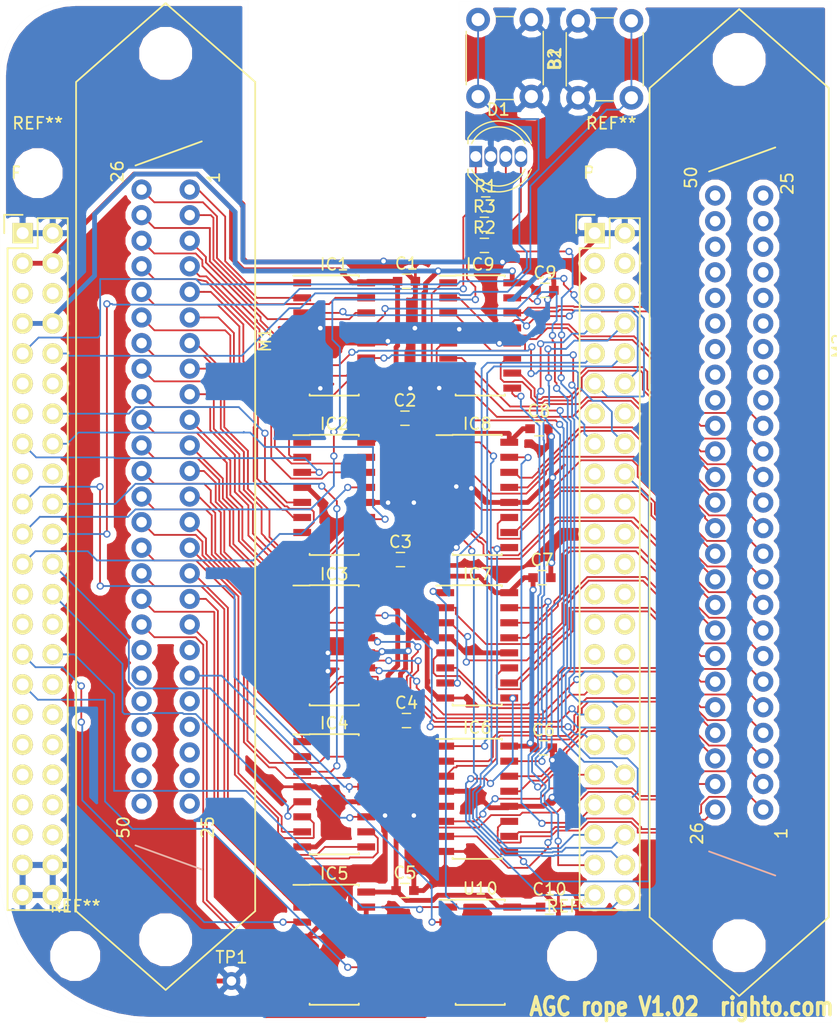
<source format=kicad_pcb>
(kicad_pcb (version 20171130) (host pcbnew "(5.0.1-3-g963ef8bb5)")
  (layers (0 F.Cu signal hide) (31 B.Cu signal hide) (34 B.Paste user) (35 F.Paste user) (36 B.SilkS user) (37 F.SilkS user) (38 B.Mask user) (39 F.Mask user) (44 Edge.Cuts user))
  (net 0 "")
  (net 1 "Net-(P8-Pad3)")
  (net 2 "Net-(P8-Pad4)")
  (net 3 "Net-(P8-Pad5)")
  (net 4 "Net-(P8-Pad6)")
  (net 5 "Net-(P8-Pad13)")
  (net 6 "Net-(P8-Pad14)")
  (net 7 "Net-(P8-Pad17)")
  (net 8 "Net-(P8-Pad19)")
  (net 9 "Net-(P8-Pad20)")
  (net 10 "Net-(P8-Pad21)")
  (net 11 "Net-(P8-Pad22)")
  (net 12 "Net-(P8-Pad23)")
  (net 13 "Net-(P8-Pad24)")
  (net 14 "Net-(P8-Pad25)")
  (net 15 "Net-(P8-Pad26)")
  (net 16 "Net-(P8-Pad27)")
  (net 17 "Net-(P8-Pad28)")
  (net 18 "Net-(P8-Pad29)")
  (net 19 "Net-(P8-Pad30)")
  (net 20 "Net-(P9-Pad11)")
  (net 21 "Net-(P9-Pad12)")
  (net 22 "Net-(P9-Pad13)")
  (net 23 "Net-(P9-Pad17)")
  (net 24 "Net-(P9-Pad18)")
  (net 25 "Net-(P9-Pad25)")
  (net 26 "Net-(P9-Pad27)")
  (net 27 "Net-(P9-Pad28)")
  (net 28 "Net-(P9-Pad33)")
  (net 29 "Net-(P9-Pad35)")
  (net 30 "Net-(P9-Pad36)")
  (net 31 "Net-(P9-Pad37)")
  (net 32 "Net-(P9-Pad38)")
  (net 33 "Net-(P9-Pad39)")
  (net 34 "Net-(P9-Pad40)")
  (net 35 "Net-(P9-Pad41)")
  (net 36 "Net-(P9-Pad42)")
  (net 37 +3V3)
  (net 38 SYS_5V)
  (net 39 PWR_BUT)
  (net 40 SYS_RESETN)
  (net 41 "Net-(D1-Pad4)")
  (net 42 "Net-(D1-Pad3)")
  (net 43 "Net-(D1-Pad1)")
  (net 44 /IL1-)
  (net 45 /IL2-)
  (net 46 /IL3-)
  (net 47 /IL4-)
  (net 48 /IL5-)
  (net 49 /IL6-)
  (net 50 /IL7-)
  (net 51 /plane0-)
  (net 52 /plane1-)
  (net 53 /plane2-)
  (net 54 /plane3-)
  (net 55 /plane4-)
  (net 56 /plane5-)
  (net 57 /plane6-)
  (net 58 /plane7-)
  (net 59 /plane8-)
  (net 60 /clear-)
  (net 61 /addr_okay-)
  (net 62 /IL1+)
  (net 63 /IL2+)
  (net 64 /IL3+)
  (net 65 /IL4+)
  (net 66 /IL5+)
  (net 67 /IL6+)
  (net 68 /IL7+)
  (net 69 /plane0+)
  (net 70 /plane1+)
  (net 71 /plane2+)
  (net 72 /plane3+)
  (net 73 /plane4+)
  (net 74 /plane5+)
  (net 75 /plane6+)
  (net 76 /plane7+)
  (net 77 /plane8+)
  (net 78 /clear+)
  (net 79 /addr_okay+)
  (net 80 /sense1+)
  (net 81 /sense2+)
  (net 82 /sense3+)
  (net 83 /sense4+)
  (net 84 /sense5+)
  (net 85 /sense6+)
  (net 86 /sense7+)
  (net 87 /sense8+)
  (net 88 /sense9+)
  (net 89 /sense10+)
  (net 90 /sense11+)
  (net 91 /sense12+)
  (net 92 /sense13+)
  (net 93 /sense14+)
  (net 94 /sense15+)
  (net 95 /sense16+)
  (net 96 /sense1-)
  (net 97 /sense2-)
  (net 98 /sense3-)
  (net 99 /sense4-)
  (net 100 /sense5-)
  (net 101 /sense6-)
  (net 102 /sense7-)
  (net 103 /sense8-)
  (net 104 /sense9-)
  (net 105 /sense10-)
  (net 106 /sense11-)
  (net 107 /sense12-)
  (net 108 /sense13-)
  (net 109 /sense14-)
  (net 110 /sense15-)
  (net 111 /sense16-)
  (net 112 /sense2)
  (net 113 /sense3)
  (net 114 /sense5)
  (net 115 /sense4)
  (net 116 /IL2)
  (net 117 /IL1)
  (net 118 /IL4)
  (net 119 /IL3)
  (net 120 /sense1)
  (net 121 /plane3)
  (net 122 /plane4)
  (net 123 /plane2)
  (net 124 /b)
  (net 125 /plane1)
  (net 126 /sense16)
  (net 127 /sense14)
  (net 128 /sense15)
  (net 129 /sense12)
  (net 130 /sense13)
  (net 131 /sense10)
  (net 132 /sense11)
  (net 133 /sense8)
  (net 134 /sense9)
  (net 135 /sense6)
  (net 136 /sense7)
  (net 137 "Net-(P9-Pad5)")
  (net 138 "Net-(P9-Pad6)")
  (net 139 /IL7)
  (net 140 /IL5)
  (net 141 /plane0)
  (net 142 /plane6)
  (net 143 /plane5)
  (net 144 /g)
  (net 145 /r)
  (net 146 /IL6)
  (net 147 /plane8)
  (net 148 /plane7)
  (net 149 /clear)
  (net 150 /red)
  (net 151 /addr_okay)
  (net 152 "Net-(P9-Pad32)")
  (net 153 "Net-(P9-Pad34)")
  (net 154 "Net-(IC5-Pad13)")
  (net 155 /red_out)
  (net 156 "Net-(U10-Pad12)")
  (net 157 "Net-(U10-Pad10)")
  (net 158 "Net-(U10-Pad8)")
  (net 159 "Net-(U10-Pad6)")
  (net 160 "Net-(U10-Pad4)")
  (net 161 "Net-(M1-Pad19)")
  (net 162 "Net-(M1-Pad21)")
  (net 163 "Net-(M1-Pad22)")
  (net 164 "Net-(M1-Pad23)")
  (net 165 "Net-(M1-Pad24)")
  (net 166 "Net-(M1-Pad25)")
  (net 167 "Net-(M1-Pad50)")
  (net 168 "Net-(M1-Pad49)")
  (net 169 "Net-(M1-Pad48)")
  (net 170 "Net-(M1-Pad47)")
  (net 171 "Net-(M1-Pad46)")
  (net 172 "Net-(M1-Pad45)")
  (net 173 "Net-(M1-Pad44)")
  (net 174 "Net-(M2-Pad25)")
  (net 175 "Net-(M2-Pad24)")
  (net 176 "Net-(M2-Pad23)")
  (net 177 "Net-(M2-Pad22)")
  (net 178 "Net-(M2-Pad21)")
  (net 179 "Net-(M2-Pad20)")
  (net 180 "Net-(M2-Pad19)")
  (net 181 "Net-(M2-Pad18)")
  (net 182 "Net-(M2-Pad17)")
  (net 183 "Net-(M2-Pad42)")
  (net 184 "Net-(M2-Pad43)")
  (net 185 "Net-(M2-Pad44)")
  (net 186 "Net-(M2-Pad45)")
  (net 187 "Net-(M2-Pad46)")
  (net 188 "Net-(M2-Pad47)")
  (net 189 "Net-(M2-Pad48)")
  (net 190 "Net-(M2-Pad49)")
  (net 191 "Net-(M2-Pad50)")
  (net 192 GNDD)
  (net 193 "Net-(IC5-Pad5)")
  (module LEDs:LED_D5.0mm-4 (layer F.Cu) (at 154.5971 55.9054)
    (fp_text reference D1 (at 1.905 -3.96) (layer F.SilkS))
    (fp_text value LED_RCGB)
    (pad 4 thru_hole oval (at 3.81 0) (size 1.07 1.8) (drill 0.9) (layers *.Cu *.Mask) (net 41 "Net-(D1-Pad4)"))
    (pad 3 thru_hole oval (at 2.54 0) (size 1.07 1.8) (drill 0.9) (layers *.Cu *.Mask) (net 42 "Net-(D1-Pad3)"))
    (pad 2 thru_hole oval (at 1.27 0) (size 1.07 1.8) (drill 0.9) (layers *.Cu *.Mask) (net 192 GNDD))
    (pad 1 thru_hole rect (at 0 0) (size 1.07 1.8) (drill 0.9) (layers *.Cu *.Mask) (net 43 "Net-(D1-Pad1)"))
  )
  (module Centronics-Ken:CENTRONICS-50-F (layer F.Cu) (at 130.4671 58.6994 90)
    (fp_text reference M1 (at -12.7 6.35 90) (layer F.SilkS))
    (fp_text value 50-PIN-CENTRONICS-FFEMALE)
    (fp_text user 1 (at 1.016 2.032 90) (layer F.SilkS))
    (fp_text user 26 (at 1.524 -6.096 90) (layer F.SilkS))
    (fp_text user 50 (at -53.848 -5.588 90) (layer F.SilkS))
    (fp_text user 25 (at -53.848 1.524 90) (layer F.SilkS))
    (pad 1 thru_hole circle (at 0 0 90) (size 1.7 1.7) (drill 0.89) (layers *.Cu *.Mask) (net 44 /IL1-))
    (pad 2 thru_hole circle (at -2.16 0 90) (size 1.7 1.7) (drill 0.89) (layers *.Cu *.Mask) (net 45 /IL2-))
    (pad 3 thru_hole circle (at -4.32 0 90) (size 1.7 1.7) (drill 0.89) (layers *.Cu *.Mask) (net 46 /IL3-))
    (pad 4 thru_hole circle (at -6.48 0 90) (size 1.7 1.7) (drill 0.89) (layers *.Cu *.Mask) (net 47 /IL4-))
    (pad 5 thru_hole circle (at -8.64 0 90) (size 1.7 1.7) (drill 0.89) (layers *.Cu *.Mask) (net 48 /IL5-))
    (pad 6 thru_hole circle (at -10.8 0 90) (size 1.7 1.7) (drill 0.89) (layers *.Cu *.Mask) (net 49 /IL6-))
    (pad 7 thru_hole circle (at -12.96 0 90) (size 1.7 1.7) (drill 0.89) (layers *.Cu *.Mask) (net 50 /IL7-))
    (pad 8 thru_hole circle (at -15.12 0 90) (size 1.7 1.7) (drill 0.89) (layers *.Cu *.Mask) (net 51 /plane0-))
    (pad 9 thru_hole circle (at -17.28 0 90) (size 1.7 1.7) (drill 0.89) (layers *.Cu *.Mask) (net 52 /plane1-))
    (pad 10 thru_hole circle (at -19.44 0 90) (size 1.7 1.7) (drill 0.89) (layers *.Cu *.Mask) (net 53 /plane2-))
    (pad 11 thru_hole circle (at -21.6 0 90) (size 1.7 1.7) (drill 0.89) (layers *.Cu *.Mask) (net 54 /plane3-))
    (pad 12 thru_hole circle (at -23.76 0 90) (size 1.7 1.7) (drill 0.89) (layers *.Cu *.Mask) (net 55 /plane4-))
    (pad 13 thru_hole circle (at -25.92 0 90) (size 1.7 1.7) (drill 0.89) (layers *.Cu *.Mask) (net 56 /plane5-))
    (pad 14 thru_hole circle (at -28.08 0 90) (size 1.7 1.7) (drill 0.89) (layers *.Cu *.Mask) (net 57 /plane6-))
    (pad 15 thru_hole circle (at -30.24 0 90) (size 1.7 1.7) (drill 0.89) (layers *.Cu *.Mask) (net 58 /plane7-))
    (pad 16 thru_hole circle (at -32.4 0 90) (size 1.7 1.7) (drill 0.89) (layers *.Cu *.Mask) (net 59 /plane8-))
    (pad 17 thru_hole circle (at -34.56 0 90) (size 1.7 1.7) (drill 0.89) (layers *.Cu *.Mask) (net 60 /clear-))
    (pad 18 thru_hole circle (at -36.72 0 90) (size 1.7 1.7) (drill 0.89) (layers *.Cu *.Mask) (net 61 /addr_okay-))
    (pad 19 thru_hole circle (at -38.88 0 90) (size 1.7 1.7) (drill 0.89) (layers *.Cu *.Mask) (net 161 "Net-(M1-Pad19)"))
    (pad 20 thru_hole circle (at -41.04 0 90) (size 1.7 1.7) (drill 0.89) (layers *.Cu *.Mask) (net 155 /red_out))
    (pad 21 thru_hole circle (at -43.2 0 90) (size 1.7 1.7) (drill 0.89) (layers *.Cu *.Mask) (net 162 "Net-(M1-Pad21)"))
    (pad 22 thru_hole circle (at -45.36 0 90) (size 1.7 1.7) (drill 0.89) (layers *.Cu *.Mask) (net 163 "Net-(M1-Pad22)"))
    (pad 23 thru_hole circle (at -47.52 0 90) (size 1.7 1.7) (drill 0.89) (layers *.Cu *.Mask) (net 164 "Net-(M1-Pad23)"))
    (pad 24 thru_hole circle (at -49.68 0 90) (size 1.7 1.7) (drill 0.89) (layers *.Cu *.Mask) (net 165 "Net-(M1-Pad24)"))
    (pad 25 thru_hole circle (at -51.84 0 90) (size 1.7 1.7) (drill 0.89) (layers *.Cu *.Mask) (net 166 "Net-(M1-Pad25)"))
    (pad 50 thru_hole circle (at -51.84 -4.06 90) (size 1.7 1.7) (drill 0.89) (layers *.Cu *.Mask) (net 167 "Net-(M1-Pad50)"))
    (pad 49 thru_hole circle (at -49.68 -4.06 90) (size 1.7 1.7) (drill 0.89) (layers *.Cu *.Mask) (net 168 "Net-(M1-Pad49)"))
    (pad 48 thru_hole circle (at -47.52 -4.06 90) (size 1.7 1.7) (drill 0.89) (layers *.Cu *.Mask) (net 169 "Net-(M1-Pad48)"))
    (pad 47 thru_hole circle (at -45.36 -4.06 90) (size 1.7 1.7) (drill 0.89) (layers *.Cu *.Mask) (net 170 "Net-(M1-Pad47)"))
    (pad 46 thru_hole circle (at -43.2 -4.06 90) (size 1.7 1.7) (drill 0.89) (layers *.Cu *.Mask) (net 171 "Net-(M1-Pad46)"))
    (pad 45 thru_hole circle (at -41.04 -4.06 90) (size 1.7 1.7) (drill 0.89) (layers *.Cu *.Mask) (net 172 "Net-(M1-Pad45)"))
    (pad 44 thru_hole circle (at -38.88 -4.06 90) (size 1.7 1.7) (drill 0.89) (layers *.Cu *.Mask) (net 173 "Net-(M1-Pad44)"))
    (pad 43 thru_hole circle (at -36.72 -4.06 90) (size 1.7 1.7) (drill 0.89) (layers *.Cu *.Mask) (net 79 /addr_okay+))
    (pad 42 thru_hole circle (at -34.56 -4.06 90) (size 1.7 1.7) (drill 0.89) (layers *.Cu *.Mask) (net 78 /clear+))
    (pad 41 thru_hole circle (at -32.4 -4.06 90) (size 1.7 1.7) (drill 0.89) (layers *.Cu *.Mask) (net 77 /plane8+))
    (pad 40 thru_hole circle (at -30.24 -4.06 90) (size 1.7 1.7) (drill 0.89) (layers *.Cu *.Mask) (net 76 /plane7+))
    (pad 39 thru_hole circle (at -28.08 -4.06 90) (size 1.7 1.7) (drill 0.89) (layers *.Cu *.Mask) (net 75 /plane6+))
    (pad 38 thru_hole circle (at -25.92 -4.06 90) (size 1.7 1.7) (drill 0.89) (layers *.Cu *.Mask) (net 74 /plane5+))
    (pad 37 thru_hole circle (at -23.76 -4.06 90) (size 1.7 1.7) (drill 0.89) (layers *.Cu *.Mask) (net 73 /plane4+))
    (pad 36 thru_hole circle (at -21.6 -4.06 90) (size 1.7 1.7) (drill 0.89) (layers *.Cu *.Mask) (net 72 /plane3+))
    (pad 35 thru_hole circle (at -19.44 -4.06 90) (size 1.7 1.7) (drill 0.89) (layers *.Cu *.Mask) (net 71 /plane2+))
    (pad 34 thru_hole circle (at -17.28 -4.06 90) (size 1.7 1.7) (drill 0.89) (layers *.Cu *.Mask) (net 70 /plane1+))
    (pad 33 thru_hole circle (at -15.12 -4.06 90) (size 1.7 1.7) (drill 0.89) (layers *.Cu *.Mask) (net 69 /plane0+))
    (pad 32 thru_hole circle (at -12.96 -4.06 90) (size 1.7 1.7) (drill 0.89) (layers *.Cu *.Mask) (net 68 /IL7+))
    (pad 31 thru_hole circle (at -10.8 -4.06 90) (size 1.7 1.7) (drill 0.89) (layers *.Cu *.Mask) (net 67 /IL6+))
    (pad 30 thru_hole circle (at -8.64 -4.06 90) (size 1.7 1.7) (drill 0.89) (layers *.Cu *.Mask) (net 66 /IL5+))
    (pad 29 thru_hole circle (at -6.48 -4.06 90) (size 1.7 1.7) (drill 0.89) (layers *.Cu *.Mask) (net 65 /IL4+))
    (pad 28 thru_hole circle (at -4.32 -4.06 90) (size 1.7 1.7) (drill 0.89) (layers *.Cu *.Mask) (net 64 /IL3+))
    (pad 27 thru_hole circle (at -2.16 -4.06 90) (size 1.7 1.7) (drill 0.89) (layers *.Cu *.Mask) (net 63 /IL2+))
    (pad 26 thru_hole circle (at 0 -4.06 90) (size 1.7 1.7) (drill 0.89) (layers *.Cu *.Mask) (net 62 /IL1+))
    (pad "" np_thru_hole circle (at 11.495 -2.03 90) (size 3.45 3.45) (drill 3.45) (layers *.Cu *.Mask))
    (pad "" np_thru_hole circle (at -63.335 -2.03 90) (size 3.45 3.45) (drill 3.45) (layers *.Cu *.Mask))
  )
  (module Centronics-Ken:CENTRONICS-50-M (layer F.Cu) (at 178.8541 59.2074 90)
    (fp_text reference M2 (at -12.7 6.35 90) (layer F.SilkS))
    (fp_text value 50-PIN-CENTRONICS-MMALE)
    (fp_text user 25 (at 1.016 2.032 90) (layer F.SilkS))
    (fp_text user 50 (at 1.524 -6.096 90) (layer F.SilkS))
    (fp_text user 26 (at -53.848 -5.588 90) (layer F.SilkS))
    (fp_text user 1 (at -53.848 1.524 90) (layer F.SilkS))
    (pad 25 thru_hole circle (at 0 0 90) (size 1.7 1.7) (drill 0.89) (layers *.Cu *.Mask) (net 174 "Net-(M2-Pad25)"))
    (pad 24 thru_hole circle (at -2.16 0 90) (size 1.7 1.7) (drill 0.89) (layers *.Cu *.Mask) (net 175 "Net-(M2-Pad24)"))
    (pad 23 thru_hole circle (at -4.32 0 90) (size 1.7 1.7) (drill 0.89) (layers *.Cu *.Mask) (net 176 "Net-(M2-Pad23)"))
    (pad 22 thru_hole circle (at -6.48 0 90) (size 1.7 1.7) (drill 0.89) (layers *.Cu *.Mask) (net 177 "Net-(M2-Pad22)"))
    (pad 21 thru_hole circle (at -8.64 0 90) (size 1.7 1.7) (drill 0.89) (layers *.Cu *.Mask) (net 178 "Net-(M2-Pad21)"))
    (pad 20 thru_hole circle (at -10.8 0 90) (size 1.7 1.7) (drill 0.89) (layers *.Cu *.Mask) (net 179 "Net-(M2-Pad20)"))
    (pad 19 thru_hole circle (at -12.96 0 90) (size 1.7 1.7) (drill 0.89) (layers *.Cu *.Mask) (net 180 "Net-(M2-Pad19)"))
    (pad 18 thru_hole circle (at -15.12 0 90) (size 1.7 1.7) (drill 0.89) (layers *.Cu *.Mask) (net 181 "Net-(M2-Pad18)"))
    (pad 17 thru_hole circle (at -17.28 0 90) (size 1.7 1.7) (drill 0.89) (layers *.Cu *.Mask) (net 182 "Net-(M2-Pad17)"))
    (pad 16 thru_hole circle (at -19.44 0 90) (size 1.7 1.7) (drill 0.89) (layers *.Cu *.Mask) (net 95 /sense16+))
    (pad 15 thru_hole circle (at -21.6 0 90) (size 1.7 1.7) (drill 0.89) (layers *.Cu *.Mask) (net 94 /sense15+))
    (pad 14 thru_hole circle (at -23.76 0 90) (size 1.7 1.7) (drill 0.89) (layers *.Cu *.Mask) (net 93 /sense14+))
    (pad 13 thru_hole circle (at -25.92 0 90) (size 1.7 1.7) (drill 0.89) (layers *.Cu *.Mask) (net 92 /sense13+))
    (pad 12 thru_hole circle (at -28.08 0 90) (size 1.7 1.7) (drill 0.89) (layers *.Cu *.Mask) (net 91 /sense12+))
    (pad 11 thru_hole circle (at -30.24 0 90) (size 1.7 1.7) (drill 0.89) (layers *.Cu *.Mask) (net 90 /sense11+))
    (pad 10 thru_hole circle (at -32.4 0 90) (size 1.7 1.7) (drill 0.89) (layers *.Cu *.Mask) (net 89 /sense10+))
    (pad 9 thru_hole circle (at -34.56 0 90) (size 1.7 1.7) (drill 0.89) (layers *.Cu *.Mask) (net 88 /sense9+))
    (pad 8 thru_hole circle (at -36.72 0 90) (size 1.7 1.7) (drill 0.89) (layers *.Cu *.Mask) (net 87 /sense8+))
    (pad 7 thru_hole circle (at -38.88 0 90) (size 1.7 1.7) (drill 0.89) (layers *.Cu *.Mask) (net 86 /sense7+))
    (pad 6 thru_hole circle (at -41.04 0 90) (size 1.7 1.7) (drill 0.89) (layers *.Cu *.Mask) (net 85 /sense6+))
    (pad 5 thru_hole circle (at -43.2 0 90) (size 1.7 1.7) (drill 0.89) (layers *.Cu *.Mask) (net 84 /sense5+))
    (pad 4 thru_hole circle (at -45.36 0 90) (size 1.7 1.7) (drill 0.89) (layers *.Cu *.Mask) (net 83 /sense4+))
    (pad 3 thru_hole circle (at -47.52 0 90) (size 1.7 1.7) (drill 0.89) (layers *.Cu *.Mask) (net 82 /sense3+))
    (pad 2 thru_hole circle (at -49.68 0 90) (size 1.7 1.7) (drill 0.89) (layers *.Cu *.Mask) (net 81 /sense2+))
    (pad 1 thru_hole circle (at -51.84 0 90) (size 1.7 1.7) (drill 0.89) (layers *.Cu *.Mask) (net 80 /sense1+))
    (pad 26 thru_hole circle (at -51.84 -4.06 90) (size 1.7 1.7) (drill 0.89) (layers *.Cu *.Mask) (net 96 /sense1-))
    (pad 27 thru_hole circle (at -49.68 -4.06 90) (size 1.7 1.7) (drill 0.89) (layers *.Cu *.Mask) (net 97 /sense2-))
    (pad 28 thru_hole circle (at -47.52 -4.06 90) (size 1.7 1.7) (drill 0.89) (layers *.Cu *.Mask) (net 98 /sense3-))
    (pad 29 thru_hole circle (at -45.36 -4.06 90) (size 1.7 1.7) (drill 0.89) (layers *.Cu *.Mask) (net 99 /sense4-))
    (pad 30 thru_hole circle (at -43.2 -4.06 90) (size 1.7 1.7) (drill 0.89) (layers *.Cu *.Mask) (net 100 /sense5-))
    (pad 31 thru_hole circle (at -41.04 -4.06 90) (size 1.7 1.7) (drill 0.89) (layers *.Cu *.Mask) (net 101 /sense6-))
    (pad 32 thru_hole circle (at -38.88 -4.06 90) (size 1.7 1.7) (drill 0.89) (layers *.Cu *.Mask) (net 102 /sense7-))
    (pad 33 thru_hole circle (at -36.72 -4.06 90) (size 1.7 1.7) (drill 0.89) (layers *.Cu *.Mask) (net 103 /sense8-))
    (pad 34 thru_hole circle (at -34.56 -4.06 90) (size 1.7 1.7) (drill 0.89) (layers *.Cu *.Mask) (net 104 /sense9-))
    (pad 35 thru_hole circle (at -32.4 -4.06 90) (size 1.7 1.7) (drill 0.89) (layers *.Cu *.Mask) (net 105 /sense10-))
    (pad 36 thru_hole circle (at -30.24 -4.06 90) (size 1.7 1.7) (drill 0.89) (layers *.Cu *.Mask) (net 106 /sense11-))
    (pad 37 thru_hole circle (at -28.08 -4.06 90) (size 1.7 1.7) (drill 0.89) (layers *.Cu *.Mask) (net 107 /sense12-))
    (pad 38 thru_hole circle (at -25.92 -4.06 90) (size 1.7 1.7) (drill 0.89) (layers *.Cu *.Mask) (net 108 /sense13-))
    (pad 39 thru_hole circle (at -23.76 -4.06 90) (size 1.7 1.7) (drill 0.89) (layers *.Cu *.Mask) (net 109 /sense14-))
    (pad 40 thru_hole circle (at -21.6 -4.06 90) (size 1.7 1.7) (drill 0.89) (layers *.Cu *.Mask) (net 110 /sense15-))
    (pad 41 thru_hole circle (at -19.44 -4.06 90) (size 1.7 1.7) (drill 0.89) (layers *.Cu *.Mask) (net 111 /sense16-))
    (pad 42 thru_hole circle (at -17.28 -4.06 90) (size 1.7 1.7) (drill 0.89) (layers *.Cu *.Mask) (net 183 "Net-(M2-Pad42)"))
    (pad 43 thru_hole circle (at -15.12 -4.06 90) (size 1.7 1.7) (drill 0.89) (layers *.Cu *.Mask) (net 184 "Net-(M2-Pad43)"))
    (pad 44 thru_hole circle (at -12.96 -4.06 90) (size 1.7 1.7) (drill 0.89) (layers *.Cu *.Mask) (net 185 "Net-(M2-Pad44)"))
    (pad 45 thru_hole circle (at -10.8 -4.06 90) (size 1.7 1.7) (drill 0.89) (layers *.Cu *.Mask) (net 186 "Net-(M2-Pad45)"))
    (pad 46 thru_hole circle (at -8.64 -4.06 90) (size 1.7 1.7) (drill 0.89) (layers *.Cu *.Mask) (net 187 "Net-(M2-Pad46)"))
    (pad 47 thru_hole circle (at -6.48 -4.06 90) (size 1.7 1.7) (drill 0.89) (layers *.Cu *.Mask) (net 188 "Net-(M2-Pad47)"))
    (pad 48 thru_hole circle (at -4.32 -4.06 90) (size 1.7 1.7) (drill 0.89) (layers *.Cu *.Mask) (net 189 "Net-(M2-Pad48)"))
    (pad 49 thru_hole circle (at -2.16 -4.06 90) (size 1.7 1.7) (drill 0.89) (layers *.Cu *.Mask) (net 190 "Net-(M2-Pad49)"))
    (pad 50 thru_hole circle (at 0 -4.06 90) (size 1.7 1.7) (drill 0.89) (layers *.Cu *.Mask) (net 191 "Net-(M2-Pad50)"))
    (pad "" np_thru_hole circle (at 11.495 -2.03 90) (size 3.45 3.45) (drill 3.45) (layers *.Cu *.Mask))
    (pad "" np_thru_hole circle (at -63.335 -2.03 90) (size 3.45 3.45) (drill 3.45) (layers *.Cu *.Mask))
  )
  (module Socket_BeagleBone_Black:Socket_BeagleBone_Black (layer F.Cu) (at 164.6301 62.3824)
    (fp_text reference P8 (at 0 -5.1) (layer F.SilkS))
    (fp_text value BeagleBone_Black_Header)
    (pad 1 thru_hole rect (at 0 0) (size 1.7272 1.7272) (drill 1.016) (layers *.Cu *.Mask F.SilkS) (net 192 GNDD))
    (pad 2 thru_hole oval (at 2.54 0) (size 1.7272 1.7272) (drill 1.016) (layers *.Cu *.Mask F.SilkS) (net 192 GNDD))
    (pad 3 thru_hole oval (at 0 2.54) (size 1.7272 1.7272) (drill 1.016) (layers *.Cu *.Mask F.SilkS) (net 1 "Net-(P8-Pad3)"))
    (pad 4 thru_hole oval (at 2.54 2.54) (size 1.7272 1.7272) (drill 1.016) (layers *.Cu *.Mask F.SilkS) (net 2 "Net-(P8-Pad4)"))
    (pad 5 thru_hole oval (at 0 5.08) (size 1.7272 1.7272) (drill 1.016) (layers *.Cu *.Mask F.SilkS) (net 3 "Net-(P8-Pad5)"))
    (pad 6 thru_hole oval (at 2.54 5.08) (size 1.7272 1.7272) (drill 1.016) (layers *.Cu *.Mask F.SilkS) (net 4 "Net-(P8-Pad6)"))
    (pad 7 thru_hole oval (at 0 7.62) (size 1.7272 1.7272) (drill 1.016) (layers *.Cu *.Mask F.SilkS) (net 112 /sense2))
    (pad 8 thru_hole oval (at 2.54 7.62) (size 1.7272 1.7272) (drill 1.016) (layers *.Cu *.Mask F.SilkS) (net 113 /sense3))
    (pad 9 thru_hole oval (at 0 10.16) (size 1.7272 1.7272) (drill 1.016) (layers *.Cu *.Mask F.SilkS) (net 114 /sense5))
    (pad 10 thru_hole oval (at 2.54 10.16) (size 1.7272 1.7272) (drill 1.016) (layers *.Cu *.Mask F.SilkS) (net 115 /sense4))
    (pad 11 thru_hole oval (at 0 12.7) (size 1.7272 1.7272) (drill 1.016) (layers *.Cu *.Mask F.SilkS) (net 116 /IL2))
    (pad 12 thru_hole oval (at 2.54 12.7) (size 1.7272 1.7272) (drill 1.016) (layers *.Cu *.Mask F.SilkS) (net 117 /IL1))
    (pad 13 thru_hole oval (at 0 15.24) (size 1.7272 1.7272) (drill 1.016) (layers *.Cu *.Mask F.SilkS) (net 5 "Net-(P8-Pad13)"))
    (pad 14 thru_hole oval (at 2.54 15.24) (size 1.7272 1.7272) (drill 1.016) (layers *.Cu *.Mask F.SilkS) (net 6 "Net-(P8-Pad14)"))
    (pad 15 thru_hole oval (at 0 17.78) (size 1.7272 1.7272) (drill 1.016) (layers *.Cu *.Mask F.SilkS) (net 118 /IL4))
    (pad 16 thru_hole oval (at 2.54 17.78) (size 1.7272 1.7272) (drill 1.016) (layers *.Cu *.Mask F.SilkS) (net 119 /IL3))
    (pad 17 thru_hole oval (at 0 20.32) (size 1.7272 1.7272) (drill 1.016) (layers *.Cu *.Mask F.SilkS) (net 7 "Net-(P8-Pad17)"))
    (pad 18 thru_hole oval (at 2.54 20.32) (size 1.7272 1.7272) (drill 1.016) (layers *.Cu *.Mask F.SilkS) (net 120 /sense1))
    (pad 19 thru_hole oval (at 0 22.86) (size 1.7272 1.7272) (drill 1.016) (layers *.Cu *.Mask F.SilkS) (net 8 "Net-(P8-Pad19)"))
    (pad 20 thru_hole oval (at 2.54 22.86) (size 1.7272 1.7272) (drill 1.016) (layers *.Cu *.Mask F.SilkS) (net 9 "Net-(P8-Pad20)"))
    (pad 21 thru_hole oval (at 0 25.4) (size 1.7272 1.7272) (drill 1.016) (layers *.Cu *.Mask F.SilkS) (net 10 "Net-(P8-Pad21)"))
    (pad 22 thru_hole oval (at 2.54 25.4) (size 1.7272 1.7272) (drill 1.016) (layers *.Cu *.Mask F.SilkS) (net 11 "Net-(P8-Pad22)"))
    (pad 23 thru_hole oval (at 0 27.94) (size 1.7272 1.7272) (drill 1.016) (layers *.Cu *.Mask F.SilkS) (net 12 "Net-(P8-Pad23)"))
    (pad 24 thru_hole oval (at 2.54 27.94) (size 1.7272 1.7272) (drill 1.016) (layers *.Cu *.Mask F.SilkS) (net 13 "Net-(P8-Pad24)"))
    (pad 25 thru_hole oval (at 0 30.48) (size 1.7272 1.7272) (drill 1.016) (layers *.Cu *.Mask F.SilkS) (net 14 "Net-(P8-Pad25)"))
    (pad 26 thru_hole oval (at 2.54 30.48) (size 1.7272 1.7272) (drill 1.016) (layers *.Cu *.Mask F.SilkS) (net 15 "Net-(P8-Pad26)"))
    (pad 27 thru_hole oval (at 0 33.02) (size 1.7272 1.7272) (drill 1.016) (layers *.Cu *.Mask F.SilkS) (net 16 "Net-(P8-Pad27)"))
    (pad 28 thru_hole oval (at 2.54 33.02) (size 1.7272 1.7272) (drill 1.016) (layers *.Cu *.Mask F.SilkS) (net 17 "Net-(P8-Pad28)"))
    (pad 29 thru_hole oval (at 0 35.56) (size 1.7272 1.7272) (drill 1.016) (layers *.Cu *.Mask F.SilkS) (net 18 "Net-(P8-Pad29)"))
    (pad 30 thru_hole oval (at 2.54 35.56) (size 1.7272 1.7272) (drill 1.016) (layers *.Cu *.Mask F.SilkS) (net 19 "Net-(P8-Pad30)"))
    (pad 31 thru_hole oval (at 0 38.1) (size 1.7272 1.7272) (drill 1.016) (layers *.Cu *.Mask F.SilkS) (net 121 /plane3))
    (pad 32 thru_hole oval (at 2.54 38.1) (size 1.7272 1.7272) (drill 1.016) (layers *.Cu *.Mask F.SilkS) (net 122 /plane4))
    (pad 33 thru_hole oval (at 0 40.64) (size 1.7272 1.7272) (drill 1.016) (layers *.Cu *.Mask F.SilkS) (net 123 /plane2))
    (pad 34 thru_hole oval (at 2.54 40.64) (size 1.7272 1.7272) (drill 1.016) (layers *.Cu *.Mask F.SilkS) (net 124 /b))
    (pad 35 thru_hole oval (at 0 43.18) (size 1.7272 1.7272) (drill 1.016) (layers *.Cu *.Mask F.SilkS) (net 125 /plane1))
    (pad 36 thru_hole oval (at 2.54 43.18) (size 1.7272 1.7272) (drill 1.016) (layers *.Cu *.Mask F.SilkS) (net 126 /sense16))
    (pad 37 thru_hole oval (at 0 45.72) (size 1.7272 1.7272) (drill 1.016) (layers *.Cu *.Mask F.SilkS) (net 127 /sense14))
    (pad 38 thru_hole oval (at 2.54 45.72) (size 1.7272 1.7272) (drill 1.016) (layers *.Cu *.Mask F.SilkS) (net 128 /sense15))
    (pad 39 thru_hole oval (at 0 48.26) (size 1.7272 1.7272) (drill 1.016) (layers *.Cu *.Mask F.SilkS) (net 129 /sense12))
    (pad 40 thru_hole oval (at 2.54 48.26) (size 1.7272 1.7272) (drill 1.016) (layers *.Cu *.Mask F.SilkS) (net 130 /sense13))
    (pad 41 thru_hole oval (at 0 50.8) (size 1.7272 1.7272) (drill 1.016) (layers *.Cu *.Mask F.SilkS) (net 131 /sense10))
    (pad 42 thru_hole oval (at 2.54 50.8) (size 1.7272 1.7272) (drill 1.016) (layers *.Cu *.Mask F.SilkS) (net 132 /sense11))
    (pad 43 thru_hole oval (at 0 53.34) (size 1.7272 1.7272) (drill 1.016) (layers *.Cu *.Mask F.SilkS) (net 133 /sense8))
    (pad 44 thru_hole oval (at 2.54 53.34) (size 1.7272 1.7272) (drill 1.016) (layers *.Cu *.Mask F.SilkS) (net 134 /sense9))
    (pad 45 thru_hole oval (at 0 55.88) (size 1.7272 1.7272) (drill 1.016) (layers *.Cu *.Mask F.SilkS) (net 135 /sense6))
    (pad 46 thru_hole oval (at 2.54 55.88) (size 1.7272 1.7272) (drill 1.016) (layers *.Cu *.Mask F.SilkS) (net 136 /sense7))
  )
  (module Socket_BeagleBone_Black:Socket_BeagleBone_Black (layer F.Cu) (at 116.3701 62.3824)
    (fp_text reference P9 (at 0 -5.1) (layer F.SilkS))
    (fp_text value BeagleBone_Black_Header)
    (pad 1 thru_hole rect (at 0 0) (size 1.7272 1.7272) (drill 1.016) (layers *.Cu *.Mask F.SilkS) (net 192 GNDD))
    (pad 2 thru_hole oval (at 2.54 0) (size 1.7272 1.7272) (drill 1.016) (layers *.Cu *.Mask F.SilkS) (net 192 GNDD))
    (pad 3 thru_hole oval (at 0 2.54) (size 1.7272 1.7272) (drill 1.016) (layers *.Cu *.Mask F.SilkS) (net 37 +3V3))
    (pad 4 thru_hole oval (at 2.54 2.54) (size 1.7272 1.7272) (drill 1.016) (layers *.Cu *.Mask F.SilkS) (net 37 +3V3))
    (pad 5 thru_hole oval (at 0 5.08) (size 1.7272 1.7272) (drill 1.016) (layers *.Cu *.Mask F.SilkS) (net 137 "Net-(P9-Pad5)"))
    (pad 6 thru_hole oval (at 2.54 5.08) (size 1.7272 1.7272) (drill 1.016) (layers *.Cu *.Mask F.SilkS) (net 138 "Net-(P9-Pad6)"))
    (pad 7 thru_hole oval (at 0 7.62) (size 1.7272 1.7272) (drill 1.016) (layers *.Cu *.Mask F.SilkS) (net 38 SYS_5V))
    (pad 8 thru_hole oval (at 2.54 7.62) (size 1.7272 1.7272) (drill 1.016) (layers *.Cu *.Mask F.SilkS) (net 38 SYS_5V))
    (pad 9 thru_hole oval (at 0 10.16) (size 1.7272 1.7272) (drill 1.016) (layers *.Cu *.Mask F.SilkS) (net 39 PWR_BUT))
    (pad 10 thru_hole oval (at 2.54 10.16) (size 1.7272 1.7272) (drill 1.016) (layers *.Cu *.Mask F.SilkS) (net 40 SYS_RESETN))
    (pad 11 thru_hole oval (at 0 12.7) (size 1.7272 1.7272) (drill 1.016) (layers *.Cu *.Mask F.SilkS) (net 20 "Net-(P9-Pad11)"))
    (pad 12 thru_hole oval (at 2.54 12.7) (size 1.7272 1.7272) (drill 1.016) (layers *.Cu *.Mask F.SilkS) (net 21 "Net-(P9-Pad12)"))
    (pad 13 thru_hole oval (at 0 15.24) (size 1.7272 1.7272) (drill 1.016) (layers *.Cu *.Mask F.SilkS) (net 22 "Net-(P9-Pad13)"))
    (pad 14 thru_hole oval (at 2.54 15.24) (size 1.7272 1.7272) (drill 1.016) (layers *.Cu *.Mask F.SilkS) (net 139 /IL7))
    (pad 15 thru_hole oval (at 0 17.78) (size 1.7272 1.7272) (drill 1.016) (layers *.Cu *.Mask F.SilkS) (net 140 /IL5))
    (pad 16 thru_hole oval (at 2.54 17.78) (size 1.7272 1.7272) (drill 1.016) (layers *.Cu *.Mask F.SilkS) (net 141 /plane0))
    (pad 17 thru_hole oval (at 0 20.32) (size 1.7272 1.7272) (drill 1.016) (layers *.Cu *.Mask F.SilkS) (net 23 "Net-(P9-Pad17)"))
    (pad 18 thru_hole oval (at 2.54 20.32) (size 1.7272 1.7272) (drill 1.016) (layers *.Cu *.Mask F.SilkS) (net 24 "Net-(P9-Pad18)"))
    (pad 19 thru_hole oval (at 0 22.86) (size 1.7272 1.7272) (drill 1.016) (layers *.Cu *.Mask F.SilkS) (net 142 /plane6))
    (pad 20 thru_hole oval (at 2.54 22.86) (size 1.7272 1.7272) (drill 1.016) (layers *.Cu *.Mask F.SilkS) (net 143 /plane5))
    (pad 21 thru_hole oval (at 0 25.4) (size 1.7272 1.7272) (drill 1.016) (layers *.Cu *.Mask F.SilkS) (net 144 /g))
    (pad 22 thru_hole oval (at 2.54 25.4) (size 1.7272 1.7272) (drill 1.016) (layers *.Cu *.Mask F.SilkS) (net 145 /r))
    (pad 23 thru_hole oval (at 0 27.94) (size 1.7272 1.7272) (drill 1.016) (layers *.Cu *.Mask F.SilkS) (net 146 /IL6))
    (pad 24 thru_hole oval (at 2.54 27.94) (size 1.7272 1.7272) (drill 1.016) (layers *.Cu *.Mask F.SilkS) (net 147 /plane8))
    (pad 25 thru_hole oval (at 0 30.48) (size 1.7272 1.7272) (drill 1.016) (layers *.Cu *.Mask F.SilkS) (net 25 "Net-(P9-Pad25)"))
    (pad 26 thru_hole oval (at 2.54 30.48) (size 1.7272 1.7272) (drill 1.016) (layers *.Cu *.Mask F.SilkS) (net 148 /plane7))
    (pad 27 thru_hole oval (at 0 33.02) (size 1.7272 1.7272) (drill 1.016) (layers *.Cu *.Mask F.SilkS) (net 26 "Net-(P9-Pad27)"))
    (pad 28 thru_hole oval (at 2.54 33.02) (size 1.7272 1.7272) (drill 1.016) (layers *.Cu *.Mask F.SilkS) (net 27 "Net-(P9-Pad28)"))
    (pad 29 thru_hole oval (at 0 35.56) (size 1.7272 1.7272) (drill 1.016) (layers *.Cu *.Mask F.SilkS) (net 149 /clear))
    (pad 30 thru_hole oval (at 2.54 35.56) (size 1.7272 1.7272) (drill 1.016) (layers *.Cu *.Mask F.SilkS) (net 150 /red))
    (pad 31 thru_hole oval (at 0 38.1) (size 1.7272 1.7272) (drill 1.016) (layers *.Cu *.Mask F.SilkS) (net 151 /addr_okay))
    (pad 32 thru_hole oval (at 2.54 38.1) (size 1.7272 1.7272) (drill 1.016) (layers *.Cu *.Mask F.SilkS) (net 152 "Net-(P9-Pad32)"))
    (pad 33 thru_hole oval (at 0 40.64) (size 1.7272 1.7272) (drill 1.016) (layers *.Cu *.Mask F.SilkS) (net 28 "Net-(P9-Pad33)"))
    (pad 34 thru_hole oval (at 2.54 40.64) (size 1.7272 1.7272) (drill 1.016) (layers *.Cu *.Mask F.SilkS) (net 153 "Net-(P9-Pad34)"))
    (pad 35 thru_hole oval (at 0 43.18) (size 1.7272 1.7272) (drill 1.016) (layers *.Cu *.Mask F.SilkS) (net 29 "Net-(P9-Pad35)"))
    (pad 36 thru_hole oval (at 2.54 43.18) (size 1.7272 1.7272) (drill 1.016) (layers *.Cu *.Mask F.SilkS) (net 30 "Net-(P9-Pad36)"))
    (pad 37 thru_hole oval (at 0 45.72) (size 1.7272 1.7272) (drill 1.016) (layers *.Cu *.Mask F.SilkS) (net 31 "Net-(P9-Pad37)"))
    (pad 38 thru_hole oval (at 2.54 45.72) (size 1.7272 1.7272) (drill 1.016) (layers *.Cu *.Mask F.SilkS) (net 32 "Net-(P9-Pad38)"))
    (pad 39 thru_hole oval (at 0 48.26) (size 1.7272 1.7272) (drill 1.016) (layers *.Cu *.Mask F.SilkS) (net 33 "Net-(P9-Pad39)"))
    (pad 40 thru_hole oval (at 2.54 48.26) (size 1.7272 1.7272) (drill 1.016) (layers *.Cu *.Mask F.SilkS) (net 34 "Net-(P9-Pad40)"))
    (pad 41 thru_hole oval (at 0 50.8) (size 1.7272 1.7272) (drill 1.016) (layers *.Cu *.Mask F.SilkS) (net 35 "Net-(P9-Pad41)"))
    (pad 42 thru_hole oval (at 2.54 50.8) (size 1.7272 1.7272) (drill 1.016) (layers *.Cu *.Mask F.SilkS) (net 36 "Net-(P9-Pad42)"))
    (pad 43 thru_hole oval (at 0 53.34) (size 1.7272 1.7272) (drill 1.016) (layers *.Cu *.Mask F.SilkS) (net 192 GNDD))
    (pad 44 thru_hole oval (at 2.54 53.34) (size 1.7272 1.7272) (drill 1.016) (layers *.Cu *.Mask F.SilkS) (net 192 GNDD))
    (pad 45 thru_hole oval (at 0 55.88) (size 1.7272 1.7272) (drill 1.016) (layers *.Cu *.Mask F.SilkS) (net 192 GNDD))
    (pad 46 thru_hole oval (at 2.54 55.88) (size 1.7272 1.7272) (drill 1.016) (layers *.Cu *.Mask F.SilkS) (net 192 GNDD))
  )
  (module Buttons_Switches_ThroughHole:SW_PUSH_6mm (layer F.Cu) (at 159.2961 44.3484 270)
    (fp_text reference B1 (at 3.25 -2 270) (layer F.SilkS))
    (fp_text value SW_Push)
    (pad 2 thru_hole circle (at 0 4.5) (size 2 2) (drill 1.1) (layers *.Cu *.Mask) (net 39 PWR_BUT))
    (pad 1 thru_hole circle (at 0 0) (size 2 2) (drill 1.1) (layers *.Cu *.Mask) (net 192 GNDD))
    (pad 2 thru_hole circle (at 6.5 4.5) (size 2 2) (drill 1.1) (layers *.Cu *.Mask) (net 39 PWR_BUT))
    (pad 1 thru_hole circle (at 6.5 0) (size 2 2) (drill 1.1) (layers *.Cu *.Mask) (net 192 GNDD))
  )
  (module Buttons_Switches_ThroughHole:SW_PUSH_6mm (layer F.Cu) (at 163.2331 50.9524 90)
    (fp_text reference B2 (at 3.25 -2 90) (layer F.SilkS))
    (fp_text value SW_Push)
    (pad 1 thru_hole circle (at 6.5 0 180) (size 2 2) (drill 1.1) (layers *.Cu *.Mask) (net 192 GNDD))
    (pad 2 thru_hole circle (at 6.5 4.5 180) (size 2 2) (drill 1.1) (layers *.Cu *.Mask) (net 40 SYS_RESETN))
    (pad 1 thru_hole circle (at 0 0 180) (size 2 2) (drill 1.1) (layers *.Cu *.Mask) (net 192 GNDD))
    (pad 2 thru_hole circle (at 0 4.5 180) (size 2 2) (drill 1.1) (layers *.Cu *.Mask) (net 40 SYS_RESETN))
  )
  (module Measurement_Points:Measurement_Point_Round-TH_Small (layer F.Cu) (at 133.993082 125.51875)
    (fp_text reference TP1 (at 0 -2) (layer F.SilkS))
    (fp_text value TestPoint)
    (pad 1 thru_hole circle (at 0 0) (size 1.5 1.5) (drill 0.8) (layers *.Cu *.Mask) (net 192 GNDD))
  )
  (module Housings_SOIC:SOIC-16_3.9x9.9mm_Pitch1.27mm (layer F.Cu) (at 142.6591 71.0184)
    (fp_text reference IC1 (at 0 -6) (layer F.SilkS))
    (fp_text value AM26C32)
    (pad 1 smd rect (at -2.7 -4.445) (size 1.5 0.6) (layers F.Cu F.Paste F.Mask) (net 44 /IL1-))
    (pad 2 smd rect (at -2.7 -3.175) (size 1.5 0.6) (layers F.Cu F.Paste F.Mask) (net 62 /IL1+))
    (pad 3 smd rect (at -2.7 -1.905) (size 1.5 0.6) (layers F.Cu F.Paste F.Mask) (net 117 /IL1))
    (pad 4 smd rect (at -2.7 -0.635) (size 1.5 0.6) (layers F.Cu F.Paste F.Mask) (net 192 GNDD))
    (pad 5 smd rect (at -2.7 0.635) (size 1.5 0.6) (layers F.Cu F.Paste F.Mask) (net 119 /IL3))
    (pad 6 smd rect (at -2.7 1.905) (size 1.5 0.6) (layers F.Cu F.Paste F.Mask) (net 64 /IL3+))
    (pad 7 smd rect (at -2.7 3.175) (size 1.5 0.6) (layers F.Cu F.Paste F.Mask) (net 46 /IL3-))
    (pad 8 smd rect (at -2.7 4.445) (size 1.5 0.6) (layers F.Cu F.Paste F.Mask) (net 192 GNDD))
    (pad 9 smd rect (at 2.7 4.445) (size 1.5 0.6) (layers F.Cu F.Paste F.Mask) (net 47 /IL4-))
    (pad 10 smd rect (at 2.7 3.175) (size 1.5 0.6) (layers F.Cu F.Paste F.Mask) (net 65 /IL4+))
    (pad 11 smd rect (at 2.7 1.905) (size 1.5 0.6) (layers F.Cu F.Paste F.Mask) (net 118 /IL4))
    (pad 12 smd rect (at 2.7 0.635) (size 1.5 0.6) (layers F.Cu F.Paste F.Mask) (net 192 GNDD))
    (pad 13 smd rect (at 2.7 -0.635) (size 1.5 0.6) (layers F.Cu F.Paste F.Mask) (net 116 /IL2))
    (pad 14 smd rect (at 2.7 -1.905) (size 1.5 0.6) (layers F.Cu F.Paste F.Mask) (net 63 /IL2+))
    (pad 15 smd rect (at 2.7 -3.175) (size 1.5 0.6) (layers F.Cu F.Paste F.Mask) (net 45 /IL2-))
    (pad 16 smd rect (at 2.7 -4.445) (size 1.5 0.6) (layers F.Cu F.Paste F.Mask) (net 37 +3V3))
  )
  (module Housings_SOIC:SOIC-16_3.9x9.9mm_Pitch1.27mm (layer F.Cu) (at 142.6591 84.4804)
    (fp_text reference IC2 (at 0 -6) (layer F.SilkS))
    (fp_text value AM26C32)
    (pad 16 smd rect (at 2.7 -4.445) (size 1.5 0.6) (layers F.Cu F.Paste F.Mask) (net 37 +3V3))
    (pad 15 smd rect (at 2.7 -3.175) (size 1.5 0.6) (layers F.Cu F.Paste F.Mask) (net 49 /IL6-))
    (pad 14 smd rect (at 2.7 -1.905) (size 1.5 0.6) (layers F.Cu F.Paste F.Mask) (net 67 /IL6+))
    (pad 13 smd rect (at 2.7 -0.635) (size 1.5 0.6) (layers F.Cu F.Paste F.Mask) (net 146 /IL6))
    (pad 12 smd rect (at 2.7 0.635) (size 1.5 0.6) (layers F.Cu F.Paste F.Mask) (net 192 GNDD))
    (pad 11 smd rect (at 2.7 1.905) (size 1.5 0.6) (layers F.Cu F.Paste F.Mask) (net 141 /plane0))
    (pad 10 smd rect (at 2.7 3.175) (size 1.5 0.6) (layers F.Cu F.Paste F.Mask) (net 69 /plane0+))
    (pad 9 smd rect (at 2.7 4.445) (size 1.5 0.6) (layers F.Cu F.Paste F.Mask) (net 51 /plane0-))
    (pad 8 smd rect (at -2.7 4.445) (size 1.5 0.6) (layers F.Cu F.Paste F.Mask) (net 192 GNDD))
    (pad 7 smd rect (at -2.7 3.175) (size 1.5 0.6) (layers F.Cu F.Paste F.Mask) (net 50 /IL7-))
    (pad 6 smd rect (at -2.7 1.905) (size 1.5 0.6) (layers F.Cu F.Paste F.Mask) (net 68 /IL7+))
    (pad 5 smd rect (at -2.7 0.635) (size 1.5 0.6) (layers F.Cu F.Paste F.Mask) (net 139 /IL7))
    (pad 4 smd rect (at -2.7 -0.635) (size 1.5 0.6) (layers F.Cu F.Paste F.Mask) (net 192 GNDD))
    (pad 3 smd rect (at -2.7 -1.905) (size 1.5 0.6) (layers F.Cu F.Paste F.Mask) (net 140 /IL5))
    (pad 2 smd rect (at -2.7 -3.175) (size 1.5 0.6) (layers F.Cu F.Paste F.Mask) (net 66 /IL5+))
    (pad 1 smd rect (at -2.7 -4.445) (size 1.5 0.6) (layers F.Cu F.Paste F.Mask) (net 48 /IL5-))
  )
  (module Housings_SOIC:SOIC-16_3.9x9.9mm_Pitch1.27mm (layer F.Cu) (at 142.6591 97.1804)
    (fp_text reference IC3 (at 0 -6) (layer F.SilkS))
    (fp_text value AM26C32)
    (pad 1 smd rect (at -2.7 -4.445) (size 1.5 0.6) (layers F.Cu F.Paste F.Mask) (net 52 /plane1-))
    (pad 2 smd rect (at -2.7 -3.175) (size 1.5 0.6) (layers F.Cu F.Paste F.Mask) (net 70 /plane1+))
    (pad 3 smd rect (at -2.7 -1.905) (size 1.5 0.6) (layers F.Cu F.Paste F.Mask) (net 125 /plane1))
    (pad 4 smd rect (at -2.7 -0.635) (size 1.5 0.6) (layers F.Cu F.Paste F.Mask) (net 192 GNDD))
    (pad 5 smd rect (at -2.7 0.635) (size 1.5 0.6) (layers F.Cu F.Paste F.Mask) (net 121 /plane3))
    (pad 6 smd rect (at -2.7 1.905) (size 1.5 0.6) (layers F.Cu F.Paste F.Mask) (net 72 /plane3+))
    (pad 7 smd rect (at -2.7 3.175) (size 1.5 0.6) (layers F.Cu F.Paste F.Mask) (net 54 /plane3-))
    (pad 8 smd rect (at -2.7 4.445) (size 1.5 0.6) (layers F.Cu F.Paste F.Mask) (net 192 GNDD))
    (pad 9 smd rect (at 2.7 4.445) (size 1.5 0.6) (layers F.Cu F.Paste F.Mask) (net 55 /plane4-))
    (pad 10 smd rect (at 2.7 3.175) (size 1.5 0.6) (layers F.Cu F.Paste F.Mask) (net 73 /plane4+))
    (pad 11 smd rect (at 2.7 1.905) (size 1.5 0.6) (layers F.Cu F.Paste F.Mask) (net 122 /plane4))
    (pad 12 smd rect (at 2.7 0.635) (size 1.5 0.6) (layers F.Cu F.Paste F.Mask) (net 192 GNDD))
    (pad 13 smd rect (at 2.7 -0.635) (size 1.5 0.6) (layers F.Cu F.Paste F.Mask) (net 123 /plane2))
    (pad 14 smd rect (at 2.7 -1.905) (size 1.5 0.6) (layers F.Cu F.Paste F.Mask) (net 71 /plane2+))
    (pad 15 smd rect (at 2.7 -3.175) (size 1.5 0.6) (layers F.Cu F.Paste F.Mask) (net 53 /plane2-))
    (pad 16 smd rect (at 2.7 -4.445) (size 1.5 0.6) (layers F.Cu F.Paste F.Mask) (net 37 +3V3))
  )
  (module Housings_SOIC:SOIC-16_3.9x9.9mm_Pitch1.27mm (layer F.Cu) (at 142.6591 109.7534)
    (fp_text reference IC4 (at 0 -6) (layer F.SilkS))
    (fp_text value AM26C32)
    (pad 16 smd rect (at 2.7 -4.445) (size 1.5 0.6) (layers F.Cu F.Paste F.Mask) (net 37 +3V3))
    (pad 15 smd rect (at 2.7 -3.175) (size 1.5 0.6) (layers F.Cu F.Paste F.Mask) (net 57 /plane6-))
    (pad 14 smd rect (at 2.7 -1.905) (size 1.5 0.6) (layers F.Cu F.Paste F.Mask) (net 75 /plane6+))
    (pad 13 smd rect (at 2.7 -0.635) (size 1.5 0.6) (layers F.Cu F.Paste F.Mask) (net 142 /plane6))
    (pad 12 smd rect (at 2.7 0.635) (size 1.5 0.6) (layers F.Cu F.Paste F.Mask) (net 192 GNDD))
    (pad 11 smd rect (at 2.7 1.905) (size 1.5 0.6) (layers F.Cu F.Paste F.Mask) (net 147 /plane8))
    (pad 10 smd rect (at 2.7 3.175) (size 1.5 0.6) (layers F.Cu F.Paste F.Mask) (net 77 /plane8+))
    (pad 9 smd rect (at 2.7 4.445) (size 1.5 0.6) (layers F.Cu F.Paste F.Mask) (net 59 /plane8-))
    (pad 8 smd rect (at -2.7 4.445) (size 1.5 0.6) (layers F.Cu F.Paste F.Mask) (net 192 GNDD))
    (pad 7 smd rect (at -2.7 3.175) (size 1.5 0.6) (layers F.Cu F.Paste F.Mask) (net 58 /plane7-))
    (pad 6 smd rect (at -2.7 1.905) (size 1.5 0.6) (layers F.Cu F.Paste F.Mask) (net 76 /plane7+))
    (pad 5 smd rect (at -2.7 0.635) (size 1.5 0.6) (layers F.Cu F.Paste F.Mask) (net 148 /plane7))
    (pad 4 smd rect (at -2.7 -0.635) (size 1.5 0.6) (layers F.Cu F.Paste F.Mask) (net 192 GNDD))
    (pad 3 smd rect (at -2.7 -1.905) (size 1.5 0.6) (layers F.Cu F.Paste F.Mask) (net 143 /plane5))
    (pad 2 smd rect (at -2.7 -3.175) (size 1.5 0.6) (layers F.Cu F.Paste F.Mask) (net 74 /plane5+))
    (pad 1 smd rect (at -2.7 -4.445) (size 1.5 0.6) (layers F.Cu F.Paste F.Mask) (net 56 /plane5-))
  )
  (module Housings_SOIC:SOIC-16_3.9x9.9mm_Pitch1.27mm (layer F.Cu) (at 142.6591 122.4534)
    (fp_text reference IC5 (at 0 -6) (layer F.SilkS))
    (fp_text value AM26C32)
    (pad 16 smd rect (at 2.7 -4.445) (size 1.5 0.6) (layers F.Cu F.Paste F.Mask) (net 37 +3V3))
    (pad 15 smd rect (at 2.7 -3.175) (size 1.5 0.6) (layers F.Cu F.Paste F.Mask) (net 192 GNDD))
    (pad 14 smd rect (at 2.7 -1.905) (size 1.5 0.6) (layers F.Cu F.Paste F.Mask) (net 192 GNDD))
    (pad 13 smd rect (at 2.7 -0.635) (size 1.5 0.6) (layers F.Cu F.Paste F.Mask) (net 154 "Net-(IC5-Pad13)"))
    (pad 12 smd rect (at 2.7 0.635) (size 1.5 0.6) (layers F.Cu F.Paste F.Mask) (net 192 GNDD))
    (pad 11 smd rect (at 2.7 1.905) (size 1.5 0.6) (layers F.Cu F.Paste F.Mask) (net 151 /addr_okay))
    (pad 10 smd rect (at 2.7 3.175) (size 1.5 0.6) (layers F.Cu F.Paste F.Mask) (net 79 /addr_okay+))
    (pad 9 smd rect (at 2.7 4.445) (size 1.5 0.6) (layers F.Cu F.Paste F.Mask) (net 61 /addr_okay-))
    (pad 8 smd rect (at -2.7 4.445) (size 1.5 0.6) (layers F.Cu F.Paste F.Mask) (net 192 GNDD))
    (pad 7 smd rect (at -2.7 3.175) (size 1.5 0.6) (layers F.Cu F.Paste F.Mask) (net 192 GNDD))
    (pad 6 smd rect (at -2.7 1.905) (size 1.5 0.6) (layers F.Cu F.Paste F.Mask) (net 192 GNDD))
    (pad 5 smd rect (at -2.7 0.635) (size 1.5 0.6) (layers F.Cu F.Paste F.Mask) (net 193 "Net-(IC5-Pad5)"))
    (pad 4 smd rect (at -2.7 -0.635) (size 1.5 0.6) (layers F.Cu F.Paste F.Mask) (net 192 GNDD))
    (pad 3 smd rect (at -2.7 -1.905) (size 1.5 0.6) (layers F.Cu F.Paste F.Mask) (net 149 /clear))
    (pad 2 smd rect (at -2.7 -3.175) (size 1.5 0.6) (layers F.Cu F.Paste F.Mask) (net 78 /clear+))
    (pad 1 smd rect (at -2.7 -4.445) (size 1.5 0.6) (layers F.Cu F.Paste F.Mask) (net 60 /clear-))
  )
  (module Housings_SOIC:SOIC-16_3.9x9.9mm_Pitch1.27mm (layer F.Cu) (at 154.7241 110.1344)
    (fp_text reference IC6 (at 0 -6) (layer F.SilkS))
    (fp_text value AM26C31)
    (pad 16 smd rect (at 2.7 -4.445) (size 1.5 0.6) (layers F.Cu F.Paste F.Mask) (net 38 SYS_5V))
    (pad 15 smd rect (at 2.7 -3.175) (size 1.5 0.6) (layers F.Cu F.Paste F.Mask) (net 113 /sense3))
    (pad 14 smd rect (at 2.7 -1.905) (size 1.5 0.6) (layers F.Cu F.Paste F.Mask) (net 82 /sense3+))
    (pad 13 smd rect (at 2.7 -0.635) (size 1.5 0.6) (layers F.Cu F.Paste F.Mask) (net 98 /sense3-))
    (pad 12 smd rect (at 2.7 0.635) (size 1.5 0.6) (layers F.Cu F.Paste F.Mask) (net 192 GNDD))
    (pad 11 smd rect (at 2.7 1.905) (size 1.5 0.6) (layers F.Cu F.Paste F.Mask) (net 96 /sense1-))
    (pad 10 smd rect (at 2.7 3.175) (size 1.5 0.6) (layers F.Cu F.Paste F.Mask) (net 80 /sense1+))
    (pad 9 smd rect (at 2.7 4.445) (size 1.5 0.6) (layers F.Cu F.Paste F.Mask) (net 120 /sense1))
    (pad 8 smd rect (at -2.7 4.445) (size 1.5 0.6) (layers F.Cu F.Paste F.Mask) (net 192 GNDD))
    (pad 7 smd rect (at -2.7 3.175) (size 1.5 0.6) (layers F.Cu F.Paste F.Mask) (net 112 /sense2))
    (pad 6 smd rect (at -2.7 1.905) (size 1.5 0.6) (layers F.Cu F.Paste F.Mask) (net 81 /sense2+))
    (pad 5 smd rect (at -2.7 0.635) (size 1.5 0.6) (layers F.Cu F.Paste F.Mask) (net 97 /sense2-))
    (pad 4 smd rect (at -2.7 -0.635) (size 1.5 0.6) (layers F.Cu F.Paste F.Mask) (net 192 GNDD))
    (pad 3 smd rect (at -2.7 -1.905) (size 1.5 0.6) (layers F.Cu F.Paste F.Mask) (net 99 /sense4-))
    (pad 2 smd rect (at -2.7 -3.175) (size 1.5 0.6) (layers F.Cu F.Paste F.Mask) (net 83 /sense4+))
    (pad 1 smd rect (at -2.7 -4.445) (size 1.5 0.6) (layers F.Cu F.Paste F.Mask) (net 115 /sense4))
  )
  (module Housings_SOIC:SOIC-16_3.9x9.9mm_Pitch1.27mm (layer F.Cu) (at 154.7241 97.1804)
    (fp_text reference IC7 (at 0 -6) (layer F.SilkS))
    (fp_text value AM26C31)
    (pad 1 smd rect (at -2.7 -4.445) (size 1.5 0.6) (layers F.Cu F.Paste F.Mask) (net 136 /sense7))
    (pad 2 smd rect (at -2.7 -3.175) (size 1.5 0.6) (layers F.Cu F.Paste F.Mask) (net 86 /sense7+))
    (pad 3 smd rect (at -2.7 -1.905) (size 1.5 0.6) (layers F.Cu F.Paste F.Mask) (net 102 /sense7-))
    (pad 4 smd rect (at -2.7 -0.635) (size 1.5 0.6) (layers F.Cu F.Paste F.Mask) (net 192 GNDD))
    (pad 5 smd rect (at -2.7 0.635) (size 1.5 0.6) (layers F.Cu F.Paste F.Mask) (net 100 /sense5-))
    (pad 6 smd rect (at -2.7 1.905) (size 1.5 0.6) (layers F.Cu F.Paste F.Mask) (net 84 /sense5+))
    (pad 7 smd rect (at -2.7 3.175) (size 1.5 0.6) (layers F.Cu F.Paste F.Mask) (net 114 /sense5))
    (pad 8 smd rect (at -2.7 4.445) (size 1.5 0.6) (layers F.Cu F.Paste F.Mask) (net 192 GNDD))
    (pad 9 smd rect (at 2.7 4.445) (size 1.5 0.6) (layers F.Cu F.Paste F.Mask) (net 135 /sense6))
    (pad 10 smd rect (at 2.7 3.175) (size 1.5 0.6) (layers F.Cu F.Paste F.Mask) (net 85 /sense6+))
    (pad 11 smd rect (at 2.7 1.905) (size 1.5 0.6) (layers F.Cu F.Paste F.Mask) (net 101 /sense6-))
    (pad 12 smd rect (at 2.7 0.635) (size 1.5 0.6) (layers F.Cu F.Paste F.Mask) (net 192 GNDD))
    (pad 13 smd rect (at 2.7 -0.635) (size 1.5 0.6) (layers F.Cu F.Paste F.Mask) (net 103 /sense8-))
    (pad 14 smd rect (at 2.7 -1.905) (size 1.5 0.6) (layers F.Cu F.Paste F.Mask) (net 87 /sense8+))
    (pad 15 smd rect (at 2.7 -3.175) (size 1.5 0.6) (layers F.Cu F.Paste F.Mask) (net 133 /sense8))
    (pad 16 smd rect (at 2.7 -4.445) (size 1.5 0.6) (layers F.Cu F.Paste F.Mask) (net 38 SYS_5V))
  )
  (module Housings_SOIC:SOIC-16_3.9x9.9mm_Pitch1.27mm (layer F.Cu) (at 154.7241 84.4804)
    (fp_text reference IC8 (at 0 -6) (layer F.SilkS))
    (fp_text value AM26C31)
    (pad 16 smd rect (at 2.7 -4.445) (size 1.5 0.6) (layers F.Cu F.Paste F.Mask) (net 38 SYS_5V))
    (pad 15 smd rect (at 2.7 -3.175) (size 1.5 0.6) (layers F.Cu F.Paste F.Mask) (net 129 /sense12))
    (pad 14 smd rect (at 2.7 -1.905) (size 1.5 0.6) (layers F.Cu F.Paste F.Mask) (net 91 /sense12+))
    (pad 13 smd rect (at 2.7 -0.635) (size 1.5 0.6) (layers F.Cu F.Paste F.Mask) (net 107 /sense12-))
    (pad 12 smd rect (at 2.7 0.635) (size 1.5 0.6) (layers F.Cu F.Paste F.Mask) (net 192 GNDD))
    (pad 11 smd rect (at 2.7 1.905) (size 1.5 0.6) (layers F.Cu F.Paste F.Mask) (net 105 /sense10-))
    (pad 10 smd rect (at 2.7 3.175) (size 1.5 0.6) (layers F.Cu F.Paste F.Mask) (net 89 /sense10+))
    (pad 9 smd rect (at 2.7 4.445) (size 1.5 0.6) (layers F.Cu F.Paste F.Mask) (net 131 /sense10))
    (pad 8 smd rect (at -2.7 4.445) (size 1.5 0.6) (layers F.Cu F.Paste F.Mask) (net 192 GNDD))
    (pad 7 smd rect (at -2.7 3.175) (size 1.5 0.6) (layers F.Cu F.Paste F.Mask) (net 134 /sense9))
    (pad 6 smd rect (at -2.7 1.905) (size 1.5 0.6) (layers F.Cu F.Paste F.Mask) (net 88 /sense9+))
    (pad 5 smd rect (at -2.7 0.635) (size 1.5 0.6) (layers F.Cu F.Paste F.Mask) (net 104 /sense9-))
    (pad 4 smd rect (at -2.7 -0.635) (size 1.5 0.6) (layers F.Cu F.Paste F.Mask) (net 192 GNDD))
    (pad 3 smd rect (at -2.7 -1.905) (size 1.5 0.6) (layers F.Cu F.Paste F.Mask) (net 106 /sense11-))
    (pad 2 smd rect (at -2.7 -3.175) (size 1.5 0.6) (layers F.Cu F.Paste F.Mask) (net 90 /sense11+))
    (pad 1 smd rect (at -2.7 -4.445) (size 1.5 0.6) (layers F.Cu F.Paste F.Mask) (net 132 /sense11))
  )
  (module Housings_SOIC:SOIC-16_3.9x9.9mm_Pitch1.27mm (layer F.Cu) (at 154.9781 71.0184)
    (fp_text reference IC9 (at 0 -6) (layer F.SilkS))
    (fp_text value AM26C31)
    (pad 1 smd rect (at -2.7 -4.445) (size 1.5 0.6) (layers F.Cu F.Paste F.Mask) (net 128 /sense15))
    (pad 2 smd rect (at -2.7 -3.175) (size 1.5 0.6) (layers F.Cu F.Paste F.Mask) (net 94 /sense15+))
    (pad 3 smd rect (at -2.7 -1.905) (size 1.5 0.6) (layers F.Cu F.Paste F.Mask) (net 110 /sense15-))
    (pad 4 smd rect (at -2.7 -0.635) (size 1.5 0.6) (layers F.Cu F.Paste F.Mask) (net 192 GNDD))
    (pad 5 smd rect (at -2.7 0.635) (size 1.5 0.6) (layers F.Cu F.Paste F.Mask) (net 108 /sense13-))
    (pad 6 smd rect (at -2.7 1.905) (size 1.5 0.6) (layers F.Cu F.Paste F.Mask) (net 92 /sense13+))
    (pad 7 smd rect (at -2.7 3.175) (size 1.5 0.6) (layers F.Cu F.Paste F.Mask) (net 130 /sense13))
    (pad 8 smd rect (at -2.7 4.445) (size 1.5 0.6) (layers F.Cu F.Paste F.Mask) (net 192 GNDD))
    (pad 9 smd rect (at 2.7 4.445) (size 1.5 0.6) (layers F.Cu F.Paste F.Mask) (net 127 /sense14))
    (pad 10 smd rect (at 2.7 3.175) (size 1.5 0.6) (layers F.Cu F.Paste F.Mask) (net 93 /sense14+))
    (pad 11 smd rect (at 2.7 1.905) (size 1.5 0.6) (layers F.Cu F.Paste F.Mask) (net 109 /sense14-))
    (pad 12 smd rect (at 2.7 0.635) (size 1.5 0.6) (layers F.Cu F.Paste F.Mask) (net 192 GNDD))
    (pad 13 smd rect (at 2.7 -0.635) (size 1.5 0.6) (layers F.Cu F.Paste F.Mask) (net 111 /sense16-))
    (pad 14 smd rect (at 2.7 -1.905) (size 1.5 0.6) (layers F.Cu F.Paste F.Mask) (net 95 /sense16+))
    (pad 15 smd rect (at 2.7 -3.175) (size 1.5 0.6) (layers F.Cu F.Paste F.Mask) (net 126 /sense16))
    (pad 16 smd rect (at 2.7 -4.445) (size 1.5 0.6) (layers F.Cu F.Paste F.Mask) (net 38 SYS_5V))
  )
  (module Capacitors_SMD:C_0603 (layer F.Cu) (at 148.7551 66.4464)
    (fp_text reference C1 (at 0 -1.5) (layer F.SilkS))
    (fp_text value .1UF)
    (pad 1 smd rect (at -0.75 0) (size 0.8 0.75) (layers F.Cu F.Paste F.Mask) (net 37 +3V3))
    (pad 2 smd rect (at 0.75 0) (size 0.8 0.75) (layers F.Cu F.Paste F.Mask) (net 192 GNDD))
  )
  (module Capacitors_SMD:C_0603 (layer F.Cu) (at 148.6281 78.0034)
    (fp_text reference C2 (at 0 -1.5) (layer F.SilkS))
    (fp_text value .1UF)
    (pad 2 smd rect (at 0.75 0) (size 0.8 0.75) (layers F.Cu F.Paste F.Mask) (net 192 GNDD))
    (pad 1 smd rect (at -0.75 0) (size 0.8 0.75) (layers F.Cu F.Paste F.Mask) (net 37 +3V3))
  )
  (module Capacitors_SMD:C_0603 (layer F.Cu) (at 148.2471 89.9414)
    (fp_text reference C3 (at 0 -1.5) (layer F.SilkS))
    (fp_text value .1UF)
    (pad 1 smd rect (at -0.75 0) (size 0.8 0.75) (layers F.Cu F.Paste F.Mask) (net 37 +3V3))
    (pad 2 smd rect (at 0.75 0) (size 0.8 0.75) (layers F.Cu F.Paste F.Mask) (net 192 GNDD))
  )
  (module Capacitors_SMD:C_0603 (layer F.Cu) (at 148.7551 103.5304)
    (fp_text reference C4 (at 0 -1.5) (layer F.SilkS))
    (fp_text value .1UF)
    (pad 2 smd rect (at 0.75 0) (size 0.8 0.75) (layers F.Cu F.Paste F.Mask) (net 192 GNDD))
    (pad 1 smd rect (at -0.75 0) (size 0.8 0.75) (layers F.Cu F.Paste F.Mask) (net 37 +3V3))
  )
  (module Capacitors_SMD:C_0603 (layer F.Cu) (at 148.6281 117.8814)
    (fp_text reference C5 (at 0 -1.5) (layer F.SilkS))
    (fp_text value .1UF)
    (pad 1 smd rect (at -0.75 0) (size 0.8 0.75) (layers F.Cu F.Paste F.Mask) (net 37 +3V3))
    (pad 2 smd rect (at 0.75 0) (size 0.8 0.75) (layers F.Cu F.Paste F.Mask) (net 192 GNDD))
  )
  (module Capacitors_SMD:C_0603 (layer F.Cu) (at 160.3121 105.83375)
    (fp_text reference C6 (at 0 -1.5) (layer F.SilkS))
    (fp_text value .1UF)
    (pad 2 smd rect (at 0.75 0) (size 0.8 0.75) (layers F.Cu F.Paste F.Mask) (net 192 GNDD))
    (pad 1 smd rect (at -0.75 0) (size 0.8 0.75) (layers F.Cu F.Paste F.Mask) (net 38 SYS_5V))
  )
  (module Capacitors_SMD:C_0603 (layer F.Cu) (at 160.1851 91.4654)
    (fp_text reference C7 (at 0 -1.5) (layer F.SilkS))
    (fp_text value .1UF)
    (pad 2 smd rect (at 0.75 0) (size 0.8 0.75) (layers F.Cu F.Paste F.Mask) (net 192 GNDD))
    (pad 1 smd rect (at -0.75 0) (size 0.8 0.75) (layers F.Cu F.Paste F.Mask) (net 38 SYS_5V))
  )
  (module Capacitors_SMD:C_0603 (layer F.Cu) (at 159.9311 78.8924)
    (fp_text reference C8 (at 0 -1.5) (layer F.SilkS))
    (fp_text value .1UF)
    (pad 1 smd rect (at -0.75 0) (size 0.8 0.75) (layers F.Cu F.Paste F.Mask) (net 38 SYS_5V))
    (pad 2 smd rect (at 0.75 0) (size 0.8 0.75) (layers F.Cu F.Paste F.Mask) (net 192 GNDD))
  )
  (module Capacitors_SMD:C_0603 (layer F.Cu) (at 160.4391 67.2084)
    (fp_text reference C9 (at 0 -1.5) (layer F.SilkS))
    (fp_text value .1UF)
    (pad 2 smd rect (at 0.75 0) (size 0.8 0.75) (layers F.Cu F.Paste F.Mask) (net 192 GNDD))
    (pad 1 smd rect (at -0.75 0) (size 0.8 0.75) (layers F.Cu F.Paste F.Mask) (net 38 SYS_5V))
  )
  (module Capacitors_SMD:C_0603 (layer F.Cu) (at 160.8201 119.2784)
    (fp_text reference C10 (at 0 -1.5) (layer F.SilkS))
    (fp_text value .1UF)
    (pad 1 smd rect (at -0.75 0) (size 0.8 0.75) (layers F.Cu F.Paste F.Mask) (net 37 +3V3))
    (pad 2 smd rect (at 0.75 0) (size 0.8 0.75) (layers F.Cu F.Paste F.Mask) (net 192 GNDD))
  )
  (module Capacitors_SMD:C_0603 (layer F.Cu) (at 155.441082 59.91975)
    (fp_text reference R1 (at 0 -1.5) (layer F.SilkS))
    (fp_text value 220)
    (pad 1 smd rect (at -0.75 0) (size 0.8 0.75) (layers F.Cu F.Paste F.Mask) (net 145 /r))
    (pad 2 smd rect (at 0.75 0) (size 0.8 0.75) (layers F.Cu F.Paste F.Mask) (net 43 "Net-(D1-Pad1)"))
  )
  (module Capacitors_SMD:C_0603 (layer F.Cu) (at 155.329082 63.41575)
    (fp_text reference R2 (at 0 -1.5) (layer F.SilkS))
    (fp_text value 220)
    (pad 1 smd rect (at -0.75 0) (size 0.8 0.75) (layers F.Cu F.Paste F.Mask) (net 124 /b))
    (pad 2 smd rect (at 0.75 0) (size 0.8 0.75) (layers F.Cu F.Paste F.Mask) (net 41 "Net-(D1-Pad4)"))
  )
  (module Capacitors_SMD:C_0603 (layer F.Cu) (at 155.329082 61.63775)
    (fp_text reference R3 (at 0 -1.5) (layer F.SilkS))
    (fp_text value 220)
    (pad 2 smd rect (at 0.75 0) (size 0.8 0.75) (layers F.Cu F.Paste F.Mask) (net 42 "Net-(D1-Pad3)"))
    (pad 1 smd rect (at -0.75 0) (size 0.8 0.75) (layers F.Cu F.Paste F.Mask) (net 144 /g))
  )
  (module Housings_SOIC:SOIC-14_3.9x8.7mm_Pitch1.27mm (layer F.Cu) (at 154.9781 123.0884)
    (fp_text reference U10 (at 0 -5.375) (layer F.SilkS))
    (fp_text value 74LVC07)
    (pad 14 smd rect (at 2.7 -3.81) (size 1.5 0.6) (layers F.Cu F.Paste F.Mask) (net 37 +3V3))
    (pad 13 smd rect (at 2.7 -2.54) (size 1.5 0.6) (layers F.Cu F.Paste F.Mask) (net 192 GNDD))
    (pad 12 smd rect (at 2.7 -1.27) (size 1.5 0.6) (layers F.Cu F.Paste F.Mask) (net 156 "Net-(U10-Pad12)"))
    (pad 11 smd rect (at 2.7 0) (size 1.5 0.6) (layers F.Cu F.Paste F.Mask) (net 192 GNDD))
    (pad 10 smd rect (at 2.7 1.27) (size 1.5 0.6) (layers F.Cu F.Paste F.Mask) (net 157 "Net-(U10-Pad10)"))
    (pad 9 smd rect (at 2.7 2.54) (size 1.5 0.6) (layers F.Cu F.Paste F.Mask) (net 192 GNDD))
    (pad 8 smd rect (at 2.7 3.81) (size 1.5 0.6) (layers F.Cu F.Paste F.Mask) (net 158 "Net-(U10-Pad8)"))
    (pad 7 smd rect (at -2.7 3.81) (size 1.5 0.6) (layers F.Cu F.Paste F.Mask) (net 192 GNDD))
    (pad 6 smd rect (at -2.7 2.54) (size 1.5 0.6) (layers F.Cu F.Paste F.Mask) (net 159 "Net-(U10-Pad6)"))
    (pad 5 smd rect (at -2.7 1.27) (size 1.5 0.6) (layers F.Cu F.Paste F.Mask) (net 192 GNDD))
    (pad 4 smd rect (at -2.7 0) (size 1.5 0.6) (layers F.Cu F.Paste F.Mask) (net 160 "Net-(U10-Pad4)"))
    (pad 3 smd rect (at -2.7 -1.27) (size 1.5 0.6) (layers F.Cu F.Paste F.Mask) (net 192 GNDD))
    (pad 2 smd rect (at -2.7 -2.54) (size 1.5 0.6) (layers F.Cu F.Paste F.Mask) (net 155 /red_out))
    (pad 1 smd rect (at -2.7 -3.81) (size 1.5 0.6) (layers F.Cu F.Paste F.Mask) (net 150 /red))
  )
  (module Mounting_Holes:MountingHole_3.2mm_M3 (layer F.Cu) (at 117.64 57.31)
    (fp_text reference REF** (at 0 -4.2) (layer F.SilkS))
    (fp_text value MountingHole_3.2mm_M3)
    (pad 1 np_thru_hole circle (at 0 0) (size 3.2 3.2) (drill 3.2) (layers *.Cu *.Mask))
  )
  (module Mounting_Holes:MountingHole_3.2mm_M3 (layer F.Cu) (at 166.03 57.31)
    (fp_text reference REF** (at 0 -4.2) (layer F.SilkS))
    (fp_text value MountingHole_3.2mm_M3)
    (pad 1 np_thru_hole circle (at 0 0) (size 3.2 3.2) (drill 3.2) (layers *.Cu *.Mask))
  )
  (module Mounting_Holes:MountingHole_3.2mm_M3 (layer F.Cu) (at 162.72 123.41)
    (fp_text reference REF** (at 0 -4.2) (layer F.SilkS))
    (fp_text value MountingHole_3.2mm_M3)
    (pad 1 np_thru_hole circle (at 0 0) (size 3.2 3.2) (drill 3.2) (layers *.Cu *.Mask))
  )
  (module Mounting_Holes:MountingHole_3.2mm_M3 (layer F.Cu) (at 120.81 123.41)
    (fp_text reference REF** (at 0 -4.2) (layer F.SilkS))
    (fp_text value MountingHole_3.2mm_M3)
    (pad 1 np_thru_hole circle (at 0 0) (size 3.2 3.2) (drill 3.2) (layers *.Cu *.Mask))
  )
  (gr_text "AGC rope V1.02  righto.com" (at 171.966082 127.67775) (layer F.SilkS) (effects (font (size 1.5 1.2) (thickness 0.3))))
  (gr_line (start 184.5691 129.0574) (end 184.5691 42.8244) (layer Edge.Cuts) (width 0.00254))
  (gr_arc (start 127.1651 116.3574) (end 127.1651 129.0574) (angle 90) (layer Edge.Cuts) (width 0.00254))
  (gr_arc (start 120.8151 49.0474) (end 114.4651 49.0474) (angle 90) (layer Edge.Cuts) (width 0.00254))
  (gr_line (start 135.4201 42.6974) (end 120.8151 42.6974) (layer Edge.Cuts) (width 0.00254))
  (gr_line (start 135.4201 64.2874) (end 135.4201 42.6974) (layer Edge.Cuts) (width 0.00254))
  (gr_line (start 153.2001 64.2874) (end 135.4201 64.2874) (layer Edge.Cuts) (width 0.00254))
  (gr_line (start 153.2001 42.8244) (end 153.2001 64.2874) (layer Edge.Cuts) (width 0.00254))
  (gr_line (start 184.5691 42.8244) (end 153.2001 42.8244) (layer Edge.Cuts) (width 0.00254))
  (gr_line (start 127.1651 129.0574) (end 184.5691 129.0574) (layer Edge.Cuts) (width 0.00254))
  (gr_line (start 114.4651 49.0474) (end 114.4651 116.3574) (layer Edge.Cuts) (width 0.00254))
  (segment (start 145.4861 66.4464) (end 145.3591 66.5734) (width 0.4064) (layer F.Cu) (net 37))
  (segment (start 148.0051 66.4464) (end 145.4861 66.4464) (width 0.4064) (layer F.Cu) (net 37))
  (segment (start 145.8461 80.0354) (end 147.8781 78.0034) (width 0.4064) (layer F.Cu) (net 37))
  (segment (start 145.3591 80.0354) (end 145.8461 80.0354) (width 0.4064) (layer F.Cu) (net 37))
  (segment (start 147.4467 89.9414) (end 147.7067 89.9414) (width 0.4064) (layer F.Cu) (net 37))
  (segment (start 145.3591 92.029) (end 147.4467 89.9414) (width 0.4064) (layer F.Cu) (net 37))
  (segment (start 145.3591 92.7354) (end 145.3591 92.029) (width 0.4064) (layer F.Cu) (net 37))
  (segment (start 146.2271 105.3084) (end 148.0051 103.5304) (width 0.4064) (layer F.Cu) (net 37))
  (segment (start 145.3591 105.3084) (end 146.2271 105.3084) (width 0.4064) (layer F.Cu) (net 37))
  (segment (start 147.7511 118.0084) (end 147.8781 117.8814) (width 0.4064) (layer F.Cu) (net 37))
  (segment (start 145.3591 118.0084) (end 147.7511 118.0084) (width 0.4064) (layer F.Cu) (net 37))
  (segment (start 160.0701 119.2784) (end 157.6781 119.2784) (width 0.4064) (layer F.Cu) (net 37))
  (segment (start 147.8781 103.6574) (end 148.0051 103.5304) (width 0.4064) (layer F.Cu) (net 37))
  (segment (start 147.8781 117.8814) (end 147.8781 116.6114) (width 0.4064) (layer F.Cu) (net 37))
  (segment (start 147.8781 116.6114) (end 147.8781 103.6574) (width 0.4064) (layer F.Cu) (net 37))
  (segment (start 155.52305 118.27975) (end 156.5217 119.2784) (width 0.4064) (layer F.Cu) (net 37))
  (segment (start 151.403788 118.27975) (end 155.52305 118.27975) (width 0.4064) (layer F.Cu) (net 37))
  (segment (start 150.969937 118.713601) (end 151.403788 118.27975) (width 0.4064) (layer F.Cu) (net 37))
  (segment (start 148.735301 118.713601) (end 150.969937 118.713601) (width 0.4064) (layer F.Cu) (net 37))
  (segment (start 147.9031 117.8814) (end 148.735301 118.713601) (width 0.4064) (layer F.Cu) (net 37))
  (segment (start 156.5217 119.2784) (end 157.6781 119.2784) (width 0.4064) (layer F.Cu) (net 37))
  (segment (start 147.8781 117.8814) (end 147.9031 117.8814) (width 0.4064) (layer F.Cu) (net 37))
  (segment (start 148.018649 98.880621) (end 148.018649 94.238549) (width 0.4064) (layer F.Cu) (net 37))
  (segment (start 148.018649 94.238549) (end 146.5155 92.7354) (width 0.4064) (layer F.Cu) (net 37))
  (segment (start 146.5155 92.7354) (end 145.3591 92.7354) (width 0.4064) (layer F.Cu) (net 37))
  (segment (start 147.1987 102.749) (end 147.1987 99.70057) (width 0.4064) (layer F.Cu) (net 37))
  (segment (start 147.9801 103.5304) (end 147.1987 102.749) (width 0.4064) (layer F.Cu) (net 37))
  (segment (start 147.1987 99.70057) (end 148.018649 98.880621) (width 0.4064) (layer F.Cu) (net 37))
  (segment (start 148.0051 103.5304) (end 147.9801 103.5304) (width 0.4064) (layer F.Cu) (net 37))
  (segment (start 131.094557 57.392199) (end 133.993082 60.290724) (width 0.4064) (layer F.Cu) (net 37))
  (segment (start 116.3701 64.9224) (end 118.249442 64.9224) (width 0.4064) (layer F.Cu) (net 37))
  (segment (start 144.2027 66.5734) (end 145.3591 66.5734) (width 0.4064) (layer F.Cu) (net 37))
  (segment (start 118.249442 64.9224) (end 125.779643 57.392199) (width 0.4064) (layer F.Cu) (net 37))
  (segment (start 133.993082 60.290724) (end 133.993082 64.476712) (width 0.4064) (layer F.Cu) (net 37))
  (segment (start 133.993082 64.476712) (end 134.989531 65.473161) (width 0.4064) (layer F.Cu) (net 37))
  (segment (start 134.989531 65.473161) (end 143.102461 65.473161) (width 0.4064) (layer F.Cu) (net 37))
  (segment (start 125.779643 57.392199) (end 131.094557 57.392199) (width 0.4064) (layer F.Cu) (net 37))
  (segment (start 143.102461 65.473161) (end 144.2027 66.5734) (width 0.4064) (layer F.Cu) (net 37))
  (segment (start 148.3035 85.107404) (end 148.3035 88.3536) (width 0.4064) (layer F.Cu) (net 37))
  (segment (start 147.4971 89.16) (end 147.4971 89.9414) (width 0.4064) (layer F.Cu) (net 37))
  (segment (start 147.8781 78.0034) (end 147.8781 84.682004) (width 0.4064) (layer F.Cu) (net 37))
  (segment (start 148.3035 88.3536) (end 147.4971 89.16) (width 0.4064) (layer F.Cu) (net 37))
  (segment (start 147.8781 84.682004) (end 148.3035 85.107404) (width 0.4064) (layer F.Cu) (net 37))
  (segment (start 148.0051 67.2278) (end 148.0051 66.4464) (width 0.4064) (layer F.Cu) (net 37))
  (segment (start 147.8781 72.013779) (end 148.0051 71.886779) (width 0.4064) (layer F.Cu) (net 37))
  (segment (start 147.8781 78.0034) (end 147.8781 72.013779) (width 0.4064) (layer F.Cu) (net 37))
  (segment (start 148.0051 71.886779) (end 148.0051 67.2278) (width 0.4064) (layer F.Cu) (net 37))
  (segment (start 159.5621 105.5624) (end 158.9151 105.5624) (width 0.15) (layer F.Cu) (net 38))
  (segment (start 158.7881 105.6894) (end 158.2801 105.6894) (width 0.4064) (layer F.Cu) (net 38))
  (segment (start 158.2801 105.6894) (end 157.4241 105.6894) (width 0.4064) (layer F.Cu) (net 38))
  (segment (start 158.5671 78.8924) (end 157.4241 80.0354) (width 0.4064) (layer F.Cu) (net 38))
  (segment (start 159.1811 78.8924) (end 158.5671 78.8924) (width 0.4064) (layer F.Cu) (net 38))
  (segment (start 159.0541 66.5734) (end 157.6781 66.5734) (width 0.4064) (layer F.Cu) (net 38))
  (segment (start 159.6891 67.2084) (end 159.0541 66.5734) (width 0.4064) (layer F.Cu) (net 38))
  (segment (start 158.6941 91.4654) (end 157.4241 92.7354) (width 0.4064) (layer F.Cu) (net 38))
  (segment (start 159.4351 91.4654) (end 158.6941 91.4654) (width 0.4064) (layer F.Cu) (net 38))
  (segment (start 158.2801 105.6894) (end 159.4351 105.6894) (width 0.4064) (layer F.Cu) (net 38))
  (segment (start 159.5621 105.5624) (end 159.4351 105.6894) (width 0.4064) (layer F.Cu) (net 38))
  (segment (start 125.837595 57.392199) (end 131.094557 57.392199) (width 0.4064) (layer B.Cu) (net 38))
  (segment (start 134.30121 60.598852) (end 134.30121 64.91184) (width 0.4064) (layer B.Cu) (net 38))
  (segment (start 151.001946 65.57476) (end 151.432998 65.57476) (width 0.4064) (layer B.Cu) (net 38))
  (segment (start 134.30121 64.91184) (end 134.96413 65.57476) (width 0.4064) (layer B.Cu) (net 38))
  (via (at 151.432998 65.57476) (size 0.6096) (drill 0.381) (layers F.Cu B.Cu) (net 38))
  (segment (start 122.44189 60.787904) (end 125.837595 57.392199) (width 0.4064) (layer B.Cu) (net 38))
  (segment (start 131.094557 57.392199) (end 134.30121 60.598852) (width 0.4064) (layer B.Cu) (net 38))
  (segment (start 116.3701 70.0024) (end 118.41144 70.0024) (width 0.4064) (layer B.Cu) (net 38))
  (segment (start 122.44189 65.97195) (end 122.44189 60.787904) (width 0.4064) (layer B.Cu) (net 38))
  (segment (start 118.41144 70.0024) (end 122.44189 65.97195) (width 0.4064) (layer B.Cu) (net 38))
  (segment (start 134.96413 65.57476) (end 151.001946 65.57476) (width 0.4064) (layer B.Cu) (net 38))
  (via (at 157.6781 65.57475) (size 0.6096) (drill 0.381) (layers F.Cu B.Cu) (net 38))
  (segment (start 157.6781 66.5734) (end 157.6781 65.57475) (width 0.4064) (layer F.Cu) (net 38))
  (segment (start 151.432998 65.57476) (end 157.67809 65.57476) (width 0.4064) (layer B.Cu) (net 38))
  (segment (start 157.67809 65.57476) (end 157.6781 65.57475) (width 0.4064) (layer B.Cu) (net 38))
  (segment (start 159.196678 105.450978) (end 159.196678 105.431537) (width 0.4064) (layer F.Cu) (net 38))
  (segment (start 159.4351 105.6894) (end 159.196678 105.450978) (width 0.4064) (layer F.Cu) (net 38))
  (via (at 159.196678 105.431537) (size 0.6096) (drill 0.381) (layers F.Cu B.Cu) (net 38))
  (segment (start 157.4241 79.329) (end 157.4241 80.0354) (width 0.4064) (layer F.Cu) (net 38))
  (segment (start 157.373299 79.278199) (end 157.4241 79.329) (width 0.4064) (layer F.Cu) (net 38))
  (segment (start 150.908339 79.278199) (end 157.373299 79.278199) (width 0.4064) (layer F.Cu) (net 38))
  (segment (start 150.503081 78.872941) (end 150.908339 79.278199) (width 0.4064) (layer F.Cu) (net 38))
  (segment (start 159.4351 91.4654) (end 159.4351 92.495947) (width 0.4064) (layer F.Cu) (net 38))
  (segment (start 159.4351 92.495947) (end 159.437903 92.49875) (width 0.4064) (layer F.Cu) (net 38))
  (via (at 159.437903 92.49875) (size 0.6096) (drill 0.381) (layers F.Cu B.Cu) (net 38))
  (segment (start 159.196678 105.431537) (end 159.311827 105.316388) (width 0.4064) (layer B.Cu) (net 38))
  (segment (start 159.336304 103.186752) (end 159.336304 92.600349) (width 0.4064) (layer B.Cu) (net 38))
  (segment (start 159.336304 92.600349) (end 159.437903 92.49875) (width 0.4064) (layer B.Cu) (net 38))
  (segment (start 159.311827 105.316388) (end 159.311827 103.211229) (width 0.4064) (layer B.Cu) (net 38))
  (segment (start 159.311827 103.211229) (end 159.336304 103.186752) (width 0.4064) (layer B.Cu) (net 38))
  (segment (start 150.5331 87.102062) (end 150.5331 91.3384) (width 0.4064) (layer F.Cu) (net 38))
  (segment (start 156.2677 92.7354) (end 157.4241 92.7354) (width 0.4064) (layer F.Cu) (net 38))
  (segment (start 150.224871 67.423969) (end 150.224872 75.95997) (width 0.4064) (layer F.Cu) (net 38))
  (segment (start 150.5331 91.3384) (end 154.8707 91.3384) (width 0.4064) (layer F.Cu) (net 38))
  (segment (start 150.516888 85.68495) (end 150.516889 87.085851) (width 0.4064) (layer F.Cu) (net 38))
  (segment (start 154.8707 91.3384) (end 156.2677 92.7354) (width 0.4064) (layer F.Cu) (net 38))
  (segment (start 151.432998 65.57476) (end 150.362301 66.645457) (width 0.4064) (layer F.Cu) (net 38))
  (segment (start 150.516889 87.085851) (end 150.5331 87.102062) (width 0.4064) (layer F.Cu) (net 38))
  (segment (start 150.362301 66.645457) (end 150.362301 67.286539) (width 0.4064) (layer F.Cu) (net 38))
  (segment (start 150.362301 67.286539) (end 150.224871 67.423969) (width 0.4064) (layer F.Cu) (net 38))
  (segment (start 150.224872 75.95997) (end 150.5331 76.268198) (width 0.4064) (layer F.Cu) (net 38))
  (segment (start 150.5331 85.668738) (end 150.516888 85.68495) (width 0.4064) (layer F.Cu) (net 38))
  (segment (start 150.5331 76.268198) (end 150.5331 85.668738) (width 0.4064) (layer F.Cu) (net 38))
  (segment (start 153.296777 66.441949) (end 157.748927 66.441949) (width 0.15) (layer B.Cu) (net 39))
  (segment (start 158.2801 58.619768) (end 159.901082 56.998786) (width 0.15) (layer B.Cu) (net 39))
  (segment (start 158.910396 63.997759) (end 158.2801 63.367463) (width 0.15) (layer B.Cu) (net 39))
  (segment (start 158.2801 63.367463) (end 158.2801 58.619768) (width 0.15) (layer B.Cu) (net 39))
  (segment (start 117.717499 71.195001) (end 122.7201 71.195001) (width 0.15) (layer B.Cu) (net 39))
  (segment (start 131.4291 66.7004) (end 153.038326 66.7004) (width 0.15) (layer B.Cu) (net 39))
  (segment (start 116.3701 72.5424) (end 117.717499 71.195001) (width 0.15) (layer B.Cu) (net 39))
  (segment (start 122.912099 71.003002) (end 122.912099 66.254401) (width 0.15) (layer B.Cu) (net 39))
  (segment (start 156.69545 52.74775) (end 154.7961 50.8484) (width 0.15) (layer B.Cu) (net 39))
  (segment (start 122.7201 71.195001) (end 122.912099 71.003002) (width 0.15) (layer B.Cu) (net 39))
  (segment (start 130.983101 66.254401) (end 131.4291 66.7004) (width 0.15) (layer B.Cu) (net 39))
  (segment (start 153.038326 66.7004) (end 153.296777 66.441949) (width 0.15) (layer B.Cu) (net 39))
  (segment (start 157.748927 66.441949) (end 158.910396 65.28048) (width 0.15) (layer B.Cu) (net 39))
  (segment (start 159.901082 56.998786) (end 159.901082 52.74775) (width 0.15) (layer B.Cu) (net 39))
  (segment (start 159.901082 52.74775) (end 156.69545 52.74775) (width 0.15) (layer B.Cu) (net 39))
  (segment (start 158.910396 65.28048) (end 158.910396 63.997759) (width 0.15) (layer B.Cu) (net 39))
  (segment (start 122.912099 66.254401) (end 130.983101 66.254401) (width 0.15) (layer B.Cu) (net 39))
  (segment (start 154.7961 50.8484) (end 154.7961 44.3484) (width 0.15) (layer B.Cu) (net 39))
  (segment (start 166.733101 51.952399) (end 167.7331 50.9524) (width 0.15) (layer B.Cu) (net 40))
  (segment (start 165.649433 51.952399) (end 166.733101 51.952399) (width 0.15) (layer B.Cu) (net 40))
  (segment (start 159.210407 65.404748) (end 159.210407 58.391425) (width 0.15) (layer B.Cu) (net 40))
  (segment (start 154.439777 67.330949) (end 157.284206 67.330949) (width 0.15) (layer B.Cu) (net 40))
  (segment (start 159.210407 58.391425) (end 165.649433 51.952399) (width 0.15) (layer B.Cu) (net 40))
  (segment (start 120.323415 72.734401) (end 134.847099 72.734401) (width 0.15) (layer B.Cu) (net 40))
  (segment (start 153.147976 67.4624) (end 153.296777 67.611201) (width 0.15) (layer B.Cu) (net 40))
  (segment (start 139.799367 68.714412) (end 141.051379 67.4624) (width 0.15) (layer B.Cu) (net 40))
  (segment (start 120.131414 72.5424) (end 120.323415 72.734401) (width 0.15) (layer B.Cu) (net 40))
  (segment (start 141.051379 67.4624) (end 153.147976 67.4624) (width 0.15) (layer B.Cu) (net 40))
  (segment (start 154.159525 67.611201) (end 154.439777 67.330949) (width 0.15) (layer B.Cu) (net 40))
  (segment (start 118.9101 72.5424) (end 120.131414 72.5424) (width 0.15) (layer B.Cu) (net 40))
  (segment (start 157.284206 67.330949) (end 159.210407 65.404748) (width 0.15) (layer B.Cu) (net 40))
  (segment (start 138.867088 68.714412) (end 139.799367 68.714412) (width 0.15) (layer B.Cu) (net 40))
  (segment (start 153.296777 67.611201) (end 154.159525 67.611201) (width 0.15) (layer B.Cu) (net 40))
  (segment (start 134.847099 72.734401) (end 138.867088 68.714412) (width 0.15) (layer B.Cu) (net 40))
  (segment (start 167.7331 50.9524) (end 167.7331 44.4524) (width 0.15) (layer B.Cu) (net 40))
  (segment (start 158.4071 56.9554) (end 158.4071 55.9054) (width 0.15) (layer F.Cu) (net 41))
  (segment (start 158.4071 60.562732) (end 158.4071 56.9554) (width 0.15) (layer F.Cu) (net 41))
  (segment (start 156.079082 62.89075) (end 158.4071 60.562732) (width 0.15) (layer F.Cu) (net 41))
  (segment (start 156.079082 63.41575) (end 156.079082 62.89075) (width 0.15) (layer F.Cu) (net 41))
  (segment (start 157.1371 60.604732) (end 157.1371 56.9554) (width 0.15) (layer F.Cu) (net 42))
  (segment (start 157.1371 56.9554) (end 157.1371 55.9054) (width 0.15) (layer F.Cu) (net 42))
  (segment (start 156.104082 61.63775) (end 157.1371 60.604732) (width 0.15) (layer F.Cu) (net 42))
  (segment (start 156.079082 61.63775) (end 156.104082 61.63775) (width 0.15) (layer F.Cu) (net 42))
  (segment (start 154.5971 56.9554) (end 154.5971 55.9054) (width 0.15) (layer F.Cu) (net 43))
  (segment (start 154.5971 57.800768) (end 154.5971 56.9554) (width 0.15) (layer F.Cu) (net 43))
  (segment (start 156.191082 59.39475) (end 154.5971 57.800768) (width 0.15) (layer F.Cu) (net 43))
  (segment (start 156.191082 59.91975) (end 156.191082 59.39475) (width 0.15) (layer F.Cu) (net 43))
  (segment (start 139.0591 66.5734) (end 139.9591 66.5734) (width 0.15) (layer F.Cu) (net 44))
  (segment (start 135.28901 66.5734) (end 139.0591 66.5734) (width 0.15) (layer F.Cu) (net 44))
  (segment (start 133.460871 64.745261) (end 135.28901 66.5734) (width 0.15) (layer F.Cu) (net 44))
  (segment (start 130.4671 58.6994) (end 131.181732 58.6994) (width 0.15) (layer F.Cu) (net 44))
  (segment (start 131.181732 58.6994) (end 133.460871 60.978539) (width 0.15) (layer F.Cu) (net 44))
  (segment (start 133.460871 60.978539) (end 133.460871 64.745261) (width 0.15) (layer F.Cu) (net 44))
  (segment (start 138.739101 68.368401) (end 140.889101 68.368401) (width 0.15) (layer F.Cu) (net 45))
  (segment (start 145.3591 67.8434) (end 142.758915 67.8434) (width 0.15) (layer F.Cu) (net 45))
  (segment (start 142.758915 67.8434) (end 142.233914 68.368401) (width 0.15) (layer F.Cu) (net 45))
  (segment (start 142.233914 68.368401) (end 138.739101 68.368401) (width 0.15) (layer F.Cu) (net 45))
  (segment (start 138.739101 68.368401) (end 136.235454 68.368401) (width 0.15) (layer F.Cu) (net 45))
  (segment (start 132.469081 64.602028) (end 132.469081 61.084381) (width 0.15) (layer F.Cu) (net 45))
  (segment (start 132.469081 61.084381) (end 132.2441 60.8594) (width 0.15) (layer F.Cu) (net 45))
  (segment (start 136.235454 68.368401) (end 132.469081 64.602028) (width 0.15) (layer F.Cu) (net 45))
  (segment (start 131.669181 60.8594) (end 130.4671 60.8594) (width 0.15) (layer F.Cu) (net 45))
  (segment (start 132.2441 60.8594) (end 131.669181 60.8594) (width 0.15) (layer F.Cu) (net 45))
  (segment (start 140.644101 72.178401) (end 138.868938 72.178401) (width 0.15) (layer F.Cu) (net 46))
  (segment (start 138.868938 72.178401) (end 136.447133 69.756596) (width 0.15) (layer F.Cu) (net 46))
  (segment (start 140.934101 72.468401) (end 140.644101 72.178401) (width 0.15) (layer F.Cu) (net 46))
  (segment (start 131.834082 64.386382) (end 131.317099 63.869399) (width 0.15) (layer F.Cu) (net 46))
  (segment (start 131.834082 64.856028) (end 131.834082 64.386382) (width 0.15) (layer F.Cu) (net 46))
  (segment (start 136.447133 69.469079) (end 131.834082 64.856028) (width 0.15) (layer F.Cu) (net 46))
  (segment (start 140.4091 74.1934) (end 140.934101 73.668399) (width 0.15) (layer F.Cu) (net 46))
  (segment (start 140.934101 73.668399) (end 140.934101 72.468401) (width 0.15) (layer F.Cu) (net 46))
  (segment (start 139.9591 74.1934) (end 140.4091 74.1934) (width 0.15) (layer F.Cu) (net 46))
  (segment (start 136.447133 69.756596) (end 136.447133 69.469079) (width 0.15) (layer F.Cu) (net 46))
  (segment (start 131.317099 63.869399) (end 130.4671 63.0194) (width 0.15) (layer F.Cu) (net 46))
  (segment (start 141.1351 74.8284) (end 139.019379 74.8284) (width 0.15) (layer F.Cu) (net 47))
  (segment (start 131.317099 66.029399) (end 130.4671 65.1794) (width 0.15) (layer F.Cu) (net 47))
  (segment (start 136.355111 70.513132) (end 131.871378 66.029399) (width 0.15) (layer F.Cu) (net 47))
  (segment (start 139.019379 74.8284) (end 136.355111 72.164132) (width 0.15) (layer F.Cu) (net 47))
  (segment (start 146.334101 74.938399) (end 146.334101 73.713399) (width 0.15) (layer F.Cu) (net 47))
  (segment (start 136.355111 72.164132) (end 136.355111 70.513132) (width 0.15) (layer F.Cu) (net 47))
  (segment (start 145.3591 75.4634) (end 145.8091 75.4634) (width 0.15) (layer F.Cu) (net 47))
  (segment (start 146.334101 73.713399) (end 146.289101 73.668399) (width 0.15) (layer F.Cu) (net 47))
  (segment (start 145.8091 75.4634) (end 146.334101 74.938399) (width 0.15) (layer F.Cu) (net 47))
  (segment (start 144.429099 73.668399) (end 143.6751 74.422398) (width 0.15) (layer F.Cu) (net 47))
  (segment (start 141.541102 74.422398) (end 141.1351 74.8284) (width 0.15) (layer F.Cu) (net 47))
  (segment (start 143.6751 74.422398) (end 141.541102 74.422398) (width 0.15) (layer F.Cu) (net 47))
  (segment (start 146.289101 73.668399) (end 144.429099 73.668399) (width 0.15) (layer F.Cu) (net 47))
  (segment (start 131.871378 66.029399) (end 131.317099 66.029399) (width 0.15) (layer F.Cu) (net 47))
  (segment (start 131.669181 67.3394) (end 130.4671 67.3394) (width 0.15) (layer F.Cu) (net 48))
  (segment (start 134.99309 73.215112) (end 134.99309 70.08339) (width 0.15) (layer F.Cu) (net 48))
  (segment (start 139.9591 80.0354) (end 139.9591 78.181122) (width 0.15) (layer F.Cu) (net 48))
  (segment (start 139.9591 78.181122) (end 134.99309 73.215112) (width 0.15) (layer F.Cu) (net 48))
  (segment (start 132.2491 67.3394) (end 131.669181 67.3394) (width 0.15) (layer F.Cu) (net 48))
  (segment (start 134.99309 70.08339) (end 132.2491 67.3394) (width 0.15) (layer F.Cu) (net 48))
  (segment (start 131.669181 69.4994) (end 130.4671 69.4994) (width 0.15) (layer F.Cu) (net 49))
  (segment (start 134.196111 73.688133) (end 134.196111 70.810411) (width 0.15) (layer F.Cu) (net 49))
  (segment (start 132.8851 69.4994) (end 131.669181 69.4994) (width 0.15) (layer F.Cu) (net 49))
  (segment (start 144.4591 81.3054) (end 143.934099 81.830401) (width 0.15) (layer F.Cu) (net 49))
  (segment (start 145.3591 81.3054) (end 144.4591 81.3054) (width 0.15) (layer F.Cu) (net 49))
  (segment (start 137.646913 80.418826) (end 137.646913 77.138935) (width 0.15) (layer F.Cu) (net 49))
  (segment (start 137.646913 77.138935) (end 134.196111 73.688133) (width 0.15) (layer F.Cu) (net 49))
  (segment (start 139.058488 81.830401) (end 137.646913 80.418826) (width 0.15) (layer F.Cu) (net 49))
  (segment (start 134.196111 70.810411) (end 132.8851 69.4994) (width 0.15) (layer F.Cu) (net 49))
  (segment (start 143.934099 81.830401) (end 139.058488 81.830401) (width 0.15) (layer F.Cu) (net 49))
  (segment (start 130.4671 71.6594) (end 130.978264 71.6594) (width 0.15) (layer F.Cu) (net 50))
  (segment (start 138.897417 85.653699) (end 140.682401 85.653699) (width 0.15) (layer F.Cu) (net 50))
  (segment (start 130.978264 71.6594) (end 136.228111 76.909247) (width 0.15) (layer F.Cu) (net 50))
  (segment (start 136.160298 83.108966) (end 138.497269 85.445937) (width 0.15) (layer F.Cu) (net 50))
  (segment (start 136.160298 78.892094) (end 136.160298 83.108966) (width 0.15) (layer F.Cu) (net 50))
  (segment (start 136.228111 76.909247) (end 136.228111 78.824281) (width 0.15) (layer F.Cu) (net 50))
  (segment (start 140.9341 86.817301) (end 140.096001 87.6554) (width 0.15) (layer F.Cu) (net 50))
  (segment (start 138.497269 85.445937) (end 138.689656 85.445937) (width 0.15) (layer F.Cu) (net 50))
  (segment (start 140.9341 85.905398) (end 140.9341 86.817301) (width 0.15) (layer F.Cu) (net 50))
  (segment (start 138.689656 85.445937) (end 138.897417 85.653699) (width 0.15) (layer F.Cu) (net 50))
  (segment (start 140.096001 87.6554) (end 139.9591 87.6554) (width 0.15) (layer F.Cu) (net 50))
  (segment (start 136.228111 78.824281) (end 136.160298 78.892094) (width 0.15) (layer F.Cu) (net 50))
  (segment (start 140.682401 85.653699) (end 140.9341 85.905398) (width 0.15) (layer F.Cu) (net 50))
  (segment (start 135.379656 83.975233) (end 135.379656 80.756956) (width 0.15) (layer F.Cu) (net 51))
  (segment (start 141.975584 89.571672) (end 138.733372 89.571672) (width 0.15) (layer F.Cu) (net 51))
  (segment (start 146.3421 88.3924) (end 146.3421 87.183398) (width 0.15) (layer F.Cu) (net 51))
  (segment (start 132.289706 73.8194) (end 131.669181 73.8194) (width 0.15) (layer F.Cu) (net 51))
  (segment (start 146.3421 87.183398) (end 146.289101 87.130399) (width 0.15) (layer F.Cu) (net 51))
  (segment (start 131.669181 73.8194) (end 130.4671 73.8194) (width 0.15) (layer F.Cu) (net 51))
  (segment (start 138.733372 89.571672) (end 137.1981 88.0364) (width 0.15) (layer F.Cu) (net 51))
  (segment (start 137.1981 85.793678) (end 135.379656 83.975233) (width 0.15) (layer F.Cu) (net 51))
  (segment (start 133.3881 78.7654) (end 133.3881 74.917794) (width 0.15) (layer F.Cu) (net 51))
  (segment (start 145.8091 88.9254) (end 146.3421 88.3924) (width 0.15) (layer F.Cu) (net 51))
  (segment (start 135.379656 80.756956) (end 133.3881 78.7654) (width 0.15) (layer F.Cu) (net 51))
  (segment (start 137.1981 88.0364) (end 137.1981 85.793678) (width 0.15) (layer F.Cu) (net 51))
  (segment (start 145.3591 88.9254) (end 145.8091 88.9254) (width 0.15) (layer F.Cu) (net 51))
  (segment (start 146.289101 87.130399) (end 144.416857 87.130399) (width 0.15) (layer F.Cu) (net 51))
  (segment (start 144.416857 87.130399) (end 141.975584 89.571672) (width 0.15) (layer F.Cu) (net 51))
  (segment (start 133.3881 74.917794) (end 132.289706 73.8194) (width 0.15) (layer F.Cu) (net 51))
  (segment (start 139.9591 91.9044) (end 135.8011 87.7464) (width 0.15) (layer F.Cu) (net 52))
  (segment (start 135.8011 87.7464) (end 135.8011 85.285678) (width 0.15) (layer F.Cu) (net 52))
  (segment (start 134.6581 81.0514) (end 132.4991 78.8924) (width 0.15) (layer F.Cu) (net 52))
  (segment (start 132.4991 78.8924) (end 132.4991 75.9794) (width 0.15) (layer F.Cu) (net 52))
  (segment (start 139.9591 92.7354) (end 139.9591 91.9044) (width 0.15) (layer F.Cu) (net 52))
  (segment (start 132.4991 75.9794) (end 130.4671 75.9794) (width 0.15) (layer F.Cu) (net 52))
  (segment (start 135.8011 85.285678) (end 134.6581 84.142678) (width 0.15) (layer F.Cu) (net 52))
  (segment (start 134.6581 84.142678) (end 134.6581 81.0514) (width 0.15) (layer F.Cu) (net 52))
  (segment (start 134.9121 85.4964) (end 133.896101 84.480401) (width 0.15) (layer F.Cu) (net 53))
  (segment (start 138.43312 91.768141) (end 134.9121 88.247122) (width 0.15) (layer F.Cu) (net 53))
  (segment (start 139.157727 94.6404) (end 138.43312 93.915793) (width 0.15) (layer F.Cu) (net 53))
  (segment (start 142.751324 94.0054) (end 142.116324 94.6404) (width 0.15) (layer F.Cu) (net 53))
  (segment (start 134.9121 88.247122) (end 134.9121 85.4964) (width 0.15) (layer F.Cu) (net 53))
  (segment (start 138.43312 93.915793) (end 138.43312 91.768141) (width 0.15) (layer F.Cu) (net 53))
  (segment (start 131.317099 78.989399) (end 130.4671 78.1394) (width 0.15) (layer F.Cu) (net 53))
  (segment (start 145.3591 94.0054) (end 142.751324 94.0054) (width 0.15) (layer F.Cu) (net 53))
  (segment (start 142.116324 94.6404) (end 139.157727 94.6404) (width 0.15) (layer F.Cu) (net 53))
  (segment (start 133.896101 84.480401) (end 133.896101 81.568401) (width 0.15) (layer F.Cu) (net 53))
  (segment (start 133.896101 81.568401) (end 131.317099 78.989399) (width 0.15) (layer F.Cu) (net 53))
  (segment (start 140.779102 98.4504) (end 140.934101 98.605399) (width 0.15) (layer F.Cu) (net 54))
  (segment (start 134.1501 88.628122) (end 137.752111 92.230132) (width 0.15) (layer F.Cu) (net 54))
  (segment (start 130.4671 80.2994) (end 133.261102 83.093402) (width 0.15) (layer F.Cu) (net 54))
  (segment (start 133.261102 84.77768) (end 134.1501 85.666678) (width 0.15) (layer F.Cu) (net 54))
  (segment (start 134.1501 85.666678) (end 134.1501 88.628122) (width 0.15) (layer F.Cu) (net 54))
  (segment (start 137.752111 92.230132) (end 137.752111 97.063412) (width 0.15) (layer F.Cu) (net 54))
  (segment (start 137.752111 97.063412) (end 139.139099 98.4504) (width 0.15) (layer F.Cu) (net 54))
  (segment (start 140.934101 99.830399) (end 140.4091 100.3554) (width 0.15) (layer F.Cu) (net 54))
  (segment (start 133.261102 83.093402) (end 133.261102 84.77768) (width 0.15) (layer F.Cu) (net 54))
  (segment (start 140.934101 98.605399) (end 140.934101 99.830399) (width 0.15) (layer F.Cu) (net 54))
  (segment (start 140.4091 100.3554) (end 139.9591 100.3554) (width 0.15) (layer F.Cu) (net 54))
  (segment (start 139.139099 98.4504) (end 140.779102 98.4504) (width 0.15) (layer F.Cu) (net 54))
  (segment (start 138.880099 101.620401) (end 137.117111 99.857413) (width 0.15) (layer F.Cu) (net 55))
  (segment (start 131.669181 82.4594) (end 130.4671 82.4594) (width 0.15) (layer F.Cu) (net 55))
  (segment (start 132.66108 83.451299) (end 131.669181 82.4594) (width 0.15) (layer F.Cu) (net 55))
  (segment (start 132.66108 85.066659) (end 132.66108 83.451299) (width 0.15) (layer F.Cu) (net 55))
  (segment (start 133.3881 89.3064) (end 133.3881 85.793679) (width 0.15) (layer F.Cu) (net 55))
  (segment (start 133.3881 85.793679) (end 132.66108 85.066659) (width 0.15) (layer F.Cu) (net 55))
  (segment (start 138.880099 102.188601) (end 138.880099 101.620401) (width 0.15) (layer F.Cu) (net 55))
  (segment (start 140.972301 102.254401) (end 138.945899 102.254401) (width 0.15) (layer F.Cu) (net 55))
  (segment (start 141.038101 102.188601) (end 140.972301 102.254401) (width 0.15) (layer F.Cu) (net 55))
  (segment (start 138.945899 102.254401) (end 138.880099 102.188601) (width 0.15) (layer F.Cu) (net 55))
  (segment (start 141.038101 102.001401) (end 141.038101 102.188601) (width 0.15) (layer F.Cu) (net 55))
  (segment (start 146.334101 99.875399) (end 146.289101 99.830399) (width 0.15) (layer F.Cu) (net 55))
  (segment (start 137.117111 99.857413) (end 137.117111 93.03541) (width 0.15) (layer F.Cu) (net 55))
  (segment (start 146.334101 101.100399) (end 146.334101 99.875399) (width 0.15) (layer F.Cu) (net 55))
  (segment (start 145.8091 101.6254) (end 146.334101 101.100399) (width 0.15) (layer F.Cu) (net 55))
  (segment (start 143.209103 99.830399) (end 141.038101 102.001401) (width 0.15) (layer F.Cu) (net 55))
  (segment (start 146.289101 99.830399) (end 143.209103 99.830399) (width 0.15) (layer F.Cu) (net 55))
  (segment (start 137.117111 93.03541) (end 133.3881 89.3064) (width 0.15) (layer F.Cu) (net 55))
  (segment (start 145.3591 101.6254) (end 145.8091 101.6254) (width 0.15) (layer F.Cu) (net 55))
  (segment (start 132.6261 86.0044) (end 131.2411 84.6194) (width 0.15) (layer F.Cu) (net 56))
  (segment (start 131.2411 84.6194) (end 130.4671 84.6194) (width 0.15) (layer F.Cu) (net 56))
  (segment (start 136.228111 101.127411) (end 136.228111 92.994968) (width 0.15) (layer F.Cu) (net 56))
  (segment (start 139.9591 104.8584) (end 136.228111 101.127411) (width 0.15) (layer F.Cu) (net 56))
  (segment (start 132.6261 89.392957) (end 132.6261 86.0044) (width 0.15) (layer F.Cu) (net 56))
  (segment (start 136.228111 92.994968) (end 132.6261 89.392957) (width 0.15) (layer F.Cu) (net 56))
  (segment (start 139.9591 105.3084) (end 139.9591 104.8584) (width 0.15) (layer F.Cu) (net 56))
  (segment (start 131.842112 88.154412) (end 131.317099 87.629399) (width 0.15) (layer F.Cu) (net 57))
  (segment (start 131.317099 87.629399) (end 130.4671 86.7794) (width 0.15) (layer F.Cu) (net 57))
  (segment (start 141.8971 106.5784) (end 141.372099 107.103401) (width 0.15) (layer F.Cu) (net 57))
  (segment (start 145.3591 106.5784) (end 141.8971 106.5784) (width 0.15) (layer F.Cu) (net 57))
  (segment (start 131.842112 89.457527) (end 131.842112 88.154412) (width 0.15) (layer F.Cu) (net 57))
  (segment (start 141.372099 107.103401) (end 137.211011 107.103401) (width 0.15) (layer F.Cu) (net 57))
  (segment (start 137.211011 107.103401) (end 135.339111 105.231501) (width 0.15) (layer F.Cu) (net 57))
  (segment (start 135.339111 105.231501) (end 135.339111 92.954526) (width 0.15) (layer F.Cu) (net 57))
  (segment (start 135.339111 92.954526) (end 131.842112 89.457527) (width 0.15) (layer F.Cu) (net 57))
  (segment (start 131.317099 89.789399) (end 130.4671 88.9394) (width 0.15) (layer F.Cu) (net 58))
  (segment (start 134.577111 107.978133) (end 134.577111 93.049411) (width 0.15) (layer F.Cu) (net 58))
  (segment (start 134.577111 93.049411) (end 131.317099 89.789399) (width 0.15) (layer F.Cu) (net 58))
  (segment (start 138.224486 111.625508) (end 134.577111 107.978133) (width 0.15) (layer F.Cu) (net 58))
  (segment (start 138.224486 112.859154) (end 138.224486 111.625508) (width 0.15) (layer F.Cu) (net 58))
  (segment (start 138.293732 112.9284) (end 138.224486 112.859154) (width 0.15) (layer F.Cu) (net 58))
  (segment (start 139.9591 112.9284) (end 138.293732 112.9284) (width 0.15) (layer F.Cu) (net 58))
  (segment (start 138.425938 114.87496) (end 133.688111 110.137133) (width 0.15) (layer F.Cu) (net 59))
  (segment (start 145.3591 114.1984) (end 141.86816 114.1984) (width 0.15) (layer F.Cu) (net 59))
  (segment (start 141.1916 114.87496) (end 138.425938 114.87496) (width 0.15) (layer F.Cu) (net 59))
  (segment (start 141.86816 114.1984) (end 141.1916 114.87496) (width 0.15) (layer F.Cu) (net 59))
  (segment (start 133.688111 110.137133) (end 133.688111 94.008132) (width 0.15) (layer F.Cu) (net 59))
  (segment (start 133.688111 94.008132) (end 130.779379 91.0994) (width 0.15) (layer F.Cu) (net 59))
  (segment (start 130.779379 91.0994) (end 130.4671 91.0994) (width 0.15) (layer F.Cu) (net 59))
  (segment (start 131.836822 93.2594) (end 131.669181 93.2594) (width 0.15) (layer F.Cu) (net 60))
  (segment (start 132.845122 94.2677) (end 131.836822 93.2594) (width 0.15) (layer F.Cu) (net 60))
  (segment (start 132.845122 112.131422) (end 132.845122 94.2677) (width 0.15) (layer F.Cu) (net 60))
  (segment (start 138.7221 118.0084) (end 132.845122 112.131422) (width 0.15) (layer F.Cu) (net 60))
  (segment (start 139.9591 118.0084) (end 138.7221 118.0084) (width 0.15) (layer F.Cu) (net 60))
  (segment (start 131.669181 93.2594) (end 130.4671 93.2594) (width 0.15) (layer F.Cu) (net 60))
  (segment (start 131.317099 96.269399) (end 130.4671 95.4194) (width 0.15) (layer F.Cu) (net 61))
  (segment (start 131.910111 96.862411) (end 131.317099 96.269399) (width 0.15) (layer F.Cu) (net 61))
  (segment (start 131.910111 118.689411) (end 131.910111 96.862411) (width 0.15) (layer F.Cu) (net 61))
  (segment (start 138.692082 126.53475) (end 138.692082 125.471382) (width 0.15) (layer F.Cu) (net 61))
  (segment (start 138.692082 125.471382) (end 131.910111 118.689411) (width 0.15) (layer F.Cu) (net 61))
  (segment (start 138.692082 126.53475) (end 138.692082 126.319939) (width 0.15) (layer F.Cu) (net 61))
  (segment (start 145.8091 126.8984) (end 146.334101 126.373399) (width 0.15) (layer F.Cu) (net 61))
  (segment (start 146.334101 126.373399) (end 146.334101 125.148399) (width 0.15) (layer F.Cu) (net 61))
  (segment (start 146.289101 125.103399) (end 144.429099 125.103399) (width 0.15) (layer F.Cu) (net 61))
  (segment (start 144.429099 125.103399) (end 142.027759 127.504739) (width 0.15) (layer F.Cu) (net 61))
  (segment (start 142.027759 127.504739) (end 140.994963 127.504739) (width 0.15) (layer F.Cu) (net 61))
  (segment (start 140.994963 127.504739) (end 140.972301 127.527401) (width 0.15) (layer F.Cu) (net 61))
  (segment (start 140.972301 127.527401) (end 138.945899 127.527401) (width 0.15) (layer F.Cu) (net 61))
  (segment (start 138.945899 127.527401) (end 138.692082 127.273584) (width 0.15) (layer F.Cu) (net 61))
  (segment (start 145.3591 126.8984) (end 145.8091 126.8984) (width 0.15) (layer F.Cu) (net 61))
  (segment (start 146.334101 125.148399) (end 146.289101 125.103399) (width 0.15) (layer F.Cu) (net 61))
  (segment (start 138.692082 127.273584) (end 138.692082 126.53475) (width 0.15) (layer F.Cu) (net 61))
  (segment (start 139.9591 67.8434) (end 139.5091 67.8434) (width 0.4064) (layer F.Cu) (net 62))
  (segment (start 136.134732 67.8434) (end 132.769092 64.47776) (width 0.15) (layer F.Cu) (net 62))
  (segment (start 132.769092 60.960114) (end 131.583379 59.774401) (width 0.15) (layer F.Cu) (net 62))
  (segment (start 127.482101 59.774401) (end 127.257099 59.549399) (width 0.15) (layer F.Cu) (net 62))
  (segment (start 139.9591 67.8434) (end 136.134732 67.8434) (width 0.15) (layer F.Cu) (net 62))
  (segment (start 132.769092 64.47776) (end 132.769092 60.960114) (width 0.15) (layer F.Cu) (net 62))
  (segment (start 127.257099 59.549399) (end 126.4071 58.6994) (width 0.15) (layer F.Cu) (net 62))
  (segment (start 131.583379 59.774401) (end 127.482101 59.774401) (width 0.15) (layer F.Cu) (net 62))
  (segment (start 127.257099 61.709399) (end 126.4071 60.8594) (width 0.15) (layer F.Cu) (net 63))
  (segment (start 132.169071 61.944399) (end 127.492099 61.944399) (width 0.15) (layer F.Cu) (net 63))
  (segment (start 132.169071 64.766739) (end 132.169071 61.944399) (width 0.15) (layer F.Cu) (net 63))
  (segment (start 137.040733 69.638401) (end 132.169071 64.766739) (width 0.15) (layer F.Cu) (net 63))
  (segment (start 144.4591 69.1134) (end 143.934099 69.638401) (width 0.15) (layer F.Cu) (net 63))
  (segment (start 127.492099 61.944399) (end 127.257099 61.709399) (width 0.15) (layer F.Cu) (net 63))
  (segment (start 143.934099 69.638401) (end 137.040733 69.638401) (width 0.15) (layer F.Cu) (net 63))
  (segment (start 145.3591 69.1134) (end 144.4591 69.1134) (width 0.15) (layer F.Cu) (net 63))
  (segment (start 139.0591 72.9234) (end 139.9591 72.9234) (width 0.15) (layer F.Cu) (net 64))
  (segment (start 139.9591 72.9234) (end 139.189658 72.9234) (width 0.15) (layer F.Cu) (net 64))
  (segment (start 136.147122 69.76079) (end 131.542101 65.155769) (width 0.15) (layer F.Cu) (net 64))
  (segment (start 136.147122 69.880864) (end 136.147122 69.76079) (width 0.15) (layer F.Cu) (net 64))
  (segment (start 131.542101 65.155769) (end 131.542101 64.945048) (width 0.15) (layer F.Cu) (net 64))
  (segment (start 130.973103 64.094401) (end 127.482101 64.094401) (width 0.15) (layer F.Cu) (net 64))
  (segment (start 139.189658 72.9234) (end 136.147122 69.880864) (width 0.15) (layer F.Cu) (net 64))
  (segment (start 127.257099 63.869399) (end 126.4071 63.0194) (width 0.15) (layer F.Cu) (net 64))
  (segment (start 131.534071 64.937018) (end 131.534071 64.655369) (width 0.15) (layer F.Cu) (net 64))
  (segment (start 127.482101 64.094401) (end 127.257099 63.869399) (width 0.15) (layer F.Cu) (net 64))
  (segment (start 131.542101 64.945048) (end 131.534071 64.937018) (width 0.15) (layer F.Cu) (net 64))
  (segment (start 131.534071 64.655369) (end 130.973103 64.094401) (width 0.15) (layer F.Cu) (net 64))
  (segment (start 145.3591 74.1934) (end 144.4591 74.1934) (width 0.15) (layer F.Cu) (net 65))
  (segment (start 127.482101 66.254401) (end 127.257099 66.029399) (width 0.15) (layer F.Cu) (net 65))
  (segment (start 144.4591 74.1934) (end 142.537949 76.114551) (width 0.15) (layer F.Cu) (net 65))
  (segment (start 130.910101 66.254401) (end 127.482101 66.254401) (width 0.15) (layer F.Cu) (net 65))
  (segment (start 142.537949 76.114551) (end 138.865251 76.114551) (width 0.15) (layer F.Cu) (net 65))
  (segment (start 127.257099 66.029399) (end 126.4071 65.1794) (width 0.15) (layer F.Cu) (net 65))
  (segment (start 138.865251 76.114551) (end 138.8491 76.0984) (width 0.15) (layer F.Cu) (net 65))
  (segment (start 136.0551 70.6374) (end 131.8641 66.4464) (width 0.15) (layer F.Cu) (net 65))
  (segment (start 138.8491 75.0824) (end 136.0551 72.2884) (width 0.15) (layer F.Cu) (net 65))
  (segment (start 136.0551 72.2884) (end 136.0551 70.6374) (width 0.15) (layer F.Cu) (net 65))
  (segment (start 138.8491 76.0984) (end 138.8491 75.0824) (width 0.15) (layer F.Cu) (net 65))
  (segment (start 131.8641 66.4464) (end 130.910101 66.254401) (width 0.15) (layer F.Cu) (net 65))
  (segment (start 139.0591 81.3054) (end 138.8491 81.0954) (width 0.15) (layer F.Cu) (net 66))
  (segment (start 139.9591 81.3054) (end 139.0591 81.3054) (width 0.15) (layer F.Cu) (net 66))
  (segment (start 138.8491 81.0954) (end 138.8491 78.899678) (width 0.15) (layer F.Cu) (net 66))
  (segment (start 132.826099 68.424399) (end 134.6581 70.2564) (width 0.15) (layer F.Cu) (net 66))
  (segment (start 127.492099 68.424399) (end 132.826099 68.424399) (width 0.15) (layer F.Cu) (net 66))
  (segment (start 126.4071 67.3394) (end 127.492099 68.424399) (width 0.15) (layer F.Cu) (net 66))
  (segment (start 134.6581 70.2564) (end 134.6581 73.3044) (width 0.15) (layer F.Cu) (net 66))
  (segment (start 138.8491 77.4954) (end 138.8491 78.899678) (width 0.15) (layer F.Cu) (net 66))
  (segment (start 134.6581 73.3044) (end 138.8491 77.4954) (width 0.15) (layer F.Cu) (net 66))
  (segment (start 137.346902 81.418204) (end 139.029099 83.100401) (width 0.15) (layer F.Cu) (net 67))
  (segment (start 137.346902 77.263203) (end 137.346902 81.418204) (width 0.15) (layer F.Cu) (net 67))
  (segment (start 127.492099 70.584399) (end 133.462099 70.584399) (width 0.15) (layer F.Cu) (net 67))
  (segment (start 139.029099 83.100401) (end 141.129995 83.100401) (width 0.15) (layer F.Cu) (net 67))
  (segment (start 133.8961 71.0184) (end 133.8961 73.812401) (width 0.15) (layer F.Cu) (net 67))
  (segment (start 133.462099 70.584399) (end 133.8961 71.0184) (width 0.15) (layer F.Cu) (net 67))
  (segment (start 142.173206 82.5754) (end 144.4591 82.5754) (width 0.15) (layer F.Cu) (net 67))
  (segment (start 141.643405 83.105201) (end 142.173206 82.5754) (width 0.15) (layer F.Cu) (net 67))
  (segment (start 144.4591 82.5754) (end 145.3591 82.5754) (width 0.15) (layer F.Cu) (net 67))
  (segment (start 126.4071 69.4994) (end 127.492099 70.584399) (width 0.15) (layer F.Cu) (net 67))
  (segment (start 141.134795 83.105201) (end 141.643405 83.105201) (width 0.15) (layer F.Cu) (net 67))
  (segment (start 133.8961 73.812401) (end 137.346902 77.263203) (width 0.15) (layer F.Cu) (net 67))
  (segment (start 141.129995 83.100401) (end 141.134795 83.105201) (width 0.15) (layer F.Cu) (net 67))
  (segment (start 127.257099 72.509399) (end 126.4071 71.6594) (width 0.15) (layer F.Cu) (net 68))
  (segment (start 127.482101 72.734401) (end 127.257099 72.509399) (width 0.15) (layer F.Cu) (net 68))
  (segment (start 135.9281 78.700013) (end 135.9281 77.033515) (width 0.15) (layer F.Cu) (net 68))
  (segment (start 139.20484 86.3854) (end 138.565388 85.745948) (width 0.15) (layer F.Cu) (net 68))
  (segment (start 138.565388 85.745948) (end 138.28928 85.745948) (width 0.15) (layer F.Cu) (net 68))
  (segment (start 135.860287 83.316955) (end 135.860287 78.767826) (width 0.15) (layer F.Cu) (net 68))
  (segment (start 131.628986 72.734401) (end 127.482101 72.734401) (width 0.15) (layer F.Cu) (net 68))
  (segment (start 135.9281 77.033515) (end 131.628986 72.734401) (width 0.15) (layer F.Cu) (net 68))
  (segment (start 135.860287 78.767826) (end 135.9281 78.700013) (width 0.15) (layer F.Cu) (net 68))
  (segment (start 138.28928 85.745948) (end 135.860287 83.316955) (width 0.15) (layer F.Cu) (net 68))
  (segment (start 139.9591 86.3854) (end 139.20484 86.3854) (width 0.15) (layer F.Cu) (net 68))
  (segment (start 127.257099 74.669399) (end 126.4071 73.8194) (width 0.15) (layer F.Cu) (net 69))
  (segment (start 127.482101 74.894401) (end 127.257099 74.669399) (width 0.15) (layer F.Cu) (net 69))
  (segment (start 132.940427 74.894401) (end 127.482101 74.894401) (width 0.15) (layer F.Cu) (net 69))
  (segment (start 135.0391 84.058956) (end 135.0391 80.840679) (width 0.15) (layer F.Cu) (net 69))
  (segment (start 133.088089 75.042063) (end 132.940427 74.894401) (width 0.15) (layer F.Cu) (net 69))
  (segment (start 133.088089 78.889668) (end 133.088089 75.042063) (width 0.15) (layer F.Cu) (net 69))
  (segment (start 135.0391 80.840679) (end 133.088089 78.889668) (width 0.15) (layer F.Cu) (net 69))
  (segment (start 136.533082 85.552938) (end 135.0391 84.058956) (width 0.15) (layer F.Cu) (net 69))
  (segment (start 136.533082 87.745102) (end 136.533082 85.552938) (width 0.15) (layer F.Cu) (net 69))
  (segment (start 136.8171 88.02912) (end 136.533082 87.745102) (width 0.15) (layer F.Cu) (net 69))
  (segment (start 136.898089 88.160668) (end 136.80982 88.072399) (width 0.15) (layer F.Cu) (net 69))
  (segment (start 145.3591 87.6554) (end 144.316135 87.6554) (width 0.15) (layer F.Cu) (net 69))
  (segment (start 142.099852 89.871683) (end 138.609104 89.871683) (width 0.15) (layer F.Cu) (net 69))
  (segment (start 138.609104 89.871683) (end 136.898089 88.160668) (width 0.15) (layer F.Cu) (net 69))
  (segment (start 144.316135 87.6554) (end 142.099852 89.871683) (width 0.15) (layer F.Cu) (net 69))
  (segment (start 138.985253 93.154648) (end 138.809511 92.978906) (width 0.15) (layer F.Cu) (net 70))
  (segment (start 135.4201 87.9094) (end 135.4201 85.3694) (width 0.15) (layer F.Cu) (net 70))
  (segment (start 134.2771 84.2264) (end 134.2771 81.094678) (width 0.15) (layer F.Cu) (net 70))
  (segment (start 132.199089 77.064399) (end 127.492099 77.064399) (width 0.15) (layer F.Cu) (net 70))
  (segment (start 138.809511 91.298811) (end 135.4201 87.9094) (width 0.15) (layer F.Cu) (net 70))
  (segment (start 139.0591 93.228496) (end 138.985253 93.228496) (width 0.15) (layer F.Cu) (net 70))
  (segment (start 139.5091 94.0054) (end 139.0591 93.5554) (width 0.15) (layer F.Cu) (net 70))
  (segment (start 138.809511 92.978906) (end 138.809511 91.298811) (width 0.15) (layer F.Cu) (net 70))
  (segment (start 138.985253 93.228496) (end 138.985253 93.154648) (width 0.15) (layer F.Cu) (net 70))
  (segment (start 134.2771 81.094678) (end 132.199089 79.016668) (width 0.15) (layer F.Cu) (net 70))
  (segment (start 127.492099 77.064399) (end 127.257099 76.829399) (width 0.15) (layer F.Cu) (net 70))
  (segment (start 132.199089 79.016668) (end 132.199089 77.064399) (width 0.15) (layer F.Cu) (net 70))
  (segment (start 135.4201 85.3694) (end 134.2771 84.2264) (width 0.15) (layer F.Cu) (net 70))
  (segment (start 139.9591 94.0054) (end 139.5091 94.0054) (width 0.15) (layer F.Cu) (net 70))
  (segment (start 127.257099 76.829399) (end 126.4071 75.9794) (width 0.15) (layer F.Cu) (net 70))
  (segment (start 139.0591 93.5554) (end 139.0591 93.228496) (width 0.15) (layer F.Cu) (net 70))
  (segment (start 127.492099 79.224399) (end 131.053099 79.224399) (width 0.15) (layer F.Cu) (net 71))
  (segment (start 126.4071 78.1394) (end 127.492099 79.224399) (width 0.15) (layer F.Cu) (net 71))
  (segment (start 133.350387 81.521687) (end 133.42511 81.521688) (width 0.15) (layer F.Cu) (net 71))
  (segment (start 131.053099 79.224399) (end 133.350387 81.521687) (width 0.15) (layer F.Cu) (net 71))
  (segment (start 138.133109 91.892409) (end 138.133109 94.135131) (width 0.15) (layer F.Cu) (net 71))
  (segment (start 134.612089 85.704389) (end 134.612089 88.371389) (width 0.15) (layer F.Cu) (net 71))
  (segment (start 133.59609 84.68839) (end 134.612089 85.704389) (width 0.15) (layer F.Cu) (net 71))
  (segment (start 138.984099 94.986121) (end 138.984099 95.701256) (width 0.15) (layer F.Cu) (net 71))
  (segment (start 144.2741 95.9104) (end 144.9091 95.2754) (width 0.15) (layer F.Cu) (net 71))
  (segment (start 139.193243 95.9104) (end 144.2741 95.9104) (width 0.15) (layer F.Cu) (net 71))
  (segment (start 133.350387 81.521687) (end 133.59609 81.76739) (width 0.15) (layer F.Cu) (net 71))
  (segment (start 144.9091 95.2754) (end 145.3591 95.2754) (width 0.15) (layer F.Cu) (net 71))
  (segment (start 133.59609 81.76739) (end 133.59609 84.68839) (width 0.15) (layer F.Cu) (net 71))
  (segment (start 138.133109 94.135131) (end 138.984099 94.986121) (width 0.15) (layer F.Cu) (net 71))
  (segment (start 134.612089 88.371389) (end 138.133109 91.892409) (width 0.15) (layer F.Cu) (net 71))
  (segment (start 138.984099 95.701256) (end 139.193243 95.9104) (width 0.15) (layer F.Cu) (net 71))
  (segment (start 127.257099 81.149399) (end 126.4071 80.2994) (width 0.15) (layer F.Cu) (net 72))
  (segment (start 131.117823 81.374401) (end 127.482101 81.374401) (width 0.15) (layer F.Cu) (net 72))
  (segment (start 132.961091 83.217669) (end 131.117823 81.374401) (width 0.15) (layer F.Cu) (net 72))
  (segment (start 133.850089 85.831389) (end 132.961091 84.942391) (width 0.15) (layer F.Cu) (net 72))
  (segment (start 137.4521 92.3544) (end 133.850089 88.752389) (width 0.15) (layer F.Cu) (net 72))
  (segment (start 137.4521 97.4784) (end 137.4521 92.3544) (width 0.15) (layer F.Cu) (net 72))
  (segment (start 139.0591 99.0854) (end 137.4521 97.4784) (width 0.15) (layer F.Cu) (net 72))
  (segment (start 139.9591 99.0854) (end 139.0591 99.0854) (width 0.15) (layer F.Cu) (net 72))
  (segment (start 127.482101 81.374401) (end 127.257099 81.149399) (width 0.15) (layer F.Cu) (net 72))
  (segment (start 133.850089 88.752389) (end 133.850089 85.831389) (width 0.15) (layer F.Cu) (net 72))
  (segment (start 132.961091 84.942391) (end 132.961091 83.217669) (width 0.15) (layer F.Cu) (net 72))
  (segment (start 127.482101 83.534401) (end 127.257099 83.309399) (width 0.15) (layer F.Cu) (net 73))
  (segment (start 131.680101 83.534401) (end 127.482101 83.534401) (width 0.15) (layer F.Cu) (net 73))
  (segment (start 132.2451 85.1154) (end 132.2451 84.0994) (width 0.15) (layer F.Cu) (net 73))
  (segment (start 133.088089 89.430668) (end 133.088089 85.958389) (width 0.15) (layer F.Cu) (net 73))
  (segment (start 136.8171 93.159678) (end 133.088089 89.430668) (width 0.15) (layer F.Cu) (net 73))
  (segment (start 138.580088 102.125669) (end 136.8171 100.362681) (width 0.15) (layer F.Cu) (net 73))
  (segment (start 138.821631 102.554412) (end 138.580088 102.312869) (width 0.15) (layer F.Cu) (net 73))
  (segment (start 141.096569 102.554412) (end 138.821631 102.554412) (width 0.15) (layer F.Cu) (net 73))
  (segment (start 127.257099 83.309399) (end 126.4071 82.4594) (width 0.15) (layer F.Cu) (net 73))
  (segment (start 145.3591 100.3554) (end 143.10838 100.3554) (width 0.15) (layer F.Cu) (net 73))
  (segment (start 138.580088 102.312869) (end 138.580088 102.125669) (width 0.15) (layer F.Cu) (net 73))
  (segment (start 141.338112 102.125668) (end 141.338112 102.312869) (width 0.15) (layer F.Cu) (net 73))
  (segment (start 143.10838 100.3554) (end 141.338112 102.125668) (width 0.15) (layer F.Cu) (net 73))
  (segment (start 133.088089 85.958389) (end 132.2451 85.1154) (width 0.15) (layer F.Cu) (net 73))
  (segment (start 141.338112 102.312869) (end 141.096569 102.554412) (width 0.15) (layer F.Cu) (net 73))
  (segment (start 132.2451 84.0994) (end 131.680101 83.534401) (width 0.15) (layer F.Cu) (net 73))
  (segment (start 136.8171 100.362681) (end 136.8171 93.159678) (width 0.15) (layer F.Cu) (net 73))
  (segment (start 135.9281 102.9974) (end 139.5091 106.5784) (width 0.15) (layer F.Cu) (net 74))
  (segment (start 127.492099 85.704399) (end 131.818099 85.704399) (width 0.15) (layer F.Cu) (net 74))
  (segment (start 131.818099 85.704399) (end 132.326089 86.212389) (width 0.15) (layer F.Cu) (net 74))
  (segment (start 132.326089 86.212389) (end 132.326089 89.517225) (width 0.15) (layer F.Cu) (net 74))
  (segment (start 135.9281 93.119236) (end 135.9281 102.9974) (width 0.15) (layer F.Cu) (net 74))
  (segment (start 126.4071 84.6194) (end 127.492099 85.704399) (width 0.15) (layer F.Cu) (net 74))
  (segment (start 132.326089 89.517225) (end 135.9281 93.119236) (width 0.15) (layer F.Cu) (net 74))
  (segment (start 139.5091 106.5784) (end 139.9591 106.5784) (width 0.15) (layer F.Cu) (net 74))
  (segment (start 127.257099 87.629399) (end 126.4071 86.7794) (width 0.15) (layer F.Cu) (net 75))
  (segment (start 131.542101 89.581795) (end 131.542101 88.423399) (width 0.15) (layer F.Cu) (net 75))
  (segment (start 135.0391 105.355768) (end 135.0391 93.078794) (width 0.15) (layer F.Cu) (net 75))
  (segment (start 131.542101 88.423399) (end 130.973103 87.854401) (width 0.15) (layer F.Cu) (net 75))
  (segment (start 138.600207 108.373401) (end 137.711556 107.48475) (width 0.15) (layer F.Cu) (net 75))
  (segment (start 135.0391 93.078794) (end 131.542101 89.581795) (width 0.15) (layer F.Cu) (net 75))
  (segment (start 137.711556 107.48475) (end 137.168082 107.48475) (width 0.15) (layer F.Cu) (net 75))
  (segment (start 143.934099 108.373401) (end 138.600207 108.373401) (width 0.15) (layer F.Cu) (net 75))
  (segment (start 127.482101 87.854401) (end 127.257099 87.629399) (width 0.15) (layer F.Cu) (net 75))
  (segment (start 130.973103 87.854401) (end 127.482101 87.854401) (width 0.15) (layer F.Cu) (net 75))
  (segment (start 145.3591 107.8484) (end 144.4591 107.8484) (width 0.15) (layer F.Cu) (net 75))
  (segment (start 144.4591 107.8484) (end 143.934099 108.373401) (width 0.15) (layer F.Cu) (net 75))
  (segment (start 137.168082 107.48475) (end 135.0391 105.355768) (width 0.15) (layer F.Cu) (net 75))
  (segment (start 140.934101 113.408401) (end 140.934101 112.183401) (width 0.15) (layer F.Cu) (net 76))
  (segment (start 140.889101 113.453401) (end 140.934101 113.408401) (width 0.15) (layer F.Cu) (net 76))
  (segment (start 140.4091 111.6584) (end 139.9591 111.6584) (width 0.15) (layer F.Cu) (net 76))
  (segment (start 140.934101 112.183401) (end 140.4091 111.6584) (width 0.15) (layer F.Cu) (net 76))
  (segment (start 138.363368 113.453401) (end 140.889101 113.453401) (width 0.15) (layer F.Cu) (net 76))
  (segment (start 139.029099 113.453401) (end 138.363368 113.453401) (width 0.15) (layer F.Cu) (net 76))
  (segment (start 137.924475 111.749775) (end 137.924475 113.014508) (width 0.15) (layer F.Cu) (net 76))
  (segment (start 137.924475 113.014508) (end 138.363368 113.453401) (width 0.15) (layer F.Cu) (net 76))
  (segment (start 134.2771 93.286678) (end 134.2771 108.102401) (width 0.15) (layer F.Cu) (net 76))
  (segment (start 127.482101 90.014401) (end 131.004823 90.014401) (width 0.15) (layer F.Cu) (net 76))
  (segment (start 131.004823 90.014401) (end 134.2771 93.286678) (width 0.15) (layer F.Cu) (net 76))
  (segment (start 134.2771 108.102401) (end 137.924475 111.749775) (width 0.15) (layer F.Cu) (net 76))
  (segment (start 126.4071 88.9394) (end 127.482101 90.014401) (width 0.15) (layer F.Cu) (net 76))
  (segment (start 127.257099 91.949399) (end 126.4071 91.0994) (width 0.15) (layer F.Cu) (net 77))
  (segment (start 145.925102 115.0874) (end 143.994379 115.0874) (width 0.15) (layer F.Cu) (net 77))
  (segment (start 138.30167 115.174971) (end 133.3881 110.261401) (width 0.15) (layer F.Cu) (net 77))
  (segment (start 131.430101 92.174401) (end 127.482101 92.174401) (width 0.15) (layer F.Cu) (net 77))
  (segment (start 127.482101 92.174401) (end 127.257099 91.949399) (width 0.15) (layer F.Cu) (net 77))
  (segment (start 143.906808 115.174971) (end 138.30167 115.174971) (width 0.15) (layer F.Cu) (net 77))
  (segment (start 133.3881 110.261401) (end 133.3881 94.1324) (width 0.15) (layer F.Cu) (net 77))
  (segment (start 143.994379 115.0874) (end 143.906808 115.174971) (width 0.15) (layer F.Cu) (net 77))
  (segment (start 146.334101 113.453401) (end 146.334101 114.678401) (width 0.15) (layer F.Cu) (net 77))
  (segment (start 133.3881 94.1324) (end 131.430101 92.174401) (width 0.15) (layer F.Cu) (net 77))
  (segment (start 145.8091 112.9284) (end 146.334101 113.453401) (width 0.15) (layer F.Cu) (net 77))
  (segment (start 145.3591 112.9284) (end 145.8091 112.9284) (width 0.15) (layer F.Cu) (net 77))
  (segment (start 146.334101 114.678401) (end 145.925102 115.0874) (width 0.15) (layer F.Cu) (net 77))
  (segment (start 139.9591 119.2784) (end 139.5091 119.2784) (width 0.15) (layer F.Cu) (net 78))
  (segment (start 138.4931 118.2624) (end 138.3411 118.1104) (width 0.15) (layer F.Cu) (net 78))
  (segment (start 139.5091 119.2784) (end 138.4931 118.2624) (width 0.15) (layer F.Cu) (net 78))
  (segment (start 127.492099 94.344399) (end 132.497543 94.344399) (width 0.15) (layer F.Cu) (net 78))
  (segment (start 132.545111 112.314411) (end 138.4931 118.2624) (width 0.15) (layer F.Cu) (net 78))
  (segment (start 126.4071 93.2594) (end 127.492099 94.344399) (width 0.15) (layer F.Cu) (net 78))
  (segment (start 132.497543 94.344399) (end 132.545111 94.391967) (width 0.15) (layer F.Cu) (net 78))
  (segment (start 132.545111 94.391967) (end 132.545111 112.314411) (width 0.15) (layer F.Cu) (net 78))
  (segment (start 127.482101 96.494401) (end 126.4071 95.4194) (width 0.15) (layer F.Cu) (net 79))
  (segment (start 138.315171 127.320952) (end 138.315171 125.51875) (width 0.15) (layer F.Cu) (net 79))
  (segment (start 138.821631 127.827412) (end 138.315171 127.320952) (width 0.15) (layer F.Cu) (net 79))
  (segment (start 141.096569 127.827412) (end 138.821631 127.827412) (width 0.15) (layer F.Cu) (net 79))
  (segment (start 138.315171 125.51875) (end 131.6101 118.813679) (width 0.15) (layer F.Cu) (net 79))
  (segment (start 141.119231 127.80475) (end 141.096569 127.827412) (width 0.15) (layer F.Cu) (net 79))
  (segment (start 144.4591 125.6284) (end 142.28275 127.80475) (width 0.15) (layer F.Cu) (net 79))
  (segment (start 145.3591 125.6284) (end 144.4591 125.6284) (width 0.15) (layer F.Cu) (net 79))
  (segment (start 131.6101 118.813679) (end 131.6101 97.131398) (width 0.15) (layer F.Cu) (net 79))
  (segment (start 131.6101 97.131398) (end 130.973103 96.494401) (width 0.15) (layer F.Cu) (net 79))
  (segment (start 130.973103 96.494401) (end 127.482101 96.494401) (width 0.15) (layer F.Cu) (net 79))
  (segment (start 142.28275 127.80475) (end 141.119231 127.80475) (width 0.15) (layer F.Cu) (net 79))
  (segment (start 157.8741 113.3094) (end 157.4241 113.3094) (width 0.15) (layer F.Cu) (net 80))
  (segment (start 158.23775 112.94575) (end 157.8741 113.3094) (width 0.15) (layer F.Cu) (net 80))
  (segment (start 160.873803 112.94575) (end 158.23775 112.94575) (width 0.15) (layer F.Cu) (net 80))
  (segment (start 161.300814 112.518739) (end 160.873803 112.94575) (width 0.15) (layer F.Cu) (net 80))
  (segment (start 163.983303 111.793788) (end 163.258352 112.518739) (width 0.15) (layer F.Cu) (net 80))
  (segment (start 177.779099 109.972399) (end 174.278099 109.972399) (width 0.15) (layer F.Cu) (net 80))
  (segment (start 174.278099 109.972399) (end 173.617082 110.633416) (width 0.15) (layer F.Cu) (net 80))
  (segment (start 173.617082 110.633416) (end 173.617082 111.29475) (width 0.15) (layer F.Cu) (net 80))
  (segment (start 173.617082 111.29475) (end 172.220082 112.69175) (width 0.15) (layer F.Cu) (net 80))
  (segment (start 168.558712 112.69175) (end 168.558712 112.535603) (width 0.15) (layer F.Cu) (net 80))
  (segment (start 163.258352 112.518739) (end 161.300814 112.518739) (width 0.15) (layer F.Cu) (net 80))
  (segment (start 167.816897 111.793788) (end 163.983303 111.793788) (width 0.15) (layer F.Cu) (net 80))
  (segment (start 168.558712 112.535603) (end 167.816897 111.793788) (width 0.15) (layer F.Cu) (net 80))
  (segment (start 172.220082 112.69175) (end 168.558712 112.69175) (width 0.15) (layer F.Cu) (net 80))
  (segment (start 178.8541 111.0474) (end 177.779099 109.972399) (width 0.15) (layer F.Cu) (net 80))
  (segment (start 160.877016 109.253788) (end 159.996404 110.1344) (width 0.15) (layer F.Cu) (net 81))
  (segment (start 167.816897 109.253788) (end 160.877016 109.253788) (width 0.15) (layer F.Cu) (net 81))
  (segment (start 178.8541 108.8874) (end 177.779099 107.812399) (width 0.15) (layer F.Cu) (net 81))
  (segment (start 177.779099 107.812399) (end 173.875621 107.812399) (width 0.15) (layer F.Cu) (net 81))
  (segment (start 171.79027 109.89775) (end 168.460859 109.89775) (width 0.15) (layer F.Cu) (net 81))
  (segment (start 173.875621 107.812399) (end 171.79027 109.89775) (width 0.15) (layer F.Cu) (net 81))
  (segment (start 168.460859 109.89775) (end 167.816897 109.253788) (width 0.15) (layer F.Cu) (net 81))
  (segment (start 154.448092 112.0394) (end 154.457432 112.0394) (width 0.15) (layer F.Cu) (net 81))
  (via (at 156.229991 110.130245) (size 0.6096) (drill 0.381) (layers F.Cu B.Cu) (net 81))
  (segment (start 156.235432 110.1344) (end 156.231277 110.130245) (width 0.15) (layer F.Cu) (net 81))
  (segment (start 159.996404 110.1344) (end 156.229991 110.130245) (width 0.15) (layer F.Cu) (net 81))
  (segment (start 156.231277 110.130245) (end 156.229991 110.130245) (width 0.15) (layer F.Cu) (net 81))
  (via (at 155.202082 111.42175) (size 0.6096) (drill 0.381) (layers F.Cu B.Cu) (net 81))
  (segment (start 156.229991 110.130245) (end 155.202082 111.158154) (width 0.15) (layer B.Cu) (net 81))
  (segment (start 155.202082 111.158154) (end 155.202082 111.42175) (width 0.15) (layer B.Cu) (net 81))
  (segment (start 154.584432 112.0394) (end 152.916082 112.0394) (width 0.15) (layer F.Cu) (net 81))
  (segment (start 152.916082 112.0394) (end 152.0241 112.0394) (width 0.15) (layer F.Cu) (net 81))
  (segment (start 155.202082 111.42175) (end 154.584432 112.0394) (width 0.15) (layer F.Cu) (net 81))
  (segment (start 152.9241 112.0394) (end 152.916082 112.0394) (width 0.15) (layer F.Cu) (net 81))
  (segment (start 160.137143 108.2294) (end 160.864164 107.502378) (width 0.15) (layer F.Cu) (net 82))
  (segment (start 161.960875 106.072624) (end 163.91411 104.119389) (width 0.15) (layer F.Cu) (net 82))
  (segment (start 163.91411 104.119389) (end 172.755087 104.119389) (width 0.15) (layer F.Cu) (net 82))
  (segment (start 177.769101 105.642401) (end 178.004101 105.877401) (width 0.15) (layer F.Cu) (net 82))
  (segment (start 160.864164 107.502378) (end 161.960875 107.502378) (width 0.15) (layer F.Cu) (net 82))
  (segment (start 178.004101 105.877401) (end 178.8541 106.7274) (width 0.15) (layer F.Cu) (net 82))
  (segment (start 172.755087 104.119389) (end 174.278099 105.642401) (width 0.15) (layer F.Cu) (net 82))
  (segment (start 157.4241 108.2294) (end 160.137143 108.2294) (width 0.15) (layer F.Cu) (net 82))
  (segment (start 174.278099 105.642401) (end 177.769101 105.642401) (width 0.15) (layer F.Cu) (net 82))
  (segment (start 161.960875 107.502378) (end 161.960875 106.072624) (width 0.15) (layer F.Cu) (net 82))
  (segment (start 151.5741 106.9594) (end 152.0241 106.9594) (width 0.15) (layer F.Cu) (net 83))
  (segment (start 152.9241 106.9594) (end 152.0241 106.9594) (width 0.15) (layer F.Cu) (net 83))
  (segment (start 156.045088 106.598466) (end 155.684154 106.9594) (width 0.15) (layer F.Cu) (net 83))
  (segment (start 162.355205 104.829738) (end 160.006375 104.829738) (width 0.15) (layer F.Cu) (net 83))
  (segment (start 162.911704 103.099234) (end 162.911704 104.273239) (width 0.15) (layer F.Cu) (net 83))
  (segment (start 163.965082 101.633788) (end 163.246694 102.352176) (width 0.15) (layer F.Cu) (net 83))
  (segment (start 163.246694 102.352176) (end 163.246694 102.764244) (width 0.15) (layer F.Cu) (net 83))
  (segment (start 174.143377 103.492399) (end 172.284767 101.633788) (width 0.15) (layer F.Cu) (net 83))
  (segment (start 163.246694 102.764244) (end 162.911704 103.099234) (width 0.15) (layer F.Cu) (net 83))
  (segment (start 177.779099 103.492399) (end 174.143377 103.492399) (width 0.15) (layer F.Cu) (net 83))
  (segment (start 160.006375 104.829738) (end 159.674361 104.497724) (width 0.15) (layer F.Cu) (net 83))
  (segment (start 162.911704 104.273239) (end 162.355205 104.829738) (width 0.15) (layer F.Cu) (net 83))
  (segment (start 155.684154 106.9594) (end 152.9241 106.9594) (width 0.15) (layer F.Cu) (net 83))
  (segment (start 172.284767 101.633788) (end 163.965082 101.633788) (width 0.15) (layer F.Cu) (net 83))
  (segment (start 178.8541 104.5674) (end 177.779099 103.492399) (width 0.15) (layer F.Cu) (net 83))
  (segment (start 156.549295 104.497724) (end 156.045088 105.001931) (width 0.15) (layer F.Cu) (net 83))
  (segment (start 159.674361 104.497724) (end 156.549295 104.497724) (width 0.15) (layer F.Cu) (net 83))
  (segment (start 156.045088 105.001931) (end 156.045088 106.598466) (width 0.15) (layer F.Cu) (net 83))
  (segment (start 152.9241 99.0854) (end 152.0241 99.0854) (width 0.15) (layer F.Cu) (net 84))
  (segment (start 162.064235 99.093788) (end 158.972293 102.18573) (width 0.15) (layer F.Cu) (net 84))
  (segment (start 152.964116 99.0854) (end 152.9241 99.0854) (width 0.15) (layer F.Cu) (net 84))
  (segment (start 156.064446 102.18573) (end 152.964116 99.0854) (width 0.15) (layer F.Cu) (net 84))
  (segment (start 158.972293 102.18573) (end 156.064446 102.18573) (width 0.15) (layer F.Cu) (net 84))
  (segment (start 177.779099 101.332399) (end 173.524378 101.332399) (width 0.15) (layer F.Cu) (net 84))
  (segment (start 178.8541 102.4074) (end 177.779099 101.332399) (width 0.15) (layer F.Cu) (net 84))
  (segment (start 173.524378 101.332399) (end 171.285767 99.093788) (width 0.15) (layer F.Cu) (net 84))
  (segment (start 171.285767 99.093788) (end 162.064235 99.093788) (width 0.15) (layer F.Cu) (net 84))
  (segment (start 171.7421 96.4184) (end 169.337488 94.013788) (width 0.15) (layer F.Cu) (net 85))
  (segment (start 177.779099 99.172399) (end 173.353099 99.172399) (width 0.15) (layer F.Cu) (net 85))
  (segment (start 173.353099 99.172399) (end 171.7421 97.5614) (width 0.15) (layer F.Cu) (net 85))
  (segment (start 169.337488 94.013788) (end 162.504195 94.013788) (width 0.15) (layer F.Cu) (net 85))
  (segment (start 178.8541 100.2474) (end 177.779099 99.172399) (width 0.15) (layer F.Cu) (net 85))
  (segment (start 162.504195 95.77525) (end 161.70121 96.578235) (width 0.15) (layer F.Cu) (net 85))
  (segment (start 157.8741 100.3554) (end 157.4241 100.3554) (width 0.15) (layer F.Cu) (net 85))
  (segment (start 171.7421 97.5614) (end 171.7421 96.4184) (width 0.15) (layer F.Cu) (net 85))
  (segment (start 161.651265 96.578235) (end 157.8741 100.3554) (width 0.15) (layer F.Cu) (net 85))
  (segment (start 162.504195 94.013788) (end 162.504195 95.77525) (width 0.15) (layer F.Cu) (net 85))
  (segment (start 161.70121 96.578235) (end 161.651265 96.578235) (width 0.15) (layer F.Cu) (net 85))
  (segment (start 155.455733 97.070401) (end 152.9241 94.538768) (width 0.15) (layer F.Cu) (net 86))
  (segment (start 159.852485 97.070401) (end 155.455733 97.070401) (width 0.15) (layer F.Cu) (net 86))
  (segment (start 160.944674 96.232213) (end 160.690675 96.232213) (width 0.15) (layer F.Cu) (net 86))
  (segment (start 161.903913 95.272974) (end 160.944674 96.232213) (width 0.15) (layer F.Cu) (net 86))
  (segment (start 162.487093 93.045903) (end 161.903913 93.629081) (width 0.15) (layer F.Cu) (net 86))
  (segment (start 162.487093 92.937409) (end 162.487093 93.045903) (width 0.15) (layer F.Cu) (net 86))
  (segment (start 168.893701 91.411001) (end 164.013501 91.411001) (width 0.15) (layer F.Cu) (net 86))
  (segment (start 173.0121 96.7994) (end 173.0121 95.5294) (width 0.15) (layer F.Cu) (net 86))
  (segment (start 164.013501 91.411001) (end 162.487093 92.937409) (width 0.15) (layer F.Cu) (net 86))
  (segment (start 152.9241 94.0054) (end 152.0241 94.0054) (width 0.15) (layer F.Cu) (net 86))
  (segment (start 177.779099 97.012399) (end 173.225099 97.012399) (width 0.15) (layer F.Cu) (net 86))
  (segment (start 173.0121 95.5294) (end 168.893701 91.411001) (width 0.15) (layer F.Cu) (net 86))
  (segment (start 152.9241 94.538768) (end 152.9241 94.0054) (width 0.15) (layer F.Cu) (net 86))
  (segment (start 173.225099 97.012399) (end 173.0121 96.7994) (width 0.15) (layer F.Cu) (net 86))
  (segment (start 161.903913 93.629081) (end 161.903913 95.272974) (width 0.15) (layer F.Cu) (net 86))
  (segment (start 160.690675 96.232213) (end 159.852485 97.070401) (width 0.15) (layer F.Cu) (net 86))
  (segment (start 178.8541 98.0874) (end 177.779099 97.012399) (width 0.15) (layer F.Cu) (net 86))
  (segment (start 157.4241 95.2754) (end 157.239098 95.2754) (width 0.15) (layer F.Cu) (net 87))
  (segment (start 178.8541 95.9274) (end 177.779099 94.852399) (width 0.15) (layer F.Cu) (net 87))
  (segment (start 158.3241 95.2754) (end 157.4241 95.2754) (width 0.15) (layer F.Cu) (net 87))
  (segment (start 161.887071 89.46615) (end 161.887071 92.797367) (width 0.15) (layer F.Cu) (net 87))
  (segment (start 161.228137 93.737722) (end 159.690459 95.2754) (width 0.15) (layer F.Cu) (net 87))
  (segment (start 174.283377 94.852399) (end 168.356378 88.9254) (width 0.15) (layer F.Cu) (net 87))
  (segment (start 168.356378 88.9254) (end 162.427821 88.9254) (width 0.15) (layer F.Cu) (net 87))
  (segment (start 161.887071 92.797367) (end 161.228137 93.456301) (width 0.15) (layer F.Cu) (net 87))
  (segment (start 177.779099 94.852399) (end 174.283377 94.852399) (width 0.15) (layer F.Cu) (net 87))
  (segment (start 162.427821 88.9254) (end 161.887071 89.46615) (width 0.15) (layer F.Cu) (net 87))
  (segment (start 161.228137 93.456301) (end 161.228137 93.737722) (width 0.15) (layer F.Cu) (net 87))
  (segment (start 159.690459 95.2754) (end 158.3241 95.2754) (width 0.15) (layer F.Cu) (net 87))
  (segment (start 174.239099 92.692399) (end 173.9011 92.3544) (width 0.15) (layer F.Cu) (net 88))
  (segment (start 177.779099 92.692399) (end 174.239099 92.692399) (width 0.15) (layer F.Cu) (net 88))
  (segment (start 173.9011 92.3544) (end 174.1551 92.6084) (width 0.15) (layer F.Cu) (net 88))
  (segment (start 178.8541 93.7674) (end 177.779099 92.692399) (width 0.15) (layer F.Cu) (net 88))
  (segment (start 155.98653 89.574936) (end 155.553252 89.141658) (width 0.15) (layer F.Cu) (net 88))
  (segment (start 155.102013 88.121248) (end 155.001334 88.121248) (width 0.15) (layer F.Cu) (net 88))
  (segment (start 155.553252 88.572487) (end 155.102013 88.121248) (width 0.15) (layer F.Cu) (net 88))
  (segment (start 161.377154 86.3854) (end 158.187618 89.574936) (width 0.15) (layer F.Cu) (net 88))
  (segment (start 155.001334 88.121248) (end 153.265485 86.3854) (width 0.15) (layer F.Cu) (net 88))
  (segment (start 158.187618 89.574936) (end 155.98653 89.574936) (width 0.15) (layer F.Cu) (net 88))
  (segment (start 152.9241 86.3854) (end 152.0241 86.3854) (width 0.15) (layer F.Cu) (net 88))
  (segment (start 173.9011 92.3544) (end 167.9321 86.3854) (width 0.15) (layer F.Cu) (net 88))
  (segment (start 167.9321 86.3854) (end 161.377154 86.3854) (width 0.15) (layer F.Cu) (net 88))
  (segment (start 155.553252 89.141658) (end 155.553252 88.572487) (width 0.15) (layer F.Cu) (net 88))
  (segment (start 153.265485 86.3854) (end 152.9241 86.3854) (width 0.15) (layer F.Cu) (net 88))
  (segment (start 177.769101 90.522401) (end 178.004101 90.757401) (width 0.15) (layer F.Cu) (net 89))
  (segment (start 174.144379 90.522401) (end 177.769101 90.522401) (width 0.15) (layer F.Cu) (net 89))
  (segment (start 178.004101 90.757401) (end 178.8541 91.6074) (width 0.15) (layer F.Cu) (net 89))
  (segment (start 169.7101 86.088122) (end 174.144379 90.522401) (width 0.15) (layer F.Cu) (net 89))
  (segment (start 169.7101 85.115399) (end 169.7101 86.088122) (width 0.15) (layer F.Cu) (net 89))
  (segment (start 157.8741 87.6554) (end 161.6841 83.8454) (width 0.15) (layer F.Cu) (net 89))
  (segment (start 168.440101 83.8454) (end 169.7101 85.115399) (width 0.15) (layer F.Cu) (net 89))
  (segment (start 161.6841 83.8454) (end 168.440101 83.8454) (width 0.15) (layer F.Cu) (net 89))
  (segment (start 157.4241 87.6554) (end 157.8741 87.6554) (width 0.15) (layer F.Cu) (net 89))
  (segment (start 178.8541 89.4474) (end 177.769101 88.362401) (width 0.15) (layer F.Cu) (net 90))
  (segment (start 155.989101 84.370401) (end 152.9241 81.3054) (width 0.15) (layer F.Cu) (net 90))
  (segment (start 174.100101 88.362401) (end 168.558712 82.821012) (width 0.15) (layer F.Cu) (net 90))
  (segment (start 158.867095 84.370401) (end 155.989101 84.370401) (width 0.15) (layer F.Cu) (net 90))
  (segment (start 167.929368 81.259389) (end 161.775395 81.259389) (width 0.15) (layer F.Cu) (net 90))
  (segment (start 177.769101 88.362401) (end 174.100101 88.362401) (width 0.15) (layer F.Cu) (net 90))
  (segment (start 160.522905 82.714591) (end 158.867095 84.370401) (width 0.15) (layer F.Cu) (net 90))
  (segment (start 168.558712 82.821012) (end 168.558712 81.888733) (width 0.15) (layer F.Cu) (net 90))
  (segment (start 152.9241 81.3054) (end 152.0241 81.3054) (width 0.15) (layer F.Cu) (net 90))
  (segment (start 160.522905 82.511879) (end 160.522905 82.714591) (width 0.15) (layer F.Cu) (net 90))
  (segment (start 168.558712 81.888733) (end 167.929368 81.259389) (width 0.15) (layer F.Cu) (net 90))
  (segment (start 161.775395 81.259389) (end 160.522905 82.511879) (width 0.15) (layer F.Cu) (net 90))
  (segment (start 178.004101 86.437401) (end 178.8541 87.2874) (width 0.15) (layer F.Cu) (net 91))
  (segment (start 174.288097 86.212399) (end 177.779099 86.212399) (width 0.15) (layer F.Cu) (net 91))
  (segment (start 167.816897 78.773788) (end 170.391111 81.348002) (width 0.15) (layer F.Cu) (net 91))
  (segment (start 177.779099 86.212399) (end 178.004101 86.437401) (width 0.15) (layer F.Cu) (net 91))
  (segment (start 158.3241 83.0254) (end 159.363538 83.0254) (width 0.15) (layer F.Cu) (net 91))
  (segment (start 159.363538 83.0254) (end 159.922883 82.466055) (width 0.15) (layer F.Cu) (net 91))
  (segment (start 170.391111 82.315413) (end 174.288097 86.212399) (width 0.15) (layer F.Cu) (net 91))
  (segment (start 170.391111 81.348002) (end 170.391111 82.315413) (width 0.15) (layer F.Cu) (net 91))
  (segment (start 157.4241 82.5754) (end 157.8741 82.5754) (width 0.15) (layer F.Cu) (net 91))
  (segment (start 163.412438 78.773788) (end 167.816897 78.773788) (width 0.15) (layer F.Cu) (net 91))
  (segment (start 159.922883 82.466055) (end 159.922883 82.263343) (width 0.15) (layer F.Cu) (net 91))
  (segment (start 157.8741 82.5754) (end 158.3241 83.0254) (width 0.15) (layer F.Cu) (net 91))
  (segment (start 159.922883 82.263343) (end 163.412438 78.773788) (width 0.15) (layer F.Cu) (net 91))
  (segment (start 152.2781 72.9234) (end 152.887381 72.9234) (width 0.15) (layer F.Cu) (net 92))
  (segment (start 153.1781 72.9234) (end 152.2781 72.9234) (width 0.15) (layer F.Cu) (net 92))
  (segment (start 153.406732 72.9234) (end 153.1781 72.9234) (width 0.15) (layer F.Cu) (net 92))
  (segment (start 160.335065 77.013383) (end 157.496715 77.013383) (width 0.15) (layer F.Cu) (net 92))
  (segment (start 163.978258 76.229573) (end 163.397893 76.809938) (width 0.15) (layer F.Cu) (net 92))
  (segment (start 167.809274 76.229573) (end 163.978258 76.229573) (width 0.15) (layer F.Cu) (net 92))
  (segment (start 174.288097 84.052399) (end 169.0751 78.839402) (width 0.15) (layer F.Cu) (net 92))
  (segment (start 160.538509 76.809938) (end 160.335065 77.013383) (width 0.15) (layer F.Cu) (net 92))
  (segment (start 169.0751 78.839402) (end 169.0751 77.4954) (width 0.15) (layer F.Cu) (net 92))
  (segment (start 157.496715 77.013383) (end 153.406732 72.9234) (width 0.15) (layer F.Cu) (net 92))
  (segment (start 163.397893 76.809938) (end 160.538509 76.809938) (width 0.15) (layer F.Cu) (net 92))
  (segment (start 169.0751 77.4954) (end 167.809274 76.229573) (width 0.15) (layer F.Cu) (net 92))
  (segment (start 177.779099 84.052399) (end 174.288097 84.052399) (width 0.15) (layer F.Cu) (net 92))
  (segment (start 178.8541 85.1274) (end 177.779099 84.052399) (width 0.15) (layer F.Cu) (net 92))
  (segment (start 163.241488 74.435603) (end 163.241488 75.468652) (width 0.15) (layer F.Cu) (net 93))
  (segment (start 169.675122 76.147143) (end 169.0751 75.547122) (width 0.15) (layer F.Cu) (net 93))
  (segment (start 160.289973 76.209916) (end 160.086529 76.413361) (width 0.15) (layer F.Cu) (net 93))
  (segment (start 178.8541 82.9674) (end 177.779099 81.892399) (width 0.15) (layer F.Cu) (net 93))
  (segment (start 174.143377 81.892399) (end 169.675122 77.424144) (width 0.15) (layer F.Cu) (net 93))
  (segment (start 177.779099 81.892399) (end 174.143377 81.892399) (width 0.15) (layer F.Cu) (net 93))
  (segment (start 169.675122 77.424144) (end 169.675122 76.147143) (width 0.15) (layer F.Cu) (net 93))
  (segment (start 169.0751 74.0664) (end 168.702488 73.693788) (width 0.15) (layer F.Cu) (net 93))
  (segment (start 162.500224 76.209916) (end 160.289973 76.209916) (width 0.15) (layer F.Cu) (net 93))
  (segment (start 160.086529 76.413361) (end 159.838074 76.413361) (width 0.15) (layer F.Cu) (net 93))
  (segment (start 169.0751 75.547122) (end 169.0751 74.0664) (width 0.15) (layer F.Cu) (net 93))
  (segment (start 163.241488 75.468652) (end 162.500224 76.209916) (width 0.15) (layer F.Cu) (net 93))
  (segment (start 168.702488 73.693788) (end 163.983303 73.693788) (width 0.15) (layer F.Cu) (net 93))
  (segment (start 163.983303 73.693788) (end 163.241488 74.435603) (width 0.15) (layer F.Cu) (net 93))
  (segment (start 159.562578 76.137865) (end 159.562578 75.505569) (width 0.15) (layer F.Cu) (net 93))
  (segment (start 159.838074 76.413361) (end 159.562578 76.137865) (width 0.15) (layer F.Cu) (net 93))
  (segment (start 158.250409 74.1934) (end 157.6781 74.1934) (width 0.15) (layer F.Cu) (net 93))
  (segment (start 159.562578 75.505569) (end 158.250409 74.1934) (width 0.15) (layer F.Cu) (net 93))
  (segment (start 169.756111 72.889779) (end 167.957333 71.091001) (width 0.15) (layer F.Cu) (net 94))
  (segment (start 169.756111 74.874411) (end 169.756111 72.889779) (width 0.15) (layer F.Cu) (net 94))
  (segment (start 173.457011 79.722401) (end 171.2341 77.49949) (width 0.15) (layer F.Cu) (net 94))
  (segment (start 167.957333 71.091001) (end 163.450718 71.091001) (width 0.15) (layer F.Cu) (net 94))
  (segment (start 171.2341 77.49949) (end 171.2341 76.3524) (width 0.15) (layer F.Cu) (net 94))
  (segment (start 177.769101 79.722401) (end 173.457011 79.722401) (width 0.15) (layer F.Cu) (net 94))
  (segment (start 171.2341 76.3524) (end 169.756111 74.874411) (width 0.15) (layer F.Cu) (net 94))
  (segment (start 178.8541 80.8074) (end 177.769101 79.722401) (width 0.15) (layer F.Cu) (net 94))
  (segment (start 156.357671 71.022971) (end 153.1781 67.8434) (width 0.15) (layer F.Cu) (net 94))
  (segment (start 160.164401 70.078938) (end 159.220368 71.022971) (width 0.15) (layer F.Cu) (net 94))
  (segment (start 162.438655 70.078938) (end 160.164401 70.078938) (width 0.15) (layer F.Cu) (net 94))
  (segment (start 163.450718 71.091001) (end 162.438655 70.078938) (width 0.15) (layer F.Cu) (net 94))
  (segment (start 153.1781 67.8434) (end 152.2781 67.8434) (width 0.15) (layer F.Cu) (net 94))
  (segment (start 159.220368 71.022971) (end 156.357671 71.022971) (width 0.15) (layer F.Cu) (net 94))
  (segment (start 170.356133 73.754504) (end 173.333101 76.731473) (width 0.15) (layer F.Cu) (net 95))
  (segment (start 173.333101 77.562401) (end 177.769101 77.562401) (width 0.15) (layer F.Cu) (net 95))
  (segment (start 167.711229 68.6054) (end 170.3451 68.6054) (width 0.15) (layer F.Cu) (net 95))
  (segment (start 170.356133 71.915596) (end 170.356133 73.754504) (width 0.15) (layer F.Cu) (net 95))
  (segment (start 173.333101 76.731473) (end 173.333101 77.562401) (width 0.15) (layer F.Cu) (net 95))
  (segment (start 170.3451 68.6054) (end 170.3451 71.904563) (width 0.15) (layer F.Cu) (net 95))
  (segment (start 170.3451 71.904563) (end 170.356133 71.915596) (width 0.15) (layer F.Cu) (net 95))
  (segment (start 177.769101 77.562401) (end 178.8541 78.6474) (width 0.15) (layer F.Cu) (net 95))
  (segment (start 159.019486 68.672014) (end 161.424846 68.672014) (width 0.15) (layer F.Cu) (net 95))
  (segment (start 161.544795 68.552065) (end 162.853741 68.552065) (width 0.15) (layer F.Cu) (net 95))
  (segment (start 162.907076 68.6054) (end 167.6781 68.6054) (width 0.15) (layer F.Cu) (net 95))
  (segment (start 157.6781 69.1134) (end 158.5781 69.1134) (width 0.15) (layer F.Cu) (net 95))
  (segment (start 161.424846 68.672014) (end 161.544795 68.552065) (width 0.15) (layer F.Cu) (net 95))
  (segment (start 162.853741 68.552065) (end 162.907076 68.6054) (width 0.15) (layer F.Cu) (net 95))
  (segment (start 158.5781 69.1134) (end 159.019486 68.672014) (width 0.15) (layer F.Cu) (net 95))
  (segment (start 173.522433 111.897399) (end 173.944101 111.897399) (width 0.15) (layer F.Cu) (net 96))
  (segment (start 172.428071 112.991761) (end 173.522433 111.897399) (width 0.15) (layer F.Cu) (net 96))
  (segment (start 164.107571 112.093799) (end 167.692629 112.093799) (width 0.15) (layer F.Cu) (net 96))
  (segment (start 160.939678 113.304154) (end 161.425082 112.81875) (width 0.15) (layer F.Cu) (net 96))
  (segment (start 158.399101 113.304154) (end 160.939678 113.304154) (width 0.15) (layer F.Cu) (net 96))
  (segment (start 158.354101 113.834401) (end 158.399101 113.789401) (width 0.15) (layer F.Cu) (net 96))
  (segment (start 156.494099 113.834401) (end 158.354101 113.834401) (width 0.15) (layer F.Cu) (net 96))
  (segment (start 156.449099 113.789401) (end 156.494099 113.834401) (width 0.15) (layer F.Cu) (net 96))
  (segment (start 156.472082 112.541418) (end 156.472082 112.81875) (width 0.15) (layer F.Cu) (net 96))
  (segment (start 156.9741 112.0394) (end 156.472082 112.541418) (width 0.15) (layer F.Cu) (net 96))
  (segment (start 168.258701 112.659871) (end 168.258701 112.991761) (width 0.15) (layer F.Cu) (net 96))
  (segment (start 161.425082 112.81875) (end 163.38262 112.81875) (width 0.15) (layer F.Cu) (net 96))
  (segment (start 157.4241 112.0394) (end 156.9741 112.0394) (width 0.15) (layer F.Cu) (net 96))
  (segment (start 156.472082 112.81875) (end 156.449099 112.841733) (width 0.15) (layer F.Cu) (net 96))
  (segment (start 173.944101 111.897399) (end 174.7941 111.0474) (width 0.15) (layer F.Cu) (net 96))
  (segment (start 163.38262 112.81875) (end 164.107571 112.093799) (width 0.15) (layer F.Cu) (net 96))
  (segment (start 167.692629 112.093799) (end 168.258701 112.659871) (width 0.15) (layer F.Cu) (net 96))
  (segment (start 158.399101 113.789401) (end 158.399101 113.304154) (width 0.15) (layer F.Cu) (net 96))
  (segment (start 168.258701 112.991761) (end 172.428071 112.991761) (width 0.15) (layer F.Cu) (net 96))
  (segment (start 156.449099 112.841733) (end 156.449099 113.789401) (width 0.15) (layer F.Cu) (net 96))
  (segment (start 166.647571 109.553799) (end 167.692629 109.553799) (width 0.15) (layer F.Cu) (net 97))
  (segment (start 173.224898 108.8874) (end 174.7941 108.8874) (width 0.15) (layer F.Cu) (net 97))
  (segment (start 167.692629 109.553799) (end 168.336591 110.197761) (width 0.15) (layer F.Cu) (net 97))
  (segment (start 168.336591 110.197761) (end 171.914538 110.197761) (width 0.15) (layer F.Cu) (net 97))
  (segment (start 171.914538 110.197761) (end 173.224898 108.8874) (width 0.15) (layer F.Cu) (net 97))
  (segment (start 166.647571 109.553799) (end 164.981082 109.553799) (width 0.15) (layer F.Cu) (net 97))
  (segment (start 164.981082 109.553799) (end 165.152629 109.553799) (width 0.15) (layer F.Cu) (net 97))
  (segment (start 155.893539 111.514399) (end 158.321303 111.514399) (width 0.15) (layer F.Cu) (net 97))
  (segment (start 151.049099 111.294401) (end 151.049099 112.519401) (width 0.15) (layer F.Cu) (net 97))
  (segment (start 158.321303 111.514399) (end 158.534091 111.301611) (width 0.15) (layer F.Cu) (net 97))
  (segment (start 163.129818 110.531552) (end 164.107571 109.553799) (width 0.15) (layer F.Cu) (net 97))
  (segment (start 151.094099 112.564401) (end 154.843537 112.564401) (width 0.15) (layer F.Cu) (net 97))
  (segment (start 164.107571 109.553799) (end 164.981082 109.553799) (width 0.15) (layer F.Cu) (net 97))
  (segment (start 151.5741 110.7694) (end 151.049099 111.294401) (width 0.15) (layer F.Cu) (net 97))
  (segment (start 158.534091 111.301611) (end 161.408882 111.30161) (width 0.15) (layer F.Cu) (net 97))
  (segment (start 152.0241 110.7694) (end 151.5741 110.7694) (width 0.15) (layer F.Cu) (net 97))
  (segment (start 161.408882 111.30161) (end 162.17894 110.531552) (width 0.15) (layer F.Cu) (net 97))
  (segment (start 151.049099 112.519401) (end 151.094099 112.564401) (width 0.15) (layer F.Cu) (net 97))
  (segment (start 162.17894 110.531552) (end 163.129818 110.531552) (width 0.15) (layer F.Cu) (net 97))
  (segment (start 154.843537 112.564401) (end 155.893539 111.514399) (width 0.15) (layer F.Cu) (net 97))
  (segment (start 164.038378 104.4194) (end 162.260886 106.196892) (width 0.15) (layer F.Cu) (net 98))
  (segment (start 162.260886 107.737819) (end 162.196316 107.802389) (width 0.15) (layer F.Cu) (net 98))
  (segment (start 174.7941 106.7274) (end 172.4861 104.4194) (width 0.15) (layer F.Cu) (net 98))
  (segment (start 160.988432 107.802389) (end 160.188121 108.6027) (width 0.15) (layer F.Cu) (net 98))
  (segment (start 162.260886 106.196892) (end 162.260886 107.737819) (width 0.15) (layer F.Cu) (net 98))
  (segment (start 172.4861 104.4194) (end 164.038378 104.4194) (width 0.15) (layer F.Cu) (net 98))
  (segment (start 162.196316 107.802389) (end 160.988432 107.802389) (width 0.15) (layer F.Cu) (net 98))
  (segment (start 158.3241 109.4994) (end 157.4241 109.4994) (width 0.15) (layer F.Cu) (net 98))
  (segment (start 160.188121 108.6027) (end 159.2208 108.6027) (width 0.15) (layer F.Cu) (net 98))
  (segment (start 159.2208 108.6027) (end 158.3241 109.4994) (width 0.15) (layer F.Cu) (net 98))
  (segment (start 159.882107 105.129749) (end 162.479472 105.129749) (width 0.15) (layer F.Cu) (net 99))
  (segment (start 163.211715 103.245314) (end 163.546705 102.910324) (width 0.15) (layer F.Cu) (net 99))
  (segment (start 152.954101 107.484401) (end 152.999101 107.439401) (width 0.15) (layer F.Cu) (net 99))
  (segment (start 152.999101 107.35775) (end 155.710082 107.35775) (width 0.15) (layer F.Cu) (net 99))
  (segment (start 163.546705 102.910324) (end 163.546705 102.494665) (width 0.15) (layer F.Cu) (net 99))
  (segment (start 163.546705 102.494665) (end 164.107571 101.933799) (width 0.15) (layer F.Cu) (net 99))
  (segment (start 152.999101 107.439401) (end 152.999101 107.35775) (width 0.15) (layer F.Cu) (net 99))
  (segment (start 152.0241 108.2294) (end 152.769099 107.484401) (width 0.15) (layer F.Cu) (net 99))
  (segment (start 172.160499 101.933799) (end 174.01911 103.79241) (width 0.15) (layer F.Cu) (net 99))
  (segment (start 156.345099 106.722734) (end 156.345099 105.126199) (width 0.15) (layer F.Cu) (net 99))
  (segment (start 164.107571 101.933799) (end 172.160499 101.933799) (width 0.15) (layer F.Cu) (net 99))
  (segment (start 174.01911 103.79241) (end 174.7941 104.5674) (width 0.15) (layer F.Cu) (net 99))
  (segment (start 159.550093 104.797735) (end 159.882107 105.129749) (width 0.15) (layer F.Cu) (net 99))
  (segment (start 152.769099 107.484401) (end 152.954101 107.484401) (width 0.15) (layer F.Cu) (net 99))
  (segment (start 156.345099 105.126199) (end 156.673563 104.797735) (width 0.15) (layer F.Cu) (net 99))
  (segment (start 155.710082 107.35775) (end 156.345099 106.722734) (width 0.15) (layer F.Cu) (net 99))
  (segment (start 162.479472 105.129749) (end 163.211715 104.397506) (width 0.15) (layer F.Cu) (net 99))
  (segment (start 163.211715 104.397506) (end 163.211715 103.245314) (width 0.15) (layer F.Cu) (net 99))
  (segment (start 156.673563 104.797735) (end 159.550093 104.797735) (width 0.15) (layer F.Cu) (net 99))
  (segment (start 151.035293 98.354207) (end 151.5741 97.8154) (width 0.15) (layer F.Cu) (net 100))
  (segment (start 151.035293 99.517301) (end 151.035293 98.354207) (width 0.15) (layer F.Cu) (net 100))
  (segment (start 153.225739 99.771301) (end 151.289293 99.771301) (width 0.15) (layer F.Cu) (net 100))
  (segment (start 170.578418 99.393799) (end 162.365749 99.393799) (width 0.15) (layer F.Cu) (net 100))
  (segment (start 159.273807 102.485741) (end 155.940179 102.485741) (width 0.15) (layer F.Cu) (net 100))
  (segment (start 173.592019 102.4074) (end 170.578418 99.393799) (width 0.15) (layer F.Cu) (net 100))
  (segment (start 151.5741 97.8154) (end 152.0241 97.8154) (width 0.15) (layer F.Cu) (net 100))
  (segment (start 174.7941 102.4074) (end 173.592019 102.4074) (width 0.15) (layer F.Cu) (net 100))
  (segment (start 162.365749 99.393799) (end 159.273807 102.485741) (width 0.15) (layer F.Cu) (net 100))
  (segment (start 151.289293 99.771301) (end 151.035293 99.517301) (width 0.15) (layer F.Cu) (net 100))
  (segment (start 155.940179 102.485741) (end 153.225739 99.771301) (width 0.15) (layer F.Cu) (net 100))
  (segment (start 156.9741 99.0854) (end 157.4241 99.0854) (width 0.15) (layer F.Cu) (net 101))
  (segment (start 158.399101 100.363399) (end 158.399101 100.835401) (width 0.15) (layer F.Cu) (net 101))
  (segment (start 158.399101 100.835401) (end 158.354101 100.880401) (width 0.15) (layer F.Cu) (net 101))
  (segment (start 174.7941 100.2474) (end 173.592019 100.2474) (width 0.15) (layer F.Cu) (net 101))
  (segment (start 171.3611 98.016481) (end 171.3611 96.5454) (width 0.15) (layer F.Cu) (net 101))
  (segment (start 162.804206 94.313799) (end 162.804206 95.958294) (width 0.15) (layer F.Cu) (net 101))
  (segment (start 173.592019 100.2474) (end 171.3611 98.016481) (width 0.15) (layer F.Cu) (net 101))
  (segment (start 156.494099 100.880401) (end 156.3751 100.761402) (width 0.15) (layer F.Cu) (net 101))
  (segment (start 158.354101 100.880401) (end 156.494099 100.880401) (width 0.15) (layer F.Cu) (net 101))
  (segment (start 162.804206 95.958294) (end 158.399101 100.363399) (width 0.15) (layer F.Cu) (net 101))
  (segment (start 156.3751 99.6844) (end 156.9741 99.0854) (width 0.15) (layer F.Cu) (net 101))
  (segment (start 156.3751 100.761402) (end 156.3751 99.6844) (width 0.15) (layer F.Cu) (net 101))
  (segment (start 171.3611 96.5454) (end 169.129499 94.313799) (width 0.15) (layer F.Cu) (net 101))
  (segment (start 169.129499 94.313799) (end 162.804206 94.313799) (width 0.15) (layer F.Cu) (net 101))
  (segment (start 173.592019 98.0874) (end 172.6311 97.126481) (width 0.15) (layer F.Cu) (net 102))
  (segment (start 168.6941 91.7194) (end 164.12938 91.7194) (width 0.15) (layer F.Cu) (net 102))
  (segment (start 158.896766 98.4504) (end 155.829072 98.4504) (width 0.15) (layer F.Cu) (net 102))
  (segment (start 174.7941 98.0874) (end 173.592019 98.0874) (width 0.15) (layer F.Cu) (net 102))
  (segment (start 172.6311 97.126481) (end 172.6311 95.6564) (width 0.15) (layer F.Cu) (net 102))
  (segment (start 172.6311 95.6564) (end 168.6941 91.7194) (width 0.15) (layer F.Cu) (net 102))
  (segment (start 162.787104 93.061676) (end 162.787104 93.170171) (width 0.15) (layer F.Cu) (net 102))
  (segment (start 162.203924 93.753349) (end 162.203924 95.397242) (width 0.15) (layer F.Cu) (net 102))
  (segment (start 161.068942 96.532224) (end 160.814943 96.532224) (width 0.15) (layer F.Cu) (net 102))
  (segment (start 160.814943 96.532224) (end 158.896766 98.4504) (width 0.15) (layer F.Cu) (net 102))
  (segment (start 162.203924 95.397242) (end 161.068942 96.532224) (width 0.15) (layer F.Cu) (net 102))
  (segment (start 164.12938 91.7194) (end 162.787104 93.061676) (width 0.15) (layer F.Cu) (net 102))
  (segment (start 162.787104 93.170171) (end 162.203924 93.753349) (width 0.15) (layer F.Cu) (net 102))
  (segment (start 155.829072 98.4504) (end 153.949432 98.4504) (width 0.15) (layer F.Cu) (net 102))
  (via (at 153.805082 98.59475) (size 0.6096) (drill 0.381) (layers F.Cu B.Cu) (net 102))
  (segment (start 153.949432 98.4504) (end 153.805082 98.59475) (width 0.15) (layer F.Cu) (net 102))
  (via (at 153.910272 96.43575) (size 0.6096) (drill 0.381) (layers F.Cu B.Cu) (net 102))
  (segment (start 152.0241 95.2754) (end 152.4741 95.2754) (width 0.15) (layer F.Cu) (net 102))
  (segment (start 152.4741 95.2754) (end 153.63445 96.43575) (width 0.15) (layer F.Cu) (net 102))
  (segment (start 153.805082 98.59475) (end 153.805082 96.54094) (width 0.15) (layer B.Cu) (net 102))
  (segment (start 153.805082 96.54094) (end 153.910272 96.43575) (width 0.15) (layer B.Cu) (net 102))
  (segment (start 153.63445 96.43575) (end 153.910272 96.43575) (width 0.15) (layer F.Cu) (net 102))
  (segment (start 158.844738 96.5454) (end 158.3241 96.5454) (width 0.15) (layer F.Cu) (net 103))
  (segment (start 174.7941 95.9274) (end 168.100499 89.233799) (width 0.15) (layer F.Cu) (net 103))
  (segment (start 162.187082 89.590418) (end 162.187082 92.921635) (width 0.15) (layer F.Cu) (net 103))
  (segment (start 158.3241 96.5454) (end 157.4241 96.5454) (width 0.15) (layer F.Cu) (net 103))
  (segment (start 161.528148 93.86199) (end 158.844738 96.5454) (width 0.15) (layer F.Cu) (net 103))
  (segment (start 162.187082 92.921635) (end 161.528148 93.580569) (width 0.15) (layer F.Cu) (net 103))
  (segment (start 168.100499 89.233799) (end 162.543701 89.233799) (width 0.15) (layer F.Cu) (net 103))
  (segment (start 162.543701 89.233799) (end 162.187082 89.590418) (width 0.15) (layer F.Cu) (net 103))
  (segment (start 161.528148 93.580569) (end 161.528148 93.86199) (width 0.15) (layer F.Cu) (net 103))
  (segment (start 158.353834 89.874947) (end 161.54337 86.685411) (width 0.15) (layer F.Cu) (net 104))
  (segment (start 155.253241 89.429539) (end 155.698649 89.874947) (width 0.15) (layer F.Cu) (net 104))
  (segment (start 167.712111 86.685411) (end 173.944101 92.917401) (width 0.15) (layer F.Cu) (net 104))
  (segment (start 173.944101 92.917401) (end 174.7941 93.7674) (width 0.15) (layer F.Cu) (net 104))
  (segment (start 153.476206 87.0204) (end 154.877066 88.421259) (width 0.15) (layer F.Cu) (net 104))
  (segment (start 151.1241 85.830398) (end 151.049099 85.905399) (width 0.15) (layer F.Cu) (net 104))
  (segment (start 151.049099 86.865401) (end 151.204098 87.0204) (width 0.15) (layer F.Cu) (net 104))
  (segment (start 161.54337 86.685411) (end 167.712111 86.685411) (width 0.15) (layer F.Cu) (net 104))
  (segment (start 155.253241 88.696755) (end 155.253241 89.429539) (width 0.15) (layer F.Cu) (net 104))
  (segment (start 151.5741 85.1154) (end 151.1241 85.5654) (width 0.15) (layer F.Cu) (net 104))
  (segment (start 151.1241 85.5654) (end 151.1241 85.830398) (width 0.15) (layer F.Cu) (net 104))
  (segment (start 154.877066 88.421259) (end 154.977745 88.421259) (width 0.15) (layer F.Cu) (net 104))
  (segment (start 151.204098 87.0204) (end 153.476206 87.0204) (width 0.15) (layer F.Cu) (net 104))
  (segment (start 155.698649 89.874947) (end 158.353834 89.874947) (width 0.15) (layer F.Cu) (net 104))
  (segment (start 151.049099 85.905399) (end 151.049099 86.865401) (width 0.15) (layer F.Cu) (net 104))
  (segment (start 152.0241 85.1154) (end 151.5741 85.1154) (width 0.15) (layer F.Cu) (net 104))
  (segment (start 154.977745 88.421259) (end 155.253241 88.696755) (width 0.15) (layer F.Cu) (net 104))
  (segment (start 174.7941 91.5964) (end 169.410089 86.212389) (width 0.15) (layer F.Cu) (net 105))
  (segment (start 156.494099 88.180401) (end 156.449099 88.135401) (width 0.15) (layer F.Cu) (net 105))
  (segment (start 158.354101 88.180401) (end 156.494099 88.180401) (width 0.15) (layer F.Cu) (net 105))
  (segment (start 158.399101 88.135401) (end 158.354101 88.180401) (width 0.15) (layer F.Cu) (net 105))
  (segment (start 156.9741 86.3854) (end 157.4241 86.3854) (width 0.15) (layer F.Cu) (net 105))
  (segment (start 156.449099 86.910401) (end 156.9741 86.3854) (width 0.15) (layer F.Cu) (net 105))
  (segment (start 158.399101 87.554677) (end 158.399101 88.135401) (width 0.15) (layer F.Cu) (net 105))
  (segment (start 161.799979 84.153799) (end 158.399101 87.554677) (width 0.15) (layer F.Cu) (net 105))
  (segment (start 156.449099 88.135401) (end 156.449099 86.910401) (width 0.15) (layer F.Cu) (net 105))
  (segment (start 168.324221 84.153799) (end 161.799979 84.153799) (width 0.15) (layer F.Cu) (net 105))
  (segment (start 169.410089 86.212389) (end 169.410089 85.239667) (width 0.15) (layer F.Cu) (net 105))
  (segment (start 169.410089 85.239667) (end 168.324221 84.153799) (width 0.15) (layer F.Cu) (net 105))
  (segment (start 174.7941 91.6074) (end 174.7941 91.5964) (width 0.15) (layer F.Cu) (net 105))
  (segment (start 174.760821 89.4474) (end 168.258701 82.94528) (width 0.15) (layer F.Cu) (net 106))
  (segment (start 153.59066 83.24196) (end 152.9241 82.5754) (width 0.15) (layer F.Cu) (net 106))
  (segment (start 168.258701 82.94528) (end 168.258701 82.013001) (width 0.15) (layer F.Cu) (net 106))
  (segment (start 155.1109 85.744401) (end 153.59066 84.224161) (width 0.15) (layer F.Cu) (net 106))
  (segment (start 167.8051 81.5594) (end 163.473595 81.5594) (width 0.15) (layer F.Cu) (net 106))
  (segment (start 174.7941 89.4474) (end 174.760821 89.4474) (width 0.15) (layer F.Cu) (net 106))
  (segment (start 159.288594 85.744401) (end 155.1109 85.744401) (width 0.15) (layer F.Cu) (net 106))
  (segment (start 168.258701 82.013001) (end 167.8051 81.5594) (width 0.15) (layer F.Cu) (net 106))
  (segment (start 152.9241 82.5754) (end 152.0241 82.5754) (width 0.15) (layer F.Cu) (net 106))
  (segment (start 163.473595 81.5594) (end 159.288594 85.744401) (width 0.15) (layer F.Cu) (net 106))
  (segment (start 153.59066 84.224161) (end 153.59066 83.24196) (width 0.15) (layer F.Cu) (net 106))
  (segment (start 173.944101 86.437401) (end 173.944101 86.428401) (width 0.15) (layer F.Cu) (net 107))
  (segment (start 174.7941 87.2874) (end 173.944101 86.437401) (width 0.15) (layer F.Cu) (net 107))
  (segment (start 173.944101 86.301401) (end 170.0911 82.4484) (width 0.15) (layer F.Cu) (net 107))
  (segment (start 160.222894 82.387611) (end 160.222894 82.590323) (width 0.15) (layer F.Cu) (net 107))
  (segment (start 170.0911 82.4484) (end 170.0911 81.47227) (width 0.15) (layer F.Cu) (net 107))
  (segment (start 167.692629 79.073799) (end 163.536706 79.073799) (width 0.15) (layer F.Cu) (net 107))
  (segment (start 170.0911 81.47227) (end 167.692629 79.073799) (width 0.15) (layer F.Cu) (net 107))
  (segment (start 160.222894 82.590323) (end 158.967817 83.8454) (width 0.15) (layer F.Cu) (net 107))
  (segment (start 158.967817 83.8454) (end 158.3241 83.8454) (width 0.15) (layer F.Cu) (net 107))
  (segment (start 173.944101 86.437401) (end 173.944101 86.301401) (width 0.15) (layer F.Cu) (net 107))
  (segment (start 158.3241 83.8454) (end 157.4241 83.8454) (width 0.15) (layer F.Cu) (net 107))
  (segment (start 163.536706 79.073799) (end 160.222894 82.387611) (width 0.15) (layer F.Cu) (net 107))
  (segment (start 174.7941 85.1274) (end 174.7941 84.98268) (width 0.15) (layer F.Cu) (net 108))
  (segment (start 168.70382 78.8924) (end 168.6941 78.88268) (width 0.15) (layer F.Cu) (net 108))
  (segment (start 174.7941 84.98268) (end 168.70382 78.8924) (width 0.15) (layer F.Cu) (net 108))
  (segment (start 151.303099 73.32175) (end 151.303099 73.403401) (width 0.15) (layer F.Cu) (net 108))
  (segment (start 151.303099 72.178401) (end 151.303099 73.32175) (width 0.15) (layer F.Cu) (net 108))
  (segment (start 151.8281 71.6534) (end 151.303099 72.178401) (width 0.15) (layer F.Cu) (net 108))
  (segment (start 152.2781 71.6534) (end 151.8281 71.6534) (width 0.15) (layer F.Cu) (net 108))
  (segment (start 168.70382 77.548398) (end 168.70382 78.8924) (width 0.15) (layer F.Cu) (net 108))
  (segment (start 167.685006 76.529584) (end 168.70382 77.548398) (width 0.15) (layer F.Cu) (net 108))
  (segment (start 164.102526 76.529584) (end 167.685006 76.529584) (width 0.15) (layer F.Cu) (net 108))
  (segment (start 151.348099 74.718401) (end 153.147625 74.718401) (width 0.15) (layer F.Cu) (net 108))
  (segment (start 162.743722 77.888388) (end 164.102526 76.529584) (width 0.15) (layer F.Cu) (net 108))
  (segment (start 156.378088 77.888388) (end 162.743722 77.888388) (width 0.15) (layer F.Cu) (net 108))
  (segment (start 154.312776 75.883552) (end 154.373252 75.883552) (width 0.15) (layer F.Cu) (net 108))
  (segment (start 153.147625 74.718401) (end 154.312776 75.883552) (width 0.15) (layer F.Cu) (net 108))
  (segment (start 151.303099 74.673401) (end 151.348099 74.718401) (width 0.15) (layer F.Cu) (net 108))
  (segment (start 151.303099 73.32175) (end 151.303099 74.673401) (width 0.15) (layer F.Cu) (net 108))
  (segment (start 154.373252 75.883552) (end 156.378088 77.888388) (width 0.15) (layer F.Cu) (net 108))
  (segment (start 164.107571 73.993799) (end 168.494499 73.993799) (width 0.15) (layer F.Cu) (net 109))
  (segment (start 159.262567 76.262133) (end 159.713806 76.713372) (width 0.15) (layer F.Cu) (net 109))
  (segment (start 156.703099 74.673401) (end 156.968097 74.938399) (width 0.15) (layer F.Cu) (net 109))
  (segment (start 163.541499 74.559871) (end 164.107571 73.993799) (width 0.15) (layer F.Cu) (net 109))
  (segment (start 163.541499 75.601399) (end 163.541499 74.559871) (width 0.15) (layer F.Cu) (net 109))
  (segment (start 159.262567 75.669786) (end 159.262567 76.262133) (width 0.15) (layer F.Cu) (net 109))
  (segment (start 156.968097 74.938399) (end 158.53118 74.938399) (width 0.15) (layer F.Cu) (net 109))
  (segment (start 159.713806 76.713372) (end 160.210796 76.713372) (width 0.15) (layer F.Cu) (net 109))
  (segment (start 156.703099 73.448401) (end 156.703099 74.673401) (width 0.15) (layer F.Cu) (net 109))
  (segment (start 160.414241 76.509927) (end 162.632971 76.509927) (width 0.15) (layer F.Cu) (net 109))
  (segment (start 157.2281 72.9234) (end 156.703099 73.448401) (width 0.15) (layer F.Cu) (net 109))
  (segment (start 158.53118 74.938399) (end 159.262567 75.669786) (width 0.15) (layer F.Cu) (net 109))
  (segment (start 169.375111 76.271411) (end 169.375111 77.548411) (width 0.15) (layer F.Cu) (net 109))
  (segment (start 168.6941 74.1934) (end 168.6941 75.5904) (width 0.15) (layer F.Cu) (net 109))
  (segment (start 168.494499 73.993799) (end 168.6941 74.1934) (width 0.15) (layer F.Cu) (net 109))
  (segment (start 169.375111 77.548411) (end 173.944101 82.117401) (width 0.15) (layer F.Cu) (net 109))
  (segment (start 168.6941 75.5904) (end 169.375111 76.271411) (width 0.15) (layer F.Cu) (net 109))
  (segment (start 173.944101 82.117401) (end 174.7941 82.9674) (width 0.15) (layer F.Cu) (net 109))
  (segment (start 157.6781 72.9234) (end 157.2281 72.9234) (width 0.15) (layer F.Cu) (net 109))
  (segment (start 162.632971 76.509927) (end 163.541499 75.601399) (width 0.15) (layer F.Cu) (net 109))
  (segment (start 160.210796 76.713372) (end 160.414241 76.509927) (width 0.15) (layer F.Cu) (net 109))
  (segment (start 160.640686 70.397546) (end 159.71525 71.322982) (width 0.15) (layer F.Cu) (net 110))
  (segment (start 169.4561 73.030215) (end 167.816897 71.391012) (width 0.15) (layer F.Cu) (net 110))
  (segment (start 162.332984 70.397546) (end 160.640686 70.397546) (width 0.15) (layer F.Cu) (net 110))
  (segment (start 170.8531 78.068481) (end 170.8531 76.4794) (width 0.15) (layer F.Cu) (net 110))
  (segment (start 158.66915 72.304552) (end 155.919252 72.304552) (width 0.15) (layer F.Cu) (net 110))
  (segment (start 159.71525 71.322982) (end 158.829722 71.322982) (width 0.15) (layer F.Cu) (net 110))
  (segment (start 174.7941 80.8074) (end 173.592019 80.8074) (width 0.15) (layer F.Cu) (net 110))
  (segment (start 163.32645 71.391012) (end 162.332984 70.397546) (width 0.15) (layer F.Cu) (net 110))
  (segment (start 173.592019 80.8074) (end 170.8531 78.068481) (width 0.15) (layer F.Cu) (net 110))
  (segment (start 158.829722 71.322982) (end 158.757101 71.395603) (width 0.15) (layer F.Cu) (net 110))
  (segment (start 170.8531 76.4794) (end 169.4561 75.0824) (width 0.15) (layer F.Cu) (net 110))
  (segment (start 169.4561 75.0824) (end 169.4561 73.030215) (width 0.15) (layer F.Cu) (net 110))
  (segment (start 158.757101 72.216601) (end 158.66915 72.304552) (width 0.15) (layer F.Cu) (net 110))
  (segment (start 158.757101 71.395603) (end 158.757101 72.216601) (width 0.15) (layer F.Cu) (net 110))
  (segment (start 152.7281 69.1134) (end 152.2781 69.1134) (width 0.15) (layer F.Cu) (net 110))
  (segment (start 167.816897 71.391012) (end 163.32645 71.391012) (width 0.15) (layer F.Cu) (net 110))
  (segment (start 155.919252 72.304552) (end 152.7281 69.1134) (width 0.15) (layer F.Cu) (net 110))
  (segment (start 160.250487 68.9864) (end 160.409082 68.9864) (width 0.15) (layer F.Cu) (net 111))
  (segment (start 161.534739 68.9864) (end 161.669063 68.852076) (width 0.15) (layer F.Cu) (net 111))
  (segment (start 173.0121 78.067481) (end 173.592019 78.6474) (width 0.15) (layer F.Cu) (net 111))
  (segment (start 167.692629 68.913799) (end 167.76523 68.9864) (width 0.15) (layer F.Cu) (net 111))
  (segment (start 161.669063 68.852076) (end 162.729473 68.852076) (width 0.15) (layer F.Cu) (net 111))
  (segment (start 166.647571 68.913799) (end 167.692629 68.913799) (width 0.15) (layer F.Cu) (net 111))
  (segment (start 165.145186 68.906356) (end 165.22523 68.9864) (width 0.15) (layer F.Cu) (net 111))
  (segment (start 162.783753 68.906356) (end 165.145186 68.906356) (width 0.15) (layer F.Cu) (net 111))
  (segment (start 167.76523 68.9864) (end 170.04509 68.9864) (width 0.15) (layer F.Cu) (net 111))
  (segment (start 162.729473 68.852076) (end 162.783753 68.906356) (width 0.15) (layer F.Cu) (net 111))
  (segment (start 160.409082 68.9864) (end 161.534739 68.9864) (width 0.15) (layer F.Cu) (net 111))
  (segment (start 165.22523 68.9864) (end 166.57497 68.9864) (width 0.15) (layer F.Cu) (net 111))
  (segment (start 166.57497 68.9864) (end 166.647571 68.913799) (width 0.15) (layer F.Cu) (net 111))
  (segment (start 170.04509 68.9864) (end 170.045091 72.028833) (width 0.15) (layer F.Cu) (net 111))
  (segment (start 170.045091 72.028833) (end 170.056122 72.039864) (width 0.15) (layer F.Cu) (net 111))
  (segment (start 170.056122 72.039864) (end 170.056122 73.878771) (width 0.15) (layer F.Cu) (net 111))
  (segment (start 170.056122 73.878771) (end 173.0121 76.83475) (width 0.15) (layer F.Cu) (net 111))
  (segment (start 173.592019 78.6474) (end 174.7941 78.6474) (width 0.15) (layer F.Cu) (net 111))
  (segment (start 173.0121 76.83475) (end 173.0121 78.067481) (width 0.15) (layer F.Cu) (net 111))
  (segment (start 157.6781 69.9334) (end 157.6781 70.3834) (width 0.15) (layer F.Cu) (net 111))
  (segment (start 157.895273 69.716227) (end 157.6781 69.9334) (width 0.15) (layer F.Cu) (net 111))
  (segment (start 158.680605 69.716227) (end 157.895273 69.716227) (width 0.15) (layer F.Cu) (net 111))
  (segment (start 160.409082 68.9864) (end 159.410432 68.9864) (width 0.15) (layer F.Cu) (net 111))
  (segment (start 159.410432 68.9864) (end 158.680605 69.716227) (width 0.15) (layer F.Cu) (net 111))
  (segment (start 152.0241 113.3094) (end 154.699098 113.3094) (width 0.15) (layer F.Cu) (net 112))
  (via (at 160.692038 113.833964) (size 0.6096) (drill 0.381) (layers F.Cu B.Cu) (net 112))
  (segment (start 157.354704 115.965006) (end 158.992048 115.965006) (width 0.15) (layer F.Cu) (net 112))
  (segment (start 158.992048 115.965006) (end 160.692038 114.265016) (width 0.15) (layer F.Cu) (net 112))
  (segment (start 154.699098 113.3094) (end 157.354704 115.965006) (width 0.15) (layer F.Cu) (net 112))
  (segment (start 160.692038 114.265016) (end 160.692038 113.833964) (width 0.15) (layer F.Cu) (net 112))
  (segment (start 161.980569 71.601155) (end 160.186878 71.601155) (width 0.15) (layer B.Cu) (net 112))
  (segment (start 164.6301 70.0024) (end 163.766501 70.865999) (width 0.15) (layer B.Cu) (net 112))
  (via (at 160.071205 71.716828) (size 0.6096) (drill 0.381) (layers F.Cu B.Cu) (net 112))
  (segment (start 160.186878 71.601155) (end 160.071205 71.716828) (width 0.15) (layer B.Cu) (net 112))
  (segment (start 163.766501 70.865999) (end 162.715725 70.865999) (width 0.15) (layer B.Cu) (net 112))
  (segment (start 162.715725 70.865999) (end 161.980569 71.601155) (width 0.15) (layer B.Cu) (net 112))
  (segment (start 160.071205 75.697152) (end 160.092388 75.718335) (width 0.15) (layer F.Cu) (net 112))
  (segment (start 159.350659 106.598179) (end 160.144049 105.804789) (width 0.15) (layer B.Cu) (net 112))
  (segment (start 159.787589 77.737483) (end 159.787589 76.023134) (width 0.15) (layer B.Cu) (net 112))
  (segment (start 160.168526 102.593934) (end 160.168526 93.130433) (width 0.15) (layer B.Cu) (net 112))
  (segment (start 160.380296 90.525907) (end 160.36546 90.511071) (width 0.15) (layer B.Cu) (net 112))
  (segment (start 160.996837 113.529165) (end 160.996837 111.33981) (width 0.15) (layer B.Cu) (net 112))
  (segment (start 160.11027 109.596257) (end 160.49127 109.215257) (width 0.15) (layer B.Cu) (net 112))
  (segment (start 160.31706 78.266954) (end 159.787589 77.737483) (width 0.15) (layer B.Cu) (net 112))
  (segment (start 160.36546 90.511071) (end 160.36546 79.875343) (width 0.15) (layer B.Cu) (net 112))
  (segment (start 160.271051 102.696459) (end 160.168526 102.593934) (width 0.15) (layer B.Cu) (net 112))
  (segment (start 160.36546 79.875343) (end 160.31706 79.826943) (width 0.15) (layer B.Cu) (net 112))
  (segment (start 160.692038 113.833964) (end 160.996837 113.529165) (width 0.15) (layer B.Cu) (net 112))
  (segment (start 160.49127 109.014603) (end 159.350659 107.873992) (width 0.15) (layer B.Cu) (net 112))
  (segment (start 160.144049 105.804789) (end 160.144049 103.555946) (width 0.15) (layer B.Cu) (net 112))
  (segment (start 160.144049 103.555946) (end 160.271051 103.428944) (width 0.15) (layer B.Cu) (net 112))
  (segment (start 159.350659 107.873992) (end 159.350659 106.598179) (width 0.15) (layer B.Cu) (net 112))
  (via (at 160.092388 75.718335) (size 0.6096) (drill 0.381) (layers F.Cu B.Cu) (net 112))
  (segment (start 160.071205 71.716828) (end 160.071205 75.697152) (width 0.15) (layer F.Cu) (net 112))
  (segment (start 160.168526 93.130433) (end 160.380296 92.918663) (width 0.15) (layer B.Cu) (net 112))
  (segment (start 160.11027 110.453243) (end 160.11027 109.596257) (width 0.15) (layer B.Cu) (net 112))
  (segment (start 160.31706 79.826943) (end 160.31706 78.266954) (width 0.15) (layer B.Cu) (net 112))
  (segment (start 160.996837 111.33981) (end 160.11027 110.453243) (width 0.15) (layer B.Cu) (net 112))
  (segment (start 160.49127 109.215257) (end 160.49127 109.014603) (width 0.15) (layer B.Cu) (net 112))
  (segment (start 160.380296 92.918663) (end 160.380296 90.525907) (width 0.15) (layer B.Cu) (net 112))
  (segment (start 160.271051 103.428944) (end 160.271051 102.696459) (width 0.15) (layer B.Cu) (net 112))
  (segment (start 159.787589 76.023134) (end 160.092388 75.718335) (width 0.15) (layer B.Cu) (net 112))
  (segment (start 160.663082 72.17875) (end 160.663082 72.17875) (width 0.15) (layer B.Cu) (net 113))
  (segment (start 160.78941 75.320242) (end 160.78941 75.276847) (width 0.15) (layer B.Cu) (net 113))
  (segment (start 160.77918 75.330472) (end 160.78941 75.320242) (width 0.15) (layer B.Cu) (net 113))
  (segment (start 160.746471 75.233908) (end 160.746471 75.0228) (width 0.15) (layer B.Cu) (net 113))
  (segment (start 160.746471 75.0228) (end 160.746471 74.591748) (width 0.15) (layer B.Cu) (net 113))
  (segment (start 160.78941 75.276847) (end 160.746471 75.233908) (width 0.15) (layer B.Cu) (net 113))
  (via (at 160.746471 74.591748) (size 0.6096) (drill 0.381) (layers F.Cu B.Cu) (net 113))
  (via (at 160.180471 106.976752) (size 0.6096) (drill 0.381) (layers F.Cu B.Cu) (net 113))
  (segment (start 157.4241 106.9594) (end 160.163119 106.9594) (width 0.15) (layer F.Cu) (net 113))
  (segment (start 160.163119 106.9594) (end 160.180471 106.976752) (width 0.15) (layer F.Cu) (net 113))
  (segment (start 160.746471 72.205181) (end 160.693595 72.152305) (width 0.15) (layer F.Cu) (net 113))
  (via (at 160.693595 72.152305) (size 0.6096) (drill 0.381) (layers F.Cu B.Cu) (net 113))
  (segment (start 162.912039 71.453799) (end 162.213533 72.152305) (width 0.15) (layer B.Cu) (net 113))
  (segment (start 160.746471 74.591748) (end 160.746471 72.205181) (width 0.15) (layer F.Cu) (net 113))
  (segment (start 167.1701 70.0024) (end 165.718701 71.453799) (width 0.15) (layer B.Cu) (net 113))
  (segment (start 165.718701 71.453799) (end 162.912039 71.453799) (width 0.15) (layer B.Cu) (net 113))
  (segment (start 161.124647 72.152305) (end 160.693595 72.152305) (width 0.15) (layer B.Cu) (net 113))
  (segment (start 162.213533 72.152305) (end 161.124647 72.152305) (width 0.15) (layer B.Cu) (net 113))
  (segment (start 161.715991 93.307562) (end 160.998071 94.025482) (width 0.15) (layer B.Cu) (net 113))
  (segment (start 160.180471 106.647311) (end 160.180471 106.976752) (width 0.15) (layer B.Cu) (net 113))
  (segment (start 160.38728 77.912895) (end 160.617071 78.142686) (width 0.15) (layer B.Cu) (net 113))
  (segment (start 160.38728 77.404283) (end 160.38728 77.912895) (width 0.15) (layer B.Cu) (net 113))
  (segment (start 160.998071 94.025482) (end 160.998071 105.829711) (width 0.15) (layer B.Cu) (net 113))
  (segment (start 161.715991 79.391503) (end 161.715991 93.307562) (width 0.15) (layer B.Cu) (net 113))
  (segment (start 160.78941 75.276847) (end 160.78941 77.002153) (width 0.15) (layer B.Cu) (net 113))
  (segment (start 160.78941 77.002153) (end 160.38728 77.404283) (width 0.15) (layer B.Cu) (net 113))
  (segment (start 160.617071 78.292583) (end 161.715991 79.391503) (width 0.15) (layer B.Cu) (net 113))
  (segment (start 160.998071 105.829711) (end 160.180471 106.647311) (width 0.15) (layer B.Cu) (net 113))
  (segment (start 160.617071 78.142686) (end 160.617071 78.292583) (width 0.15) (layer B.Cu) (net 113))
  (segment (start 155.583082 73.32175) (end 155.096883 73.807949) (width 0.15) (layer B.Cu) (net 114))
  (segment (start 164.6301 72.5424) (end 163.85075 73.32175) (width 0.15) (layer B.Cu) (net 114))
  (segment (start 163.85075 73.32175) (end 155.583082 73.32175) (width 0.15) (layer B.Cu) (net 114))
  (segment (start 155.096883 73.807949) (end 155.096883 75.608055) (width 0.15) (layer B.Cu) (net 114))
  (segment (start 155.096883 75.608055) (end 155.096883 87.650949) (width 0.15) (layer B.Cu) (net 114))
  (segment (start 155.096883 87.650949) (end 153.043082 89.70475) (width 0.15) (layer B.Cu) (net 114))
  (via (at 153.043082 100.37275) (size 0.6096) (drill 0.381) (layers F.Cu B.Cu) (net 114))
  (segment (start 153.043082 89.70475) (end 153.043082 100.37275) (width 0.15) (layer B.Cu) (net 114))
  (segment (start 152.04145 100.37275) (end 152.0241 100.3554) (width 0.15) (layer F.Cu) (net 114))
  (segment (start 153.043082 100.37275) (end 152.04145 100.37275) (width 0.15) (layer F.Cu) (net 114))
  (via (at 155.350892 105.691518) (size 0.6096) (drill 0.381) (layers F.Cu B.Cu) (net 115))
  (segment (start 155.348774 105.6894) (end 155.350892 105.691518) (width 0.15) (layer F.Cu) (net 115))
  (segment (start 152.0241 105.6894) (end 155.348774 105.6894) (width 0.15) (layer F.Cu) (net 115))
  (segment (start 155.394366 105.260466) (end 155.350892 105.260466) (width 0.15) (layer B.Cu) (net 115))
  (segment (start 155.567099 74.724873) (end 155.567099 105.087733) (width 0.15) (layer B.Cu) (net 115))
  (segment (start 155.561281 74.719055) (end 155.567099 74.724873) (width 0.15) (layer B.Cu) (net 115))
  (segment (start 166.077563 73.634937) (end 156.136789 73.634937) (width 0.15) (layer B.Cu) (net 115))
  (segment (start 155.561281 74.210445) (end 155.561281 74.719055) (width 0.15) (layer B.Cu) (net 115))
  (segment (start 156.136789 73.634937) (end 155.561281 74.210445) (width 0.15) (layer B.Cu) (net 115))
  (segment (start 155.350892 105.260466) (end 155.350892 105.691518) (width 0.15) (layer B.Cu) (net 115))
  (segment (start 155.567099 105.087733) (end 155.394366 105.260466) (width 0.15) (layer B.Cu) (net 115))
  (segment (start 167.1701 72.5424) (end 166.077563 73.634937) (width 0.15) (layer B.Cu) (net 115))
  (segment (start 165.718701 76.171001) (end 168.735831 76.171001) (width 0.15) (layer B.Cu) (net 116))
  (segment (start 164.6301 75.0824) (end 165.718701 76.171001) (width 0.15) (layer B.Cu) (net 116))
  (segment (start 168.735831 76.171001) (end 168.791082 76.11575) (width 0.15) (layer B.Cu) (net 116))
  (segment (start 167.816897 68.613788) (end 163.57512 68.613788) (width 0.15) (layer B.Cu) (net 116))
  (segment (start 168.791082 69.587973) (end 167.816897 68.613788) (width 0.15) (layer B.Cu) (net 116))
  (segment (start 168.791082 76.11575) (end 168.791082 69.587973) (width 0.15) (layer B.Cu) (net 116))
  (segment (start 163.57512 68.613788) (end 162.695082 67.73375) (width 0.15) (layer B.Cu) (net 116))
  (segment (start 146.947082 68.98042) (end 146.947082 68.74975) (width 0.15) (layer F.Cu) (net 116))
  (via (at 146.947082 68.74975) (size 0.6096) (drill 0.381) (layers F.Cu B.Cu) (net 116))
  (segment (start 146.947082 69.245418) (end 146.947082 68.98042) (width 0.15) (layer F.Cu) (net 116))
  (segment (start 145.8091 70.3834) (end 146.947082 69.245418) (width 0.15) (layer F.Cu) (net 116))
  (segment (start 145.3591 70.3834) (end 145.8091 70.3834) (width 0.15) (layer F.Cu) (net 116))
  (segment (start 160.663082 66.20975) (end 161.599384 66.20975) (width 0.15) (layer B.Cu) (net 116))
  (via (at 162.030436 66.20975) (size 0.6096) (drill 0.381) (layers F.Cu B.Cu) (net 116))
  (segment (start 158.123082 68.74975) (end 160.663082 66.20975) (width 0.15) (layer B.Cu) (net 116))
  (segment (start 161.599384 66.20975) (end 162.030436 66.20975) (width 0.15) (layer B.Cu) (net 116))
  (segment (start 146.947082 68.74975) (end 158.123082 68.74975) (width 0.15) (layer B.Cu) (net 116))
  (segment (start 162.030436 66.20975) (end 162.030436 66.721231) (width 0.15) (layer F.Cu) (net 116))
  (via (at 162.889901 67.580696) (size 0.6096) (drill 0.381) (layers F.Cu B.Cu) (net 116))
  (segment (start 162.030436 66.721231) (end 162.585102 67.275897) (width 0.15) (layer F.Cu) (net 116))
  (segment (start 162.585102 67.275897) (end 162.889901 67.580696) (width 0.15) (layer F.Cu) (net 116))
  (segment (start 143.281432 69.1134) (end 143.391082 69.00375) (width 0.15) (layer F.Cu) (net 117))
  (via (at 143.391082 69.00375) (size 0.6096) (drill 0.381) (layers F.Cu B.Cu) (net 117))
  (segment (start 139.9591 69.1134) (end 143.281432 69.1134) (width 0.15) (layer F.Cu) (net 117))
  (via (at 162.492385 69.386281) (size 0.6096) (drill 0.381) (layers F.Cu B.Cu) (net 117))
  (segment (start 167.692629 68.913799) (end 162.964867 68.913799) (width 0.15) (layer B.Cu) (net 117))
  (segment (start 162.964867 68.913799) (end 162.797184 69.081482) (width 0.15) (layer B.Cu) (net 117))
  (segment (start 168.258701 73.993799) (end 168.258701 69.479871) (width 0.15) (layer B.Cu) (net 117))
  (segment (start 168.258701 69.479871) (end 167.692629 68.913799) (width 0.15) (layer B.Cu) (net 117))
  (segment (start 162.797184 69.081482) (end 162.492385 69.386281) (width 0.15) (layer B.Cu) (net 117))
  (segment (start 167.1701 75.0824) (end 168.258701 73.993799) (width 0.15) (layer B.Cu) (net 117))
  (segment (start 159.710905 69.386281) (end 159.187703 69.909483) (width 0.15) (layer F.Cu) (net 117))
  (segment (start 162.492385 69.386281) (end 159.710905 69.386281) (width 0.15) (layer F.Cu) (net 117))
  (via (at 158.882904 70.214282) (size 0.6096) (drill 0.381) (layers F.Cu B.Cu) (net 117))
  (segment (start 143.695881 69.308549) (end 157.977171 69.308549) (width 0.15) (layer B.Cu) (net 117))
  (segment (start 143.391082 69.00375) (end 143.695881 69.308549) (width 0.15) (layer B.Cu) (net 117))
  (segment (start 159.187703 69.909483) (end 158.882904 70.214282) (width 0.15) (layer F.Cu) (net 117))
  (segment (start 157.977171 69.308549) (end 158.578105 69.909483) (width 0.15) (layer B.Cu) (net 117))
  (segment (start 158.578105 69.909483) (end 158.882904 70.214282) (width 0.15) (layer B.Cu) (net 117))
  (via (at 146.8501 72.9234) (size 0.6096) (drill 0.381) (layers F.Cu B.Cu) (net 118))
  (segment (start 145.3591 72.9234) (end 146.8501 72.9234) (width 0.15) (layer F.Cu) (net 118))
  (via (at 162.822082 72.660766) (size 0.6096) (drill 0.381) (layers F.Cu B.Cu) (net 118))
  (segment (start 162.822082 75.098925) (end 162.711678 75.209329) (width 0.15) (layer F.Cu) (net 118))
  (segment (start 162.822082 72.660766) (end 162.822082 75.098925) (width 0.15) (layer F.Cu) (net 118))
  (via (at 162.711678 75.209329) (size 0.6096) (drill 0.381) (layers F.Cu B.Cu) (net 118))
  (segment (start 147.281152 72.9234) (end 146.8501 72.9234) (width 0.15) (layer B.Cu) (net 118))
  (segment (start 162.39103 72.660766) (end 162.36969 72.682106) (width 0.15) (layer B.Cu) (net 118))
  (segment (start 162.822082 72.660766) (end 162.39103 72.660766) (width 0.15) (layer B.Cu) (net 118))
  (segment (start 162.36969 72.682106) (end 147.522446 72.682106) (width 0.15) (layer B.Cu) (net 118))
  (segment (start 147.522446 72.682106) (end 147.281152 72.9234) (width 0.15) (layer B.Cu) (net 118))
  (segment (start 164.6301 80.1624) (end 163.766501 79.298801) (width 0.15) (layer B.Cu) (net 118))
  (segment (start 163.016477 75.514128) (end 162.711678 75.209329) (width 0.15) (layer B.Cu) (net 118))
  (segment (start 163.766501 79.298801) (end 163.766501 78.559224) (width 0.15) (layer B.Cu) (net 118))
  (segment (start 163.025061 77.817784) (end 163.025061 75.522712) (width 0.15) (layer B.Cu) (net 118))
  (segment (start 163.025061 75.522712) (end 163.016477 75.514128) (width 0.15) (layer B.Cu) (net 118))
  (segment (start 163.766501 78.559224) (end 163.025061 77.817784) (width 0.15) (layer B.Cu) (net 118))
  (segment (start 165.152629 76.533799) (end 164.473777 76.533799) (width 0.15) (layer B.Cu) (net 119))
  (segment (start 163.243652 74.181842) (end 163.064571 74.002761) (width 0.15) (layer B.Cu) (net 119))
  (segment (start 163.064571 74.002761) (end 159.926933 74.002761) (width 0.15) (layer B.Cu) (net 119))
  (segment (start 164.473777 76.533799) (end 163.243652 75.303674) (width 0.15) (layer B.Cu) (net 119))
  (via (at 159.266082 74.23256) (size 0.6096) (drill 0.381) (layers F.Cu B.Cu) (net 119))
  (segment (start 166.081499 77.462669) (end 165.152629 76.533799) (width 0.15) (layer B.Cu) (net 119))
  (segment (start 159.697134 74.23256) (end 159.266082 74.23256) (width 0.15) (layer B.Cu) (net 119))
  (segment (start 166.081499 79.073799) (end 166.081499 77.462669) (width 0.15) (layer B.Cu) (net 119))
  (segment (start 167.1701 80.1624) (end 166.081499 79.073799) (width 0.15) (layer B.Cu) (net 119))
  (segment (start 163.243652 75.303674) (end 163.243652 74.181842) (width 0.15) (layer B.Cu) (net 119))
  (segment (start 159.926933 74.002761) (end 159.697134 74.23256) (width 0.15) (layer B.Cu) (net 119))
  (via (at 144.153082 72.43275) (size 0.6096) (drill 0.381) (layers F.Cu B.Cu) (net 119))
  (segment (start 141.234112 73.527669) (end 143.058163 73.527669) (width 0.15) (layer F.Cu) (net 119))
  (segment (start 139.9591 71.6534) (end 140.568381 71.6534) (width 0.15) (layer F.Cu) (net 119))
  (segment (start 141.234112 72.319131) (end 141.234112 73.527669) (width 0.15) (layer F.Cu) (net 119))
  (segment (start 143.058163 73.527669) (end 144.153082 72.43275) (width 0.15) (layer F.Cu) (net 119))
  (segment (start 140.568381 71.6534) (end 141.234112 72.319131) (width 0.15) (layer F.Cu) (net 119))
  (segment (start 159.266082 72.047618) (end 159.332649 71.981051) (width 0.15) (layer F.Cu) (net 119))
  (segment (start 159.009149 72.304551) (end 159.02785 72.28585) (width 0.15) (layer B.Cu) (net 119))
  (via (at 159.332649 71.981051) (size 0.6096) (drill 0.381) (layers F.Cu B.Cu) (net 119))
  (segment (start 159.266082 74.23256) (end 159.266082 72.047618) (width 0.15) (layer F.Cu) (net 119))
  (segment (start 144.584134 72.43275) (end 144.712333 72.304551) (width 0.15) (layer B.Cu) (net 119))
  (segment (start 144.153082 72.43275) (end 144.584134 72.43275) (width 0.15) (layer B.Cu) (net 119))
  (segment (start 144.712333 72.304551) (end 159.009149 72.304551) (width 0.15) (layer B.Cu) (net 119))
  (segment (start 159.02785 72.28585) (end 159.332649 71.981051) (width 0.15) (layer B.Cu) (net 119))
  (segment (start 160.30689 117.111012) (end 158.935881 115.740003) (width 0.15) (layer B.Cu) (net 120))
  (segment (start 157.4241 114.5794) (end 157.8741 114.5794) (width 0.15) (layer F.Cu) (net 120))
  (segment (start 158.631082 115.336382) (end 158.631082 115.435204) (width 0.15) (layer F.Cu) (net 120))
  (segment (start 167.1701 82.7024) (end 169.2021 84.7344) (width 0.15) (layer B.Cu) (net 120))
  (segment (start 169.2021 117.106732) (end 169.19782 117.111012) (width 0.15) (layer B.Cu) (net 120))
  (segment (start 169.2021 84.7344) (end 169.2021 117.106732) (width 0.15) (layer B.Cu) (net 120))
  (segment (start 158.935881 115.740003) (end 158.631082 115.435204) (width 0.15) (layer B.Cu) (net 120))
  (via (at 158.631082 115.435204) (size 0.6096) (drill 0.381) (layers F.Cu B.Cu) (net 120))
  (segment (start 157.8741 114.5794) (end 158.631082 115.336382) (width 0.15) (layer F.Cu) (net 120))
  (segment (start 169.19782 117.111012) (end 160.30689 117.111012) (width 0.15) (layer B.Cu) (net 120))
  (segment (start 164.6301 100.4824) (end 163.766501 101.345999) (width 0.15) (layer F.Cu) (net 121))
  (segment (start 139.9591 97.8154) (end 140.92644 97.8154) (width 0.15) (layer F.Cu) (net 121))
  (segment (start 141.5788 98.46776) (end 146.825587 98.46776) (width 0.15) (layer F.Cu) (net 121))
  (via (at 147.256639 98.46776) (size 0.6096) (drill 0.381) (layers F.Cu B.Cu) (net 121))
  (segment (start 146.825587 98.46776) (end 147.256639 98.46776) (width 0.15) (layer F.Cu) (net 121))
  (via (at 149.741072 98.484103) (size 0.6096) (drill 0.381) (layers F.Cu B.Cu) (net 121))
  (segment (start 149.741072 99.296199) (end 149.741072 98.915155) (width 0.15) (layer F.Cu) (net 121))
  (segment (start 160.551425 103.339761) (end 151.311093 103.339761) (width 0.15) (layer F.Cu) (net 121))
  (segment (start 147.272982 98.484103) (end 147.256639 98.46776) (width 0.15) (layer B.Cu) (net 121))
  (segment (start 149.08427 99.953001) (end 149.741072 99.296199) (width 0.15) (layer F.Cu) (net 121))
  (segment (start 149.741072 98.915155) (end 149.741072 98.484103) (width 0.15) (layer F.Cu) (net 121))
  (segment (start 162.545187 101.345999) (end 160.551425 103.339761) (width 0.15) (layer F.Cu) (net 121))
  (segment (start 163.766501 101.345999) (end 162.545187 101.345999) (width 0.15) (layer F.Cu) (net 121))
  (segment (start 151.311093 103.339761) (end 149.08427 101.112938) (width 0.15) (layer F.Cu) (net 121))
  (segment (start 149.08427 101.112938) (end 149.08427 99.953001) (width 0.15) (layer F.Cu) (net 121))
  (segment (start 149.741072 98.484103) (end 147.272982 98.484103) (width 0.15) (layer B.Cu) (net 121))
  (segment (start 140.92644 97.8154) (end 141.5788 98.46776) (width 0.15) (layer F.Cu) (net 121))
  (segment (start 146.44729 99.27359) (end 146.44729 99.324761) (width 0.15) (layer F.Cu) (net 122))
  (segment (start 146.2591 99.0854) (end 146.44729 99.27359) (width 0.15) (layer F.Cu) (net 122))
  (via (at 146.44729 99.324761) (size 0.6096) (drill 0.381) (layers F.Cu B.Cu) (net 122))
  (segment (start 145.3591 99.0854) (end 146.2591 99.0854) (width 0.15) (layer F.Cu) (net 122))
  (segment (start 146.44729 99.324761) (end 148.731526 99.324761) (width 0.15) (layer B.Cu) (net 122))
  (segment (start 148.731526 99.324761) (end 149.309273 99.902508) (width 0.15) (layer B.Cu) (net 122))
  (via (at 149.614072 100.207307) (size 0.6096) (drill 0.381) (layers F.Cu B.Cu) (net 122))
  (segment (start 149.309273 99.902508) (end 149.614072 100.207307) (width 0.15) (layer B.Cu) (net 122))
  (segment (start 160.16835 103.016584) (end 162.819084 100.36585) (width 0.15) (layer F.Cu) (net 122))
  (segment (start 166.081499 99.393799) (end 163.791135 99.393799) (width 0.15) (layer B.Cu) (net 122))
  (segment (start 163.791135 99.393799) (end 163.428682 99.756252) (width 0.15) (layer B.Cu) (net 122))
  (segment (start 151.886256 103.016584) (end 160.16835 103.016584) (width 0.15) (layer F.Cu) (net 122))
  (segment (start 167.1701 100.4824) (end 166.081499 99.393799) (width 0.15) (layer B.Cu) (net 122))
  (segment (start 149.614072 100.207307) (end 149.614072 100.7444) (width 0.15) (layer F.Cu) (net 122))
  (segment (start 163.428682 99.756252) (end 163.123883 100.061051) (width 0.15) (layer B.Cu) (net 122))
  (segment (start 149.614072 100.7444) (end 151.886256 103.016584) (width 0.15) (layer F.Cu) (net 122))
  (via (at 163.123883 100.061051) (size 0.6096) (drill 0.381) (layers F.Cu B.Cu) (net 122))
  (segment (start 162.819084 100.36585) (end 163.123883 100.061051) (width 0.15) (layer F.Cu) (net 122))
  (via (at 146.32029 96.888613) (size 0.6096) (drill 0.381) (layers F.Cu B.Cu) (net 123))
  (segment (start 145.3591 96.5454) (end 146.2591 96.5454) (width 0.15) (layer F.Cu) (net 123))
  (segment (start 146.32029 96.60659) (end 146.32029 96.888613) (width 0.15) (layer F.Cu) (net 123))
  (segment (start 146.2591 96.5454) (end 146.32029 96.60659) (width 0.15) (layer F.Cu) (net 123))
  (segment (start 164.6301 103.0224) (end 163.947732 103.0224) (width 0.15) (layer B.Cu) (net 123))
  (via (at 162.716892 102.53175) (size 0.6096) (drill 0.381) (layers F.Cu B.Cu) (net 123))
  (segment (start 164.6301 103.0224) (end 163.207542 103.0224) (width 0.15) (layer B.Cu) (net 123))
  (segment (start 163.207542 103.0224) (end 163.021691 102.836549) (width 0.15) (layer B.Cu) (net 123))
  (segment (start 163.021691 102.836549) (end 162.716892 102.53175) (width 0.15) (layer B.Cu) (net 123))
  (segment (start 149.414242 97.002611) (end 149.719041 97.30741) (width 0.15) (layer B.Cu) (net 123))
  (segment (start 149.300244 96.888613) (end 149.414242 97.002611) (width 0.15) (layer B.Cu) (net 123))
  (via (at 149.719041 97.30741) (size 0.6096) (drill 0.381) (layers F.Cu B.Cu) (net 123))
  (segment (start 146.32029 96.888613) (end 149.300244 96.888613) (width 0.15) (layer B.Cu) (net 123))
  (segment (start 151.12521 103.639772) (end 148.784259 101.298821) (width 0.15) (layer F.Cu) (net 123))
  (segment (start 162.716892 102.53175) (end 161.60887 103.639772) (width 0.15) (layer F.Cu) (net 123))
  (segment (start 149.719041 97.738462) (end 149.719041 97.30741) (width 0.15) (layer F.Cu) (net 123))
  (segment (start 149.21127 98.246233) (end 149.719041 97.738462) (width 0.15) (layer F.Cu) (net 123))
  (segment (start 148.784259 99.828733) (end 149.21127 99.401722) (width 0.15) (layer F.Cu) (net 123))
  (segment (start 149.21127 99.401722) (end 149.21127 98.246233) (width 0.15) (layer F.Cu) (net 123))
  (segment (start 148.784259 101.298821) (end 148.784259 99.828733) (width 0.15) (layer F.Cu) (net 123))
  (segment (start 161.60887 103.639772) (end 151.12521 103.639772) (width 0.15) (layer F.Cu) (net 123))
  (via (at 161.806076 74.59175) (size 0.6096) (drill 0.381) (layers F.Cu B.Cu) (net 124))
  (segment (start 154.579082 63.41575) (end 154.604082 63.41575) (width 0.15) (layer F.Cu) (net 124))
  (segment (start 156.659083 64.015751) (end 156.751094 63.92374) (width 0.15) (layer F.Cu) (net 124))
  (segment (start 155.204083 64.015751) (end 156.659083 64.015751) (width 0.15) (layer F.Cu) (net 124))
  (segment (start 162.03486 63.92374) (end 162.465912 63.92374) (width 0.15) (layer F.Cu) (net 124))
  (via (at 162.465912 63.92374) (size 0.6096) (drill 0.381) (layers F.Cu B.Cu) (net 124))
  (segment (start 156.751094 63.92374) (end 162.03486 63.92374) (width 0.15) (layer F.Cu) (net 124))
  (segment (start 154.604082 63.41575) (end 155.204083 64.015751) (width 0.15) (layer F.Cu) (net 124))
  (segment (start 161.806076 71.017971) (end 161.845026 70.979021) (width 0.15) (layer F.Cu) (net 124))
  (via (at 161.845026 70.979021) (size 0.6096) (drill 0.381) (layers F.Cu B.Cu) (net 124))
  (segment (start 161.806076 74.59175) (end 161.806076 71.017971) (width 0.15) (layer F.Cu) (net 124))
  (segment (start 162.770711 64.228539) (end 162.770711 66.9394) (width 0.15) (layer B.Cu) (net 124))
  (segment (start 161.845026 70.547969) (end 161.845026 70.979021) (width 0.15) (layer B.Cu) (net 124))
  (segment (start 162.770711 66.9394) (end 161.852093 67.858018) (width 0.15) (layer B.Cu) (net 124))
  (segment (start 161.852093 67.858018) (end 161.852093 70.540902) (width 0.15) (layer B.Cu) (net 124))
  (segment (start 161.852093 70.540902) (end 161.845026 70.547969) (width 0.15) (layer B.Cu) (net 124))
  (segment (start 162.465912 63.92374) (end 162.770711 64.228539) (width 0.15) (layer B.Cu) (net 124))
  (segment (start 162.487093 99.948575) (end 162.916035 99.519633) (width 0.15) (layer B.Cu) (net 124))
  (segment (start 162.72505 77.942052) (end 162.72505 75.999984) (width 0.15) (layer B.Cu) (net 124))
  (segment (start 167.1701 103.0224) (end 166.081499 101.933799) (width 0.15) (layer B.Cu) (net 124))
  (segment (start 162.916035 99.519633) (end 162.916035 78.133037) (width 0.15) (layer B.Cu) (net 124))
  (segment (start 161.806076 75.08101) (end 161.806076 75.022802) (width 0.15) (layer B.Cu) (net 124))
  (segment (start 162.916035 78.133037) (end 162.72505 77.942052) (width 0.15) (layer B.Cu) (net 124))
  (segment (start 161.806076 75.022802) (end 161.806076 74.59175) (width 0.15) (layer B.Cu) (net 124))
  (segment (start 163.305517 101.933799) (end 162.487093 101.115375) (width 0.15) (layer B.Cu) (net 124))
  (segment (start 162.487093 101.115375) (end 162.487093 99.948575) (width 0.15) (layer B.Cu) (net 124))
  (segment (start 162.72505 75.999984) (end 161.806076 75.08101) (width 0.15) (layer B.Cu) (net 124))
  (segment (start 166.081499 101.933799) (end 163.305517 101.933799) (width 0.15) (layer B.Cu) (net 124))
  (via (at 146.947078 94.65775) (size 0.6096) (drill 0.381) (layers F.Cu B.Cu) (net 125))
  (segment (start 144.356285 94.65775) (end 146.516026 94.65775) (width 0.15) (layer F.Cu) (net 125))
  (segment (start 143.738635 95.2754) (end 144.356285 94.65775) (width 0.15) (layer F.Cu) (net 125))
  (segment (start 139.9591 95.2754) (end 143.738635 95.2754) (width 0.15) (layer F.Cu) (net 125))
  (segment (start 146.516026 94.65775) (end 146.947078 94.65775) (width 0.15) (layer F.Cu) (net 125))
  (via (at 150.757082 104.05575) (size 0.6096) (drill 0.381) (layers F.Cu B.Cu) (net 125))
  (segment (start 150.888933 97.5121) (end 150.888933 103.492847) (width 0.15) (layer B.Cu) (net 125))
  (segment (start 150.888933 103.492847) (end 150.757082 103.624698) (width 0.15) (layer B.Cu) (net 125))
  (segment (start 146.947078 94.65775) (end 148.034583 94.65775) (width 0.15) (layer B.Cu) (net 125))
  (segment (start 148.034583 94.65775) (end 150.888933 97.5121) (width 0.15) (layer B.Cu) (net 125))
  (segment (start 150.757082 103.624698) (end 150.757082 104.05575) (width 0.15) (layer B.Cu) (net 125))
  (segment (start 163.766501 104.698801) (end 163.026917 104.698801) (width 0.15) (layer B.Cu) (net 125))
  (segment (start 162.686702 104.358586) (end 162.381903 104.053787) (width 0.15) (layer B.Cu) (net 125))
  (segment (start 150.757082 104.05575) (end 162.37994 104.05575) (width 0.15) (layer F.Cu) (net 125))
  (segment (start 163.026917 104.698801) (end 162.686702 104.358586) (width 0.15) (layer B.Cu) (net 125))
  (via (at 162.381903 104.053787) (size 0.6096) (drill 0.381) (layers F.Cu B.Cu) (net 125))
  (segment (start 162.37994 104.05575) (end 162.381903 104.053787) (width 0.15) (layer F.Cu) (net 125))
  (segment (start 164.6301 105.5624) (end 163.766501 104.698801) (width 0.15) (layer B.Cu) (net 125))
  (segment (start 152.898732 74.1934) (end 152.953091 74.247759) (width 0.15) (layer F.Cu) (net 130))
  (segment (start 152.2781 74.1934) (end 152.898732 74.1934) (width 0.15) (layer F.Cu) (net 130))
  (segment (start 159.955311 103.115849) (end 159.955311 103.0224) (width 0.15) (layer B.Cu) (net 127))
  (segment (start 159.8041 68.2244) (end 159.8041 68.2244) (width 0.15) (layer F.Cu) (net 126))
  (segment (start 159.8041 68.2244) (end 159.8041 68.2244) (width 0.15) (layer F.Cu) (net 126))
  (segment (start 159.373048 68.142212) (end 159.8041 68.142212) (width 0.15) (layer F.Cu) (net 126))
  (via (at 159.8041 68.142212) (size 0.6096) (drill 0.381) (layers F.Cu B.Cu) (net 126))
  (segment (start 159.074236 67.8434) (end 159.373048 68.142212) (width 0.15) (layer F.Cu) (net 126))
  (segment (start 157.6781 67.8434) (end 159.074236 67.8434) (width 0.15) (layer F.Cu) (net 126))
  (via (at 161.074092 71.019409) (size 0.6096) (drill 0.381) (layers F.Cu B.Cu) (net 126))
  (segment (start 161.425082 69.756408) (end 161.074092 70.107398) (width 0.15) (layer B.Cu) (net 126))
  (segment (start 160.16251 67.35275) (end 161.425082 67.35275) (width 0.15) (layer B.Cu) (net 126))
  (segment (start 159.8041 67.71116) (end 160.16251 67.35275) (width 0.15) (layer B.Cu) (net 126))
  (segment (start 161.425082 67.35275) (end 161.425082 69.756408) (width 0.15) (layer B.Cu) (net 126))
  (segment (start 161.074092 70.107398) (end 161.074092 71.019409) (width 0.15) (layer B.Cu) (net 126))
  (segment (start 159.8041 68.142212) (end 159.8041 67.71116) (width 0.15) (layer B.Cu) (net 126))
  (segment (start 161.276275 74.900891) (end 161.276275 71.652644) (width 0.15) (layer F.Cu) (net 126))
  (segment (start 161.425082 75.48075) (end 161.425082 75.049698) (width 0.15) (layer F.Cu) (net 126))
  (via (at 161.425082 75.48075) (size 0.6096) (drill 0.381) (layers F.Cu B.Cu) (net 126))
  (segment (start 161.425082 75.049698) (end 161.276275 74.900891) (width 0.15) (layer F.Cu) (net 126))
  (segment (start 161.074092 71.450461) (end 161.074092 71.019409) (width 0.15) (layer F.Cu) (net 126))
  (segment (start 161.276275 71.652644) (end 161.074092 71.450461) (width 0.15) (layer F.Cu) (net 126))
  (segment (start 161.729881 75.785549) (end 161.425082 75.48075) (width 0.15) (layer B.Cu) (net 126))
  (segment (start 167.1701 105.5624) (end 165.718701 104.111001) (width 0.15) (layer B.Cu) (net 126))
  (segment (start 162.616024 78.257305) (end 162.359989 78.00127) (width 0.15) (layer B.Cu) (net 126))
  (segment (start 162.359989 76.415657) (end 161.729881 75.785549) (width 0.15) (layer B.Cu) (net 126))
  (segment (start 162.359989 78.00127) (end 162.359989 76.415657) (width 0.15) (layer B.Cu) (net 126))
  (segment (start 162.187082 103.090742) (end 162.187082 99.570308) (width 0.15) (layer B.Cu) (net 126))
  (segment (start 162.187082 99.570308) (end 162.616024 99.141366) (width 0.15) (layer B.Cu) (net 126))
  (segment (start 162.616024 99.141366) (end 162.616024 78.257305) (width 0.15) (layer B.Cu) (net 126))
  (segment (start 163.207341 104.111001) (end 162.187082 103.090742) (width 0.15) (layer B.Cu) (net 126))
  (segment (start 165.718701 104.111001) (end 163.207341 104.111001) (width 0.15) (layer B.Cu) (net 126))
  (via (at 159.824761 109.132501) (size 0.6096) (drill 0.381) (layers F.Cu B.Cu) (net 127))
  (segment (start 164.6301 108.1024) (end 161.1127 108.1024) (width 0.15) (layer F.Cu) (net 127))
  (segment (start 160.082599 109.132501) (end 159.824761 109.132501) (width 0.15) (layer F.Cu) (net 127))
  (segment (start 161.1127 108.1024) (end 160.082599 109.132501) (width 0.15) (layer F.Cu) (net 127))
  (segment (start 157.916454 76.151754) (end 157.978139 76.151754) (width 0.15) (layer F.Cu) (net 127))
  (segment (start 157.6781 75.4634) (end 157.6781 75.9134) (width 0.15) (layer F.Cu) (net 127))
  (via (at 158.409191 76.151754) (size 0.6096) (drill 0.381) (layers F.Cu B.Cu) (net 127))
  (segment (start 157.978139 76.151754) (end 158.409191 76.151754) (width 0.15) (layer F.Cu) (net 127))
  (segment (start 157.6781 75.9134) (end 157.916454 76.151754) (width 0.15) (layer F.Cu) (net 127))
  (segment (start 159.844038 105.680521) (end 159.050648 106.473911) (width 0.15) (layer B.Cu) (net 127))
  (segment (start 159.955311 103.320405) (end 159.844038 103.431678) (width 0.15) (layer B.Cu) (net 127))
  (segment (start 159.519962 108.827702) (end 159.824761 109.132501) (width 0.15) (layer B.Cu) (net 127))
  (segment (start 159.050648 108.358388) (end 159.519962 108.827702) (width 0.15) (layer B.Cu) (net 127))
  (segment (start 159.050648 106.473911) (end 159.050648 108.358388) (width 0.15) (layer B.Cu) (net 127))
  (segment (start 159.844038 103.431678) (end 159.844038 105.680521) (width 0.15) (layer B.Cu) (net 127))
  (segment (start 159.955311 103.0224) (end 159.955311 103.320405) (width 0.15) (layer B.Cu) (net 127))
  (segment (start 158.409191 76.582806) (end 158.409191 76.151754) (width 0.15) (layer B.Cu) (net 127))
  (segment (start 159.976498 78.650679) (end 158.409191 77.083372) (width 0.15) (layer B.Cu) (net 127))
  (segment (start 159.955311 103.0224) (end 159.868515 102.935604) (width 0.15) (layer B.Cu) (net 127))
  (segment (start 160.071705 92.802976) (end 160.071705 92.194524) (width 0.15) (layer B.Cu) (net 127))
  (segment (start 159.976498 92.099317) (end 159.976498 78.650679) (width 0.15) (layer B.Cu) (net 127))
  (segment (start 159.868515 93.006165) (end 160.071705 92.802976) (width 0.15) (layer B.Cu) (net 127))
  (segment (start 159.868515 102.935604) (end 159.868515 93.006165) (width 0.15) (layer B.Cu) (net 127))
  (segment (start 158.409191 77.083372) (end 158.409191 76.582806) (width 0.15) (layer B.Cu) (net 127))
  (segment (start 160.071705 92.194524) (end 159.976498 92.099317) (width 0.15) (layer B.Cu) (net 127))
  (via (at 161.679082 78.52875) (size 0.6096) (drill 0.381) (layers F.Cu B.Cu) (net 128))
  (segment (start 161.338731 78.188399) (end 161.679082 78.52875) (width 0.15) (layer F.Cu) (net 128))
  (segment (start 153.205961 78.188399) (end 161.338731 78.188399) (width 0.15) (layer F.Cu) (net 128))
  (segment (start 152.2781 66.5734) (end 151.8281 66.5734) (width 0.15) (layer F.Cu) (net 128))
  (segment (start 151.8281 66.5734) (end 150.884082 67.517418) (width 0.15) (layer F.Cu) (net 128))
  (segment (start 150.884082 75.86652) (end 153.205961 78.188399) (width 0.15) (layer F.Cu) (net 128))
  (segment (start 150.884082 67.517418) (end 150.884082 75.86652) (width 0.15) (layer F.Cu) (net 128))
  (segment (start 162.016002 98.89283) (end 162.016002 78.86567) (width 0.15) (layer B.Cu) (net 128))
  (segment (start 161.983881 78.833549) (end 161.679082 78.52875) (width 0.15) (layer B.Cu) (net 128))
  (segment (start 166.081499 107.013799) (end 163.748131 107.013799) (width 0.15) (layer B.Cu) (net 128))
  (segment (start 162.016002 78.86567) (end 161.983881 78.833549) (width 0.15) (layer B.Cu) (net 128))
  (segment (start 161.552082 99.35675) (end 162.016002 98.89283) (width 0.15) (layer B.Cu) (net 128))
  (segment (start 167.1701 108.1024) (end 166.081499 107.013799) (width 0.15) (layer B.Cu) (net 128))
  (segment (start 163.748131 107.013799) (end 161.552082 104.81775) (width 0.15) (layer B.Cu) (net 128))
  (segment (start 161.552082 104.81775) (end 161.552082 99.35675) (width 0.15) (layer B.Cu) (net 128))
  (via (at 160.184209 112.212877) (size 0.6096) (drill 0.381) (layers F.Cu B.Cu) (net 129))
  (segment (start 163.11056 112.16194) (end 164.6301 110.6424) (width 0.15) (layer F.Cu) (net 129))
  (segment (start 160.235146 112.16194) (end 163.11056 112.16194) (width 0.15) (layer F.Cu) (net 129))
  (segment (start 160.184209 112.212877) (end 160.235146 112.16194) (width 0.15) (layer F.Cu) (net 129))
  (segment (start 160.184209 112.212877) (end 158.453283 110.481951) (width 0.15) (layer B.Cu) (net 129))
  (segment (start 158.453283 110.481951) (end 158.453283 81.881549) (width 0.15) (layer B.Cu) (net 129))
  (segment (start 158.707283 81.627549) (end 159.012082 81.32275) (width 0.15) (layer B.Cu) (net 129))
  (segment (start 158.994732 81.3054) (end 159.012082 81.32275) (width 0.15) (layer F.Cu) (net 129))
  (segment (start 158.453283 81.881549) (end 158.707283 81.627549) (width 0.15) (layer B.Cu) (net 129))
  (via (at 159.012082 81.32275) (size 0.6096) (drill 0.381) (layers F.Cu B.Cu) (net 129))
  (segment (start 157.4241 81.3054) (end 158.994732 81.3054) (width 0.15) (layer F.Cu) (net 129))
  (via (at 161.716502 77.358578) (size 0.6096) (drill 0.381) (layers F.Cu B.Cu) (net 130))
  (segment (start 152.2781 74.1934) (end 153.83101 74.1934) (width 0.15) (layer F.Cu) (net 130))
  (segment (start 153.83101 74.1934) (end 156.996188 77.358578) (width 0.15) (layer F.Cu) (net 130))
  (segment (start 156.996188 77.358578) (end 161.28545 77.358578) (width 0.15) (layer F.Cu) (net 130))
  (segment (start 161.28545 77.358578) (end 161.716502 77.358578) (width 0.15) (layer F.Cu) (net 130))
  (segment (start 167.392618 106.713788) (end 164.241912 106.713788) (width 0.15) (layer B.Cu) (net 130))
  (segment (start 162.316013 78.389141) (end 161.716502 77.78963) (width 0.15) (layer B.Cu) (net 130))
  (segment (start 164.241912 106.713788) (end 161.852093 104.323969) (width 0.15) (layer B.Cu) (net 130))
  (segment (start 161.852093 99.481018) (end 162.316013 99.017098) (width 0.15) (layer B.Cu) (net 130))
  (segment (start 162.316013 99.017098) (end 162.316013 78.389141) (width 0.15) (layer B.Cu) (net 130))
  (segment (start 161.852093 104.323969) (end 161.852093 99.481018) (width 0.15) (layer B.Cu) (net 130))
  (segment (start 161.716502 77.78963) (end 161.716502 77.358578) (width 0.15) (layer B.Cu) (net 130))
  (segment (start 167.1701 110.6424) (end 168.258701 109.553799) (width 0.15) (layer B.Cu) (net 130))
  (segment (start 168.258701 109.553799) (end 168.258701 107.579871) (width 0.15) (layer B.Cu) (net 130))
  (segment (start 168.258701 107.579871) (end 167.392618 106.713788) (width 0.15) (layer B.Cu) (net 130))
  (segment (start 156.277176 88.9254) (end 156.39691 89.045134) (width 0.15) (layer F.Cu) (net 131))
  (segment (start 156.516644 88.9254) (end 156.39691 89.045134) (width 0.15) (layer F.Cu) (net 131))
  (segment (start 157.4241 88.9254) (end 156.516644 88.9254) (width 0.15) (layer F.Cu) (net 131))
  (segment (start 155.9941 88.9254) (end 156.277176 88.9254) (width 0.15) (layer F.Cu) (net 131))
  (via (at 156.39691 89.045134) (size 0.6096) (drill 0.381) (layers F.Cu B.Cu) (net 131))
  (segment (start 157.301596 114.305372) (end 154.67228 111.676056) (width 0.15) (layer B.Cu) (net 131))
  (segment (start 156.39691 89.476186) (end 156.39691 89.045134) (width 0.15) (layer B.Cu) (net 131))
  (segment (start 161.738567 114.305372) (end 161.004738 114.305372) (width 0.15) (layer B.Cu) (net 131))
  (segment (start 164.6301 113.1824) (end 162.86154 113.1824) (width 0.15) (layer B.Cu) (net 131))
  (segment (start 154.67228 109.666112) (end 155.309907 109.028485) (width 0.15) (layer B.Cu) (net 131))
  (segment (start 160.379338 114.305372) (end 157.301596 114.305372) (width 0.15) (layer B.Cu) (net 131))
  (segment (start 161.004738 114.305372) (end 160.946344 114.363766) (width 0.15) (layer B.Cu) (net 131))
  (segment (start 160.946344 114.363766) (end 160.437732 114.363766) (width 0.15) (layer B.Cu) (net 131))
  (segment (start 155.309907 109.028485) (end 155.309907 108.263432) (width 0.15) (layer B.Cu) (net 131))
  (segment (start 156.39691 107.176429) (end 156.39691 89.476186) (width 0.15) (layer B.Cu) (net 131))
  (segment (start 154.67228 111.676056) (end 154.67228 109.666112) (width 0.15) (layer B.Cu) (net 131))
  (segment (start 162.86154 113.1824) (end 161.738567 114.305372) (width 0.15) (layer B.Cu) (net 131))
  (segment (start 160.437732 114.363766) (end 160.379338 114.305372) (width 0.15) (layer B.Cu) (net 131))
  (segment (start 155.309907 108.263432) (end 156.39691 107.176429) (width 0.15) (layer B.Cu) (net 131))
  (segment (start 152.0241 80.0354) (end 154.936558 80.0354) (width 0.15) (layer F.Cu) (net 132))
  (via (at 156.096908 81.19575) (size 0.6096) (drill 0.381) (layers F.Cu B.Cu) (net 132))
  (segment (start 154.936558 80.0354) (end 155.792109 80.890951) (width 0.15) (layer F.Cu) (net 132))
  (segment (start 155.792109 80.890951) (end 156.096908 81.19575) (width 0.15) (layer F.Cu) (net 132))
  (segment (start 155.009896 108.904217) (end 155.009896 108.057936) (width 0.15) (layer B.Cu) (net 132))
  (segment (start 160.25507 114.605383) (end 157.177328 114.605383) (width 0.15) (layer B.Cu) (net 132))
  (segment (start 162.197217 114.271001) (end 161.862835 114.605383) (width 0.15) (layer B.Cu) (net 132))
  (segment (start 157.177328 114.605383) (end 154.372269 111.800324) (width 0.15) (layer B.Cu) (net 132))
  (segment (start 156.096908 81.626802) (end 156.096908 81.19575) (width 0.15) (layer B.Cu) (net 132))
  (segment (start 155.926288 107.141544) (end 155.926289 89.358619) (width 0.15) (layer B.Cu) (net 132))
  (segment (start 154.372269 109.541844) (end 155.009896 108.904217) (width 0.15) (layer B.Cu) (net 132))
  (segment (start 154.372269 111.800324) (end 154.372269 109.541844) (width 0.15) (layer B.Cu) (net 132))
  (segment (start 155.867109 89.299439) (end 155.867109 81.856601) (width 0.15) (layer B.Cu) (net 132))
  (segment (start 155.867109 81.856601) (end 156.096908 81.626802) (width 0.15) (layer B.Cu) (net 132))
  (segment (start 155.926289 89.358619) (end 155.867109 89.299439) (width 0.15) (layer B.Cu) (net 132))
  (segment (start 161.862835 114.605383) (end 161.129006 114.605383) (width 0.15) (layer B.Cu) (net 132))
  (segment (start 167.1701 113.1824) (end 166.081499 114.271001) (width 0.15) (layer B.Cu) (net 132))
  (segment (start 161.129006 114.605383) (end 161.070612 114.663777) (width 0.15) (layer B.Cu) (net 132))
  (segment (start 166.081499 114.271001) (end 162.197217 114.271001) (width 0.15) (layer B.Cu) (net 132))
  (segment (start 161.070612 114.663777) (end 160.313464 114.663777) (width 0.15) (layer B.Cu) (net 132))
  (segment (start 155.009896 108.057936) (end 155.926288 107.141544) (width 0.15) (layer B.Cu) (net 132))
  (segment (start 160.313464 114.663777) (end 160.25507 114.605383) (width 0.15) (layer B.Cu) (net 132))
  (via (at 161.552082 113.70775) (size 0.6096) (drill 0.381) (layers F.Cu B.Cu) (net 133))
  (segment (start 161.552082 113.70775) (end 161.552082 115.73975) (width 0.15) (layer F.Cu) (net 133))
  (segment (start 164.61275 115.73975) (end 164.6301 115.7224) (width 0.15) (layer F.Cu) (net 133))
  (segment (start 161.552082 115.73975) (end 164.61275 115.73975) (width 0.15) (layer F.Cu) (net 133))
  (segment (start 157.4241 94.0054) (end 160.176353 94.0054) (width 0.15) (layer F.Cu) (net 133))
  (via (at 160.698336 93.483417) (size 0.6096) (drill 0.381) (layers F.Cu B.Cu) (net 133))
  (segment (start 160.393537 93.788216) (end 160.698336 93.483417) (width 0.15) (layer F.Cu) (net 133))
  (segment (start 160.176353 94.0054) (end 160.393537 93.788216) (width 0.15) (layer F.Cu) (net 133))
  (segment (start 160.57106 102.664214) (end 160.582515 102.652759) (width 0.15) (layer B.Cu) (net 133))
  (segment (start 160.582515 102.652759) (end 160.582515 94.03029) (width 0.15) (layer B.Cu) (net 133))
  (segment (start 160.791281 108.371668) (end 159.65067 107.231057) (width 0.15) (layer B.Cu) (net 133))
  (segment (start 160.582515 94.03029) (end 160.698336 93.914469) (width 0.15) (layer B.Cu) (net 133))
  (segment (start 161.552082 113.70775) (end 161.552082 111.470776) (width 0.15) (layer B.Cu) (net 133))
  (segment (start 160.410281 110.328975) (end 160.410281 109.720525) (width 0.15) (layer B.Cu) (net 133))
  (segment (start 161.552082 111.470776) (end 160.410281 110.328975) (width 0.15) (layer B.Cu) (net 133))
  (segment (start 160.698336 93.914469) (end 160.698336 93.483417) (width 0.15) (layer B.Cu) (net 133))
  (segment (start 160.791281 109.339525) (end 160.791281 108.371668) (width 0.15) (layer B.Cu) (net 133))
  (segment (start 159.65067 107.231057) (end 159.65067 106.722447) (width 0.15) (layer B.Cu) (net 133))
  (segment (start 160.57106 105.802057) (end 160.57106 102.664214) (width 0.15) (layer B.Cu) (net 133))
  (segment (start 159.65067 106.722447) (end 160.57106 105.802057) (width 0.15) (layer B.Cu) (net 133))
  (segment (start 160.410281 109.720525) (end 160.791281 109.339525) (width 0.15) (layer B.Cu) (net 133))
  (segment (start 154.44829 89.299319) (end 154.4701 89.321129) (width 0.15) (layer B.Cu) (net 134))
  (via (at 154.265616 89.231481) (size 0.6096) (drill 0.381) (layers F.Cu B.Cu) (net 134))
  (segment (start 152.0241 87.6554) (end 152.9241 87.6554) (width 0.15) (layer F.Cu) (net 134))
  (segment (start 152.9241 87.6554) (end 154.265616 88.996916) (width 0.15) (layer F.Cu) (net 134))
  (segment (start 154.44829 89.299319) (end 154.380452 89.231481) (width 0.15) (layer B.Cu) (net 134))
  (segment (start 154.265616 88.996916) (end 154.265616 89.231481) (width 0.15) (layer F.Cu) (net 134))
  (segment (start 154.380452 89.231481) (end 154.265616 89.231481) (width 0.15) (layer B.Cu) (net 134))
  (segment (start 167.1701 115.7224) (end 166.018712 114.571012) (width 0.15) (layer B.Cu) (net 134))
  (segment (start 160.189196 114.963788) (end 160.130802 114.905394) (width 0.15) (layer B.Cu) (net 134))
  (segment (start 163.983303 114.571012) (end 163.648921 114.905394) (width 0.15) (layer B.Cu) (net 134))
  (segment (start 161.19488 114.963788) (end 160.189196 114.963788) (width 0.15) (layer B.Cu) (net 134))
  (segment (start 163.648921 114.905394) (end 161.253274 114.905394) (width 0.15) (layer B.Cu) (net 134))
  (segment (start 160.130802 114.905394) (end 157.05306 114.905394) (width 0.15) (layer B.Cu) (net 134))
  (segment (start 154.440082 89.307527) (end 154.44829 89.299319) (width 0.15) (layer B.Cu) (net 134))
  (segment (start 161.253274 114.905394) (end 161.19488 114.963788) (width 0.15) (layer B.Cu) (net 134))
  (segment (start 157.05306 114.905394) (end 154.072258 111.924592) (width 0.15) (layer B.Cu) (net 134))
  (segment (start 154.072258 111.924592) (end 154.072258 109.331217) (width 0.15) (layer B.Cu) (net 134))
  (segment (start 154.709885 108.69359) (end 154.709885 108.184981) (width 0.15) (layer B.Cu) (net 134))
  (segment (start 154.709885 108.184981) (end 154.440082 107.915178) (width 0.15) (layer B.Cu) (net 134))
  (segment (start 154.440082 107.915178) (end 154.440082 89.307527) (width 0.15) (layer B.Cu) (net 134))
  (segment (start 154.072258 109.331217) (end 154.709885 108.69359) (width 0.15) (layer B.Cu) (net 134))
  (segment (start 166.018712 114.571012) (end 163.983303 114.571012) (width 0.15) (layer B.Cu) (net 134))
  (segment (start 155.436411 108.437379) (end 154.611136 108.437379) (width 0.15) (layer F.Cu) (net 135))
  (via (at 154.180084 108.437379) (size 0.6096) (drill 0.381) (layers F.Cu B.Cu) (net 135))
  (segment (start 155.839717 108.840685) (end 155.436411 108.437379) (width 0.15) (layer F.Cu) (net 135))
  (via (at 155.839717 108.840685) (size 0.6096) (drill 0.381) (layers F.Cu B.Cu) (net 135))
  (segment (start 154.611136 108.437379) (end 154.180084 108.437379) (width 0.15) (layer F.Cu) (net 135))
  (segment (start 157.720272 102.086972) (end 157.720272 101.65592) (width 0.15) (layer B.Cu) (net 135))
  (segment (start 157.720272 106.96013) (end 157.720272 102.086972) (width 0.15) (layer B.Cu) (net 135))
  (segment (start 157.45462 101.65592) (end 157.720272 101.65592) (width 0.15) (layer F.Cu) (net 135))
  (via (at 157.720272 101.65592) (size 0.6096) (drill 0.381) (layers F.Cu B.Cu) (net 135))
  (segment (start 157.4241 101.6254) (end 157.45462 101.65592) (width 0.15) (layer F.Cu) (net 135))
  (segment (start 155.839717 108.840685) (end 157.720272 106.96013) (width 0.15) (layer B.Cu) (net 135))
  (segment (start 164.6301 118.2624) (end 159.985787 118.2624) (width 0.15) (layer B.Cu) (net 135))
  (segment (start 153.875285 108.742178) (end 154.180084 108.437379) (width 0.15) (layer B.Cu) (net 135))
  (segment (start 153.772247 112.04886) (end 153.772247 108.845216) (width 0.15) (layer B.Cu) (net 135))
  (segment (start 159.985787 118.2624) (end 153.772247 112.04886) (width 0.15) (layer B.Cu) (net 135))
  (segment (start 153.772247 108.845216) (end 153.875285 108.742178) (width 0.15) (layer B.Cu) (net 135))
  (segment (start 152.0241 92.7354) (end 151.120732 92.7354) (width 0.15) (layer F.Cu) (net 136))
  (segment (start 151.120732 92.7354) (end 151.011082 92.62575) (width 0.15) (layer F.Cu) (net 136))
  (via (at 151.011082 92.62575) (size 0.6096) (drill 0.381) (layers F.Cu B.Cu) (net 136))
  (segment (start 152.077881 93.692549) (end 151.315881 92.930549) (width 0.15) (layer B.Cu) (net 136))
  (segment (start 152.096835 100.358751) (end 152.077881 100.339797) (width 0.15) (layer B.Cu) (net 136))
  (segment (start 152.077881 100.339797) (end 152.077881 93.692549) (width 0.15) (layer B.Cu) (net 136))
  (segment (start 153.2001 119.4054) (end 152.077881 118.283181) (width 0.15) (layer B.Cu) (net 136))
  (segment (start 167.1701 118.2624) (end 166.0271 119.4054) (width 0.15) (layer B.Cu) (net 136))
  (segment (start 151.315881 92.930549) (end 151.011082 92.62575) (width 0.15) (layer B.Cu) (net 136))
  (segment (start 152.077881 100.886315) (end 152.096835 100.867361) (width 0.15) (layer B.Cu) (net 136))
  (segment (start 166.0271 119.4054) (end 153.2001 119.4054) (width 0.15) (layer B.Cu) (net 136))
  (segment (start 152.096835 100.867361) (end 152.096835 100.358751) (width 0.15) (layer B.Cu) (net 136))
  (segment (start 152.077881 118.283181) (end 152.077881 100.886315) (width 0.15) (layer B.Cu) (net 136))
  (segment (start 136.8171 79.704458) (end 136.8171 79.273406) (width 0.15) (layer F.Cu) (net 139))
  (segment (start 136.8171 83.260452) (end 136.8171 79.704458) (width 0.15) (layer F.Cu) (net 139))
  (segment (start 139.9591 85.1154) (end 138.672048 85.1154) (width 0.15) (layer F.Cu) (net 139))
  (via (at 136.8171 79.273406) (size 0.6096) (drill 0.381) (layers F.Cu B.Cu) (net 139))
  (segment (start 138.672048 85.1154) (end 136.8171 83.260452) (width 0.15) (layer F.Cu) (net 139))
  (segment (start 118.9101 77.6224) (end 125.333098 77.6224) (width 0.15) (layer B.Cu) (net 139))
  (segment (start 134.608093 77.064399) (end 136.512301 78.968607) (width 0.15) (layer B.Cu) (net 139))
  (segment (start 125.333098 77.6224) (end 125.891099 77.064399) (width 0.15) (layer B.Cu) (net 139))
  (segment (start 125.891099 77.064399) (end 134.608093 77.064399) (width 0.15) (layer B.Cu) (net 139))
  (segment (start 136.512301 78.968607) (end 136.8171 79.273406) (width 0.15) (layer B.Cu) (net 139))
  (segment (start 139.9591 82.5754) (end 141.3891 82.5754) (width 0.15) (layer F.Cu) (net 140))
  (via (at 141.3891 82.5754) (size 0.6096) (drill 0.381) (layers F.Cu B.Cu) (net 140))
  (segment (start 141.084301 82.270601) (end 141.3891 82.5754) (width 0.15) (layer B.Cu) (net 140))
  (segment (start 140.188101 81.374401) (end 141.084301 82.270601) (width 0.15) (layer B.Cu) (net 140))
  (segment (start 124.155378 81.374401) (end 140.188101 81.374401) (width 0.15) (layer B.Cu) (net 140))
  (segment (start 116.3701 80.1624) (end 117.521488 81.313788) (width 0.15) (layer B.Cu) (net 140))
  (segment (start 124.094765 81.313788) (end 124.155378 81.374401) (width 0.15) (layer B.Cu) (net 140))
  (segment (start 117.521488 81.313788) (end 124.094765 81.313788) (width 0.15) (layer B.Cu) (net 140))
  (segment (start 121.079413 79.214401) (end 134.980101 79.214401) (width 0.15) (layer B.Cu) (net 141))
  (segment (start 118.9101 80.1624) (end 120.131414 80.1624) (width 0.15) (layer B.Cu) (net 141))
  (segment (start 120.131414 80.1624) (end 121.079413 79.214401) (width 0.15) (layer B.Cu) (net 141))
  (segment (start 134.980101 79.214401) (end 135.0391 79.155402) (width 0.15) (layer B.Cu) (net 141))
  (via (at 146.947082 86.52975) (size 0.6096) (drill 0.381) (layers F.Cu B.Cu) (net 141))
  (segment (start 145.50345 86.52975) (end 145.3591 86.3854) (width 0.15) (layer F.Cu) (net 141))
  (segment (start 146.947082 86.52975) (end 145.50345 86.52975) (width 0.15) (layer F.Cu) (net 141))
  (segment (start 135.567733 79.214401) (end 136.787082 80.43375) (width 0.15) (layer B.Cu) (net 141))
  (segment (start 136.787082 80.43375) (end 145.931082 80.43375) (width 0.15) (layer B.Cu) (net 141))
  (segment (start 134.980101 79.214401) (end 135.567733 79.214401) (width 0.15) (layer B.Cu) (net 141))
  (segment (start 145.931082 85.51375) (end 146.947082 86.52975) (width 0.15) (layer B.Cu) (net 141))
  (segment (start 145.931082 80.43375) (end 145.931082 85.51375) (width 0.15) (layer B.Cu) (net 141))
  (via (at 143.9291 109.1184) (size 0.6096) (drill 0.381) (layers F.Cu B.Cu) (net 142))
  (segment (start 145.3591 109.1184) (end 143.9291 109.1184) (width 0.15) (layer F.Cu) (net 142))
  (segment (start 143.9291 109.549452) (end 143.9291 109.4994) (width 0.15) (layer B.Cu) (net 142))
  (segment (start 143.9291 109.1184) (end 143.9291 109.549452) (width 0.15) (layer B.Cu) (net 142))
  (segment (start 119.432629 83.791001) (end 117.821499 83.791001) (width 0.15) (layer B.Cu) (net 142))
  (segment (start 117.233699 84.378801) (end 116.3701 85.2424) (width 0.15) (layer B.Cu) (net 142))
  (segment (start 117.821499 83.791001) (end 117.233699 84.378801) (width 0.15) (layer B.Cu) (net 142))
  (segment (start 119.432629 83.791001) (end 122.901499 83.791001) (width 0.15) (layer B.Cu) (net 142))
  (segment (start 122.901499 83.791001) (end 122.9741 83.7184) (width 0.15) (layer B.Cu) (net 142))
  (via (at 122.901499 83.791001) (size 0.6096) (drill 0.381) (layers F.Cu B.Cu) (net 142))
  (via (at 122.921101 92.174401) (size 0.6096) (drill 0.381) (layers F.Cu B.Cu) (net 142))
  (segment (start 122.901499 92.154799) (end 122.921101 92.174401) (width 0.15) (layer F.Cu) (net 142))
  (segment (start 122.901499 83.791001) (end 122.901499 92.154799) (width 0.15) (layer F.Cu) (net 142))
  (segment (start 123.352153 92.174401) (end 122.921101 92.174401) (width 0.15) (layer B.Cu) (net 142))
  (segment (start 133.462101 92.174401) (end 123.352153 92.174401) (width 0.15) (layer B.Cu) (net 142))
  (segment (start 134.247082 92.959382) (end 133.462101 92.174401) (width 0.15) (layer B.Cu) (net 142))
  (segment (start 143.9291 109.1184) (end 143.498048 109.1184) (width 0.15) (layer B.Cu) (net 142))
  (segment (start 134.247082 99.867434) (end 134.247082 92.959382) (width 0.15) (layer B.Cu) (net 142))
  (segment (start 143.498048 109.1184) (end 134.247082 99.867434) (width 0.15) (layer B.Cu) (net 142))
  (segment (start 125.891099 83.544399) (end 138.167099 83.544399) (width 0.15) (layer B.Cu) (net 143))
  (segment (start 124.193098 85.2424) (end 125.891099 83.544399) (width 0.15) (layer B.Cu) (net 143))
  (segment (start 118.9101 85.2424) (end 124.193098 85.2424) (width 0.15) (layer B.Cu) (net 143))
  (via (at 142.883082 107.35775) (size 0.6096) (drill 0.381) (layers F.Cu B.Cu) (net 143))
  (segment (start 142.392432 107.8484) (end 142.883082 107.35775) (width 0.15) (layer F.Cu) (net 143))
  (segment (start 139.9591 107.8484) (end 142.392432 107.8484) (width 0.15) (layer F.Cu) (net 143))
  (segment (start 138.167099 83.544399) (end 138.167099 83.544399) (width 0.15) (layer B.Cu) (net 143))
  (via (at 141.613082 83.73575) (size 0.6096) (drill 0.381) (layers F.Cu B.Cu) (net 143))
  (segment (start 141.421731 83.544399) (end 141.613082 83.73575) (width 0.15) (layer B.Cu) (net 143))
  (segment (start 138.167099 83.544399) (end 141.421731 83.544399) (width 0.15) (layer B.Cu) (net 143))
  (segment (start 141.613082 83.73575) (end 142.883082 85.00575) (width 0.15) (layer F.Cu) (net 143))
  (segment (start 142.883082 85.20969) (end 142.883082 85.640742) (width 0.15) (layer F.Cu) (net 143))
  (via (at 142.883082 85.640742) (size 0.6096) (drill 0.381) (layers F.Cu B.Cu) (net 143))
  (segment (start 142.883082 107.35775) (end 142.883082 85.640742) (width 0.15) (layer B.Cu) (net 143))
  (segment (start 142.883082 85.00575) (end 142.883082 85.20969) (width 0.15) (layer F.Cu) (net 143))
  (segment (start 117.821499 86.331001) (end 125.264497 86.331001) (width 0.15) (layer B.Cu) (net 144))
  (segment (start 125.264497 86.331001) (end 125.891099 85.704399) (width 0.15) (layer B.Cu) (net 144))
  (segment (start 116.3701 87.7824) (end 117.821499 86.331001) (width 0.15) (layer B.Cu) (net 144))
  (segment (start 137.803082 85.704399) (end 140.660433 85.704399) (width 0.15) (layer B.Cu) (net 144))
  (segment (start 125.891099 85.704399) (end 137.803082 85.704399) (width 0.15) (layer B.Cu) (net 144))
  (segment (start 137.803082 85.704399) (end 138.041099 85.704399) (width 0.15) (layer B.Cu) (net 144))
  (via (at 142.629082 81.19575) (size 0.6096) (drill 0.381) (layers F.Cu B.Cu) (net 144))
  (segment (start 142.629082 83.73575) (end 142.629082 81.19575) (width 0.15) (layer B.Cu) (net 144))
  (segment (start 140.660433 85.704399) (end 142.629082 83.73575) (width 0.15) (layer B.Cu) (net 144))
  (via (at 142.629082 79.16375) (size 0.6096) (drill 0.381) (layers F.Cu B.Cu) (net 144))
  (segment (start 142.629082 81.19575) (end 142.629082 79.16375) (width 0.15) (layer F.Cu) (net 144))
  (segment (start 154.579082 62.16275) (end 153.851092 62.89074) (width 0.15) (layer F.Cu) (net 144))
  (segment (start 154.579082 61.63775) (end 154.579082 62.16275) (width 0.15) (layer F.Cu) (net 144))
  (segment (start 153.851092 66.205708) (end 154.567082 66.921698) (width 0.15) (layer F.Cu) (net 144))
  (via (at 154.567082 67.98775) (size 0.6096) (drill 0.381) (layers F.Cu B.Cu) (net 144))
  (segment (start 154.567082 66.921698) (end 154.567082 67.556698) (width 0.15) (layer F.Cu) (net 144))
  (segment (start 154.567082 67.556698) (end 154.567082 67.98775) (width 0.15) (layer F.Cu) (net 144))
  (segment (start 153.851092 62.89074) (end 153.851092 66.205708) (width 0.15) (layer F.Cu) (net 144))
  (segment (start 154.13603 67.98775) (end 154.567082 67.98775) (width 0.15) (layer B.Cu) (net 144))
  (segment (start 143.135883 78.656949) (end 143.135883 72.001525) (width 0.15) (layer B.Cu) (net 144))
  (segment (start 143.135883 72.001525) (end 142.500883 71.366525) (width 0.15) (layer B.Cu) (net 144))
  (segment (start 142.500883 68.115949) (end 142.629082 67.98775) (width 0.15) (layer B.Cu) (net 144))
  (segment (start 142.500883 71.366525) (end 142.500883 68.115949) (width 0.15) (layer B.Cu) (net 144))
  (segment (start 142.629082 79.16375) (end 143.135883 78.656949) (width 0.15) (layer B.Cu) (net 144))
  (segment (start 142.629082 67.98775) (end 154.13603 67.98775) (width 0.15) (layer B.Cu) (net 144))
  (segment (start 138.405099 68.414401) (end 139.7381 67.0814) (width 0.15) (layer B.Cu) (net 145))
  (segment (start 123.4821 68.3514) (end 123.913152 68.3514) (width 0.15) (layer B.Cu) (net 145))
  (segment (start 123.913152 68.3514) (end 123.976153 68.414401) (width 0.15) (layer B.Cu) (net 145))
  (segment (start 123.976153 68.414401) (end 138.405099 68.414401) (width 0.15) (layer B.Cu) (net 145))
  (segment (start 123.4821 87.7824) (end 123.4821 68.3514) (width 0.15) (layer F.Cu) (net 145))
  (segment (start 118.9101 87.7824) (end 123.4821 87.7824) (width 0.15) (layer B.Cu) (net 145))
  (via (at 123.4821 68.3514) (size 0.6096) (drill 0.381) (layers F.Cu B.Cu) (net 145))
  (via (at 123.4821 87.7824) (size 0.6096) (drill 0.381) (layers F.Cu B.Cu) (net 145))
  (via (at 153.551082 67.0814) (size 0.6096) (drill 0.381) (layers F.Cu B.Cu) (net 145))
  (segment (start 139.7381 67.0814) (end 153.551082 67.0814) (width 0.15) (layer B.Cu) (net 145))
  (segment (start 153.551082 67.0814) (end 153.551082 61.03475) (width 0.15) (layer F.Cu) (net 145))
  (segment (start 154.666082 59.91975) (end 154.691082 59.91975) (width 0.15) (layer F.Cu) (net 145))
  (segment (start 153.551082 61.03475) (end 154.666082 59.91975) (width 0.15) (layer F.Cu) (net 145))
  (segment (start 145.3591 83.8454) (end 143.8021 83.8454) (width 0.15) (layer F.Cu) (net 146))
  (via (at 143.8021 83.8454) (size 0.6096) (drill 0.381) (layers F.Cu B.Cu) (net 146))
  (segment (start 135.820323 90.014401) (end 138.056776 87.777948) (width 0.15) (layer B.Cu) (net 146))
  (segment (start 117.458701 89.233799) (end 121.866497 89.233799) (width 0.15) (layer B.Cu) (net 146))
  (segment (start 138.056776 87.777948) (end 139.869552 87.777948) (width 0.15) (layer B.Cu) (net 146))
  (segment (start 122.647099 90.014401) (end 135.820323 90.014401) (width 0.15) (layer B.Cu) (net 146))
  (segment (start 139.869552 87.777948) (end 143.497301 84.150199) (width 0.15) (layer B.Cu) (net 146))
  (segment (start 121.866497 89.233799) (end 122.647099 90.014401) (width 0.15) (layer B.Cu) (net 146))
  (segment (start 116.3701 90.3224) (end 117.458701 89.233799) (width 0.15) (layer B.Cu) (net 146))
  (segment (start 143.497301 84.150199) (end 143.8021 83.8454) (width 0.15) (layer B.Cu) (net 146))
  (via (at 143.977328 111.737172) (size 0.6096) (drill 0.381) (layers F.Cu B.Cu) (net 147))
  (segment (start 145.3591 111.6584) (end 144.0561 111.6584) (width 0.15) (layer F.Cu) (net 147))
  (segment (start 144.0561 111.6584) (end 143.977328 111.737172) (width 0.15) (layer F.Cu) (net 147))
  (segment (start 143.9291 111.688944) (end 143.977328 111.737172) (width 0.15) (layer F.Cu) (net 147))
  (segment (start 143.9291 111.6584) (end 143.9291 111.688944) (width 0.15) (layer F.Cu) (net 147))
  (segment (start 125.332099 100.255401) (end 125.891099 100.814401) (width 0.15) (layer B.Cu) (net 147))
  (segment (start 125.891099 100.814401) (end 130.2131 100.814401) (width 0.15) (layer B.Cu) (net 147))
  (segment (start 125.332099 96.744399) (end 125.332099 100.255401) (width 0.15) (layer B.Cu) (net 147))
  (segment (start 118.9101 90.3224) (end 125.332099 96.744399) (width 0.15) (layer B.Cu) (net 147))
  (segment (start 130.2131 100.814401) (end 129.951099 100.814401) (width 0.15) (layer B.Cu) (net 147))
  (segment (start 143.118872 111.737172) (end 143.546276 111.737172) (width 0.15) (layer B.Cu) (net 147))
  (segment (start 132.196101 100.814401) (end 143.118872 111.737172) (width 0.15) (layer B.Cu) (net 147))
  (segment (start 143.546276 111.737172) (end 143.977328 111.737172) (width 0.15) (layer B.Cu) (net 147))
  (segment (start 130.2131 100.814401) (end 132.196101 100.814401) (width 0.15) (layer B.Cu) (net 147))
  (segment (start 139.9591 110.3884) (end 139.5091 110.3884) (width 0.15) (layer F.Cu) (net 148))
  (via (at 138.754288 111.599221) (size 0.6096) (drill 0.381) (layers F.Cu B.Cu) (net 148))
  (segment (start 139.5091 110.3884) (end 138.754288 111.143212) (width 0.15) (layer F.Cu) (net 148))
  (segment (start 138.754288 111.143212) (end 138.754288 111.168169) (width 0.15) (layer F.Cu) (net 148))
  (segment (start 138.754288 111.168169) (end 138.754288 111.599221) (width 0.15) (layer F.Cu) (net 148))
  (segment (start 124.798111 102.814411) (end 124.958101 102.974401) (width 0.15) (layer B.Cu) (net 148))
  (segment (start 127.002102 102.8954) (end 129.872098 102.8954) (width 0.15) (layer B.Cu) (net 148))
  (segment (start 124.798111 98.750411) (end 124.798111 102.814411) (width 0.15) (layer B.Cu) (net 148))
  (segment (start 130.973103 102.974401) (end 138.754288 110.755586) (width 0.15) (layer B.Cu) (net 148))
  (segment (start 118.9101 92.8624) (end 124.798111 98.750411) (width 0.15) (layer B.Cu) (net 148))
  (segment (start 124.958101 102.974401) (end 126.923101 102.974401) (width 0.15) (layer B.Cu) (net 148))
  (segment (start 138.754288 111.168169) (end 138.754288 111.599221) (width 0.15) (layer B.Cu) (net 148))
  (segment (start 129.872098 102.8954) (end 129.951099 102.974401) (width 0.15) (layer B.Cu) (net 148))
  (segment (start 138.754288 110.755586) (end 138.754288 111.168169) (width 0.15) (layer B.Cu) (net 148))
  (segment (start 129.951099 102.974401) (end 130.973103 102.974401) (width 0.15) (layer B.Cu) (net 148))
  (segment (start 126.923101 102.974401) (end 127.002102 102.8954) (width 0.15) (layer B.Cu) (net 148))
  (segment (start 139.9591 120.5484) (end 139.0591 120.5484) (width 0.15) (layer F.Cu) (net 149))
  (via (at 138.3411 120.5484) (size 0.6096) (drill 0.381) (layers F.Cu B.Cu) (net 149))
  (segment (start 139.0591 120.5484) (end 138.3411 120.5484) (width 0.15) (layer F.Cu) (net 149))
  (segment (start 121.404091 110.25867) (end 131.693821 120.5484) (width 0.15) (layer B.Cu) (net 149))
  (segment (start 131.693821 120.5484) (end 137.910048 120.5484) (width 0.15) (layer B.Cu) (net 149))
  (segment (start 137.910048 120.5484) (end 138.3411 120.5484) (width 0.15) (layer B.Cu) (net 149))
  (segment (start 117.458701 99.031001) (end 119.744701 99.031001) (width 0.15) (layer B.Cu) (net 149))
  (segment (start 116.3701 97.9424) (end 117.458701 99.031001) (width 0.15) (layer B.Cu) (net 149))
  (via (at 121.3231 100.6094) (size 0.6096) (drill 0.381) (layers F.Cu B.Cu) (net 149))
  (segment (start 119.744701 99.031001) (end 121.3231 100.6094) (width 0.15) (layer B.Cu) (net 149))
  (via (at 121.3231 103.6574) (size 0.6096) (drill 0.381) (layers F.Cu B.Cu) (net 149))
  (segment (start 121.3231 100.6094) (end 121.3231 103.6574) (width 0.15) (layer F.Cu) (net 149))
  (segment (start 121.3231 103.830409) (end 121.404091 103.9114) (width 0.15) (layer B.Cu) (net 149))
  (segment (start 121.3231 103.6574) (end 121.3231 103.830409) (width 0.15) (layer B.Cu) (net 149))
  (segment (start 121.404091 103.9114) (end 121.404091 110.25867) (width 0.15) (layer B.Cu) (net 149))
  (segment (start 121.404091 103.746687) (end 121.404091 103.9114) (width 0.15) (layer B.Cu) (net 149))
  (via (at 149.868082 119.475611) (size 0.6096) (drill 0.381) (layers F.Cu B.Cu) (net 150))
  (segment (start 150.065293 119.2784) (end 149.868082 119.475611) (width 0.15) (layer F.Cu) (net 150))
  (segment (start 124.087082 101.298103) (end 124.087082 109.464399) (width 0.15) (layer B.Cu) (net 150))
  (segment (start 120.731379 97.9424) (end 124.087082 101.298103) (width 0.15) (layer B.Cu) (net 150))
  (segment (start 118.9101 97.9424) (end 120.731379 97.9424) (width 0.15) (layer B.Cu) (net 150))
  (segment (start 124.087082 109.464399) (end 135.21482 109.464399) (width 0.15) (layer B.Cu) (net 150))
  (segment (start 152.2781 119.2784) (end 150.065293 119.2784) (width 0.15) (layer F.Cu) (net 150))
  (segment (start 135.21482 109.464399) (end 145.046171 119.29575) (width 0.15) (layer B.Cu) (net 150))
  (segment (start 145.046171 119.29575) (end 149.688221 119.29575) (width 0.15) (layer B.Cu) (net 150))
  (segment (start 149.688221 119.29575) (end 149.868082 119.475611) (width 0.15) (layer B.Cu) (net 150))
  (segment (start 145.3591 124.3584) (end 143.8021 124.3584) (width 0.15) (layer F.Cu) (net 151))
  (via (at 143.8021 124.3584) (size 0.6096) (drill 0.381) (layers F.Cu B.Cu) (net 151))
  (segment (start 132.1181 112.6744) (end 143.8021 124.3584) (width 0.15) (layer B.Cu) (net 151))
  (segment (start 125.6411 112.6744) (end 132.1181 112.6744) (width 0.15) (layer B.Cu) (net 151))
  (segment (start 116.3701 100.4824) (end 117.65745 101.76975) (width 0.15) (layer B.Cu) (net 151))
  (segment (start 117.65745 101.76975) (end 123.325082 101.76975) (width 0.15) (layer B.Cu) (net 151))
  (segment (start 123.325082 110.358382) (end 125.6411 112.6744) (width 0.15) (layer B.Cu) (net 151))
  (segment (start 123.325082 101.76975) (end 123.325082 110.358382) (width 0.15) (layer B.Cu) (net 151))
  (segment (start 152.2781 120.5484) (end 150.9141 120.5484) (width 0.15) (layer F.Cu) (net 155))
  (via (at 150.9141 120.5484) (size 0.6096) (drill 0.381) (layers F.Cu B.Cu) (net 155))
  (segment (start 131.669181 99.7394) (end 130.4671 99.7394) (width 0.15) (layer B.Cu) (net 155))
  (segment (start 133.1531 99.7394) (end 131.669181 99.7394) (width 0.15) (layer B.Cu) (net 155))
  (segment (start 150.884082 120.518382) (end 150.884082 117.470382) (width 0.15) (layer B.Cu) (net 155))
  (segment (start 150.884082 117.470382) (end 133.1531 99.7394) (width 0.15) (layer B.Cu) (net 155))
  (segment (start 150.9141 120.5484) (end 150.884082 120.518382) (width 0.15) (layer B.Cu) (net 155))
  (via (at 141.486082 70.40075) (size 0.6096) (drill 0.381) (layers F.Cu B.Cu) (net 192))
  (segment (start 141.468732 70.3834) (end 141.486082 70.40075) (width 0.4064) (layer F.Cu) (net 192))
  (segment (start 139.9591 70.3834) (end 141.468732 70.3834) (width 0.4064) (layer F.Cu) (net 192))
  (via (at 141.486082 75.48075) (size 0.6096) (drill 0.381) (layers F.Cu B.Cu) (net 192))
  (segment (start 139.97645 75.48075) (end 139.9591 75.4634) (width 0.4064) (layer F.Cu) (net 192))
  (segment (start 141.486082 75.48075) (end 139.97645 75.48075) (width 0.4064) (layer F.Cu) (net 192))
  (segment (start 149.3781 103.6574) (end 149.5051 103.5304) (width 0.4064) (layer F.Cu) (net 192))
  (segment (start 152.0241 114.5794) (end 149.39545 114.5794) (width 0.4064) (layer F.Cu) (net 192))
  (segment (start 149.39545 114.5794) (end 149.3781 114.59675) (width 0.4064) (layer F.Cu) (net 192))
  (segment (start 149.3781 114.59675) (end 149.3781 111.54875) (width 0.4064) (layer F.Cu) (net 192))
  (segment (start 149.3781 117.8814) (end 149.3781 114.59675) (width 0.4064) (layer F.Cu) (net 192))
  (segment (start 153.4345 121.8184) (end 152.2781 121.8184) (width 0.4064) (layer F.Cu) (net 192))
  (segment (start 154.191701 121.061199) (end 153.4345 121.8184) (width 0.4064) (layer F.Cu) (net 192))
  (segment (start 161.5701 119.2784) (end 161.5701 120.0598) (width 0.4064) (layer F.Cu) (net 192))
  (segment (start 161.5451 119.2784) (end 159.53045 117.26375) (width 0.4064) (layer F.Cu) (net 192))
  (segment (start 161.5701 119.2784) (end 161.5451 119.2784) (width 0.4064) (layer F.Cu) (net 192))
  (segment (start 150.80215 117.26375) (end 150.1845 117.8814) (width 0.4064) (layer F.Cu) (net 192))
  (segment (start 150.1845 117.8814) (end 149.3781 117.8814) (width 0.4064) (layer F.Cu) (net 192))
  (segment (start 159.53045 117.26375) (end 150.80215 117.26375) (width 0.4064) (layer F.Cu) (net 192))
  (segment (start 153.4345 121.8184) (end 153.485301 121.869201) (width 0.4064) (layer F.Cu) (net 192))
  (segment (start 153.441432 126.8984) (end 152.2781 126.8984) (width 0.4064) (layer F.Cu) (net 192))
  (segment (start 153.485301 126.854531) (end 153.441432 126.8984) (width 0.4064) (layer F.Cu) (net 192))
  (segment (start 153.4345 124.3584) (end 153.485301 124.307599) (width 0.4064) (layer F.Cu) (net 192))
  (segment (start 152.2781 124.3584) (end 153.4345 124.3584) (width 0.4064) (layer F.Cu) (net 192))
  (segment (start 153.485301 124.307599) (end 153.485301 124.24875) (width 0.4064) (layer F.Cu) (net 192))
  (segment (start 153.485301 124.24875) (end 153.485301 126.854531) (width 0.4064) (layer F.Cu) (net 192))
  (segment (start 153.485301 121.869201) (end 153.485301 124.24875) (width 0.4064) (layer F.Cu) (net 192))
  (segment (start 156.5217 125.6284) (end 156.218082 125.324782) (width 0.4064) (layer F.Cu) (net 192))
  (segment (start 157.6781 125.6284) (end 156.5217 125.6284) (width 0.4064) (layer F.Cu) (net 192))
  (segment (start 156.5217 123.0884) (end 156.41205 122.97875) (width 0.4064) (layer F.Cu) (net 192))
  (segment (start 157.6781 123.0884) (end 156.5217 123.0884) (width 0.4064) (layer F.Cu) (net 192))
  (segment (start 156.218082 122.97875) (end 156.218082 121.061199) (width 0.4064) (layer F.Cu) (net 192))
  (segment (start 156.41205 122.97875) (end 156.218082 122.97875) (width 0.4064) (layer F.Cu) (net 192))
  (segment (start 156.218082 125.324782) (end 156.218082 122.97875) (width 0.4064) (layer F.Cu) (net 192))
  (segment (start 158.8345 120.5484) (end 158.85185 120.56575) (width 0.4064) (layer F.Cu) (net 192))
  (segment (start 157.6781 120.5484) (end 158.8345 120.5484) (width 0.4064) (layer F.Cu) (net 192))
  (segment (start 161.06415 120.56575) (end 161.5701 120.0598) (width 0.4064) (layer F.Cu) (net 192))
  (segment (start 158.85185 120.56575) (end 161.06415 120.56575) (width 0.4064) (layer F.Cu) (net 192))
  (segment (start 154.7045 120.5484) (end 154.191701 121.061199) (width 0.4064) (layer F.Cu) (net 192))
  (segment (start 156.218082 121.061199) (end 156.218082 120.5484) (width 0.4064) (layer F.Cu) (net 192))
  (segment (start 156.218082 120.5484) (end 154.7045 120.5484) (width 0.4064) (layer F.Cu) (net 192))
  (segment (start 157.6781 120.5484) (end 156.218082 120.5484) (width 0.4064) (layer F.Cu) (net 192))
  (segment (start 145.3591 119.2784) (end 145.3591 120.5484) (width 0.4064) (layer F.Cu) (net 192))
  (segment (start 141.6791 120.5484) (end 140.4091 121.8184) (width 0.4064) (layer F.Cu) (net 192))
  (segment (start 140.4091 121.8184) (end 139.9591 121.8184) (width 0.4064) (layer F.Cu) (net 192))
  (segment (start 141.166301 122.575601) (end 140.4091 121.8184) (width 0.4064) (layer F.Cu) (net 192))
  (segment (start 141.166301 124.307599) (end 141.166301 122.575601) (width 0.4064) (layer F.Cu) (net 192))
  (segment (start 141.1155 124.3584) (end 141.166301 124.307599) (width 0.4064) (layer F.Cu) (net 192))
  (segment (start 139.9591 124.3584) (end 141.1155 124.3584) (width 0.4064) (layer F.Cu) (net 192))
  (segment (start 144.026082 122.911782) (end 144.026082 120.5484) (width 0.4064) (layer F.Cu) (net 192))
  (segment (start 144.2027 123.0884) (end 144.026082 122.911782) (width 0.4064) (layer F.Cu) (net 192))
  (segment (start 145.3591 123.0884) (end 144.2027 123.0884) (width 0.4064) (layer F.Cu) (net 192))
  (segment (start 144.026082 120.5484) (end 141.6791 120.5484) (width 0.4064) (layer F.Cu) (net 192))
  (segment (start 145.3591 120.5484) (end 144.026082 120.5484) (width 0.4064) (layer F.Cu) (net 192))
  (segment (start 139.9591 126.8984) (end 139.9591 124.3584) (width 0.4064) (layer F.Cu) (net 192))
  (segment (start 144.2027 110.3884) (end 145.3591 110.3884) (width 0.4064) (layer F.Cu) (net 192))
  (segment (start 142.3855 110.3884) (end 144.2027 110.3884) (width 0.4064) (layer F.Cu) (net 192))
  (segment (start 141.1155 109.1184) (end 142.3855 110.3884) (width 0.4064) (layer F.Cu) (net 192))
  (segment (start 139.9591 109.1184) (end 141.1155 109.1184) (width 0.4064) (layer F.Cu) (net 192))
  (segment (start 146.5155 110.3884) (end 146.947082 110.819982) (width 0.4064) (layer F.Cu) (net 192))
  (segment (start 145.3591 110.3884) (end 146.5155 110.3884) (width 0.4064) (layer F.Cu) (net 192))
  (segment (start 146.947082 114.81808) (end 145.009412 116.75575) (width 0.4064) (layer F.Cu) (net 192))
  (segment (start 146.947082 110.819982) (end 146.947082 111.54875) (width 0.4064) (layer F.Cu) (net 192))
  (segment (start 144.026082 117.468456) (end 144.026082 120.5484) (width 0.4064) (layer F.Cu) (net 192))
  (segment (start 144.738788 116.75575) (end 144.026082 117.468456) (width 0.4064) (layer F.Cu) (net 192))
  (segment (start 145.009412 116.75575) (end 144.738788 116.75575) (width 0.4064) (layer F.Cu) (net 192))
  (segment (start 146.947082 111.54875) (end 146.947082 114.81808) (width 0.4064) (layer F.Cu) (net 192))
  (via (at 146.947082 111.54875) (size 0.6096) (drill 0.381) (layers F.Cu B.Cu) (net 192))
  (via (at 149.3781 111.54875) (size 0.6096) (drill 0.381) (layers F.Cu B.Cu) (net 192))
  (segment (start 152.0241 109.4994) (end 149.39545 109.4994) (width 0.4064) (layer F.Cu) (net 192))
  (segment (start 149.3781 109.51675) (end 149.3781 103.6574) (width 0.4064) (layer F.Cu) (net 192))
  (segment (start 149.39545 109.4994) (end 149.3781 109.51675) (width 0.4064) (layer F.Cu) (net 192))
  (segment (start 149.3781 111.54875) (end 149.3781 109.51675) (width 0.4064) (layer F.Cu) (net 192))
  (segment (start 151.1217 121.8184) (end 152.2781 121.8184) (width 0.4064) (layer F.Cu) (net 192))
  (segment (start 147.0791 121.8184) (end 151.1217 121.8184) (width 0.4064) (layer F.Cu) (net 192))
  (segment (start 145.8091 120.5484) (end 147.0791 121.8184) (width 0.4064) (layer F.Cu) (net 192))
  (segment (start 145.3591 120.5484) (end 145.8091 120.5484) (width 0.4064) (layer F.Cu) (net 192))
  (segment (start 146.947082 111.54875) (end 149.3781 111.54875) (width 0.4064) (layer B.Cu) (net 192))
  (segment (start 140.4091 96.5454) (end 139.9591 96.5454) (width 0.4064) (layer F.Cu) (net 192))
  (segment (start 141.6791 97.8154) (end 140.4091 96.5454) (width 0.4064) (layer F.Cu) (net 192))
  (via (at 142.121082 99.35675) (size 0.6096) (drill 0.381) (layers F.Cu B.Cu) (net 192))
  (segment (start 142.121082 99.913418) (end 142.121082 99.35675) (width 0.4064) (layer F.Cu) (net 192))
  (segment (start 140.4091 101.6254) (end 142.121082 99.913418) (width 0.4064) (layer F.Cu) (net 192))
  (segment (start 139.9591 101.6254) (end 140.4091 101.6254) (width 0.4064) (layer F.Cu) (net 192))
  (via (at 142.121082 97.8154) (size 0.6096) (drill 0.381) (layers F.Cu B.Cu) (net 192))
  (segment (start 142.121082 97.8154) (end 141.6791 97.8154) (width 0.4064) (layer F.Cu) (net 192))
  (segment (start 142.121082 99.35675) (end 142.121082 97.8154) (width 0.4064) (layer B.Cu) (net 192))
  (segment (start 145.3591 97.8154) (end 142.121082 97.8154) (width 0.4064) (layer F.Cu) (net 192))
  (segment (start 146.583432 97.8154) (end 146.693082 97.70575) (width 0.4064) (layer F.Cu) (net 192))
  (via (at 146.693082 97.70575) (size 0.6096) (drill 0.381) (layers F.Cu B.Cu) (net 192))
  (segment (start 145.3591 97.8154) (end 146.583432 97.8154) (width 0.4064) (layer F.Cu) (net 192))
  (segment (start 148.957039 90.762861) (end 148.957039 95.92775) (width 0.4064) (layer F.Cu) (net 192))
  (segment (start 148.9971 90.7228) (end 148.957039 90.762861) (width 0.4064) (layer F.Cu) (net 192))
  (segment (start 148.9971 89.9414) (end 148.9971 90.7228) (width 0.4064) (layer F.Cu) (net 192))
  (segment (start 149.574689 96.5454) (end 148.957039 95.92775) (width 0.4064) (layer F.Cu) (net 192))
  (segment (start 150.503082 100.707344) (end 150.503082 96.5454) (width 0.4064) (layer F.Cu) (net 192))
  (segment (start 152.0241 101.6254) (end 151.421138 101.6254) (width 0.4064) (layer F.Cu) (net 192))
  (segment (start 148.900918 97.212753) (end 148.900918 97.643805) (width 0.4064) (layer F.Cu) (net 192))
  (via (at 148.900918 97.643805) (size 0.6096) (drill 0.381) (layers F.Cu B.Cu) (net 192))
  (segment (start 148.900918 95.983871) (end 148.900918 97.212753) (width 0.4064) (layer F.Cu) (net 192))
  (segment (start 148.252049 102.302349) (end 148.252049 99.582124) (width 0.4064) (layer F.Cu) (net 192))
  (segment (start 148.67906 97.865663) (end 148.900918 97.643805) (width 0.4064) (layer F.Cu) (net 192))
  (segment (start 150.503082 96.5454) (end 149.574689 96.5454) (width 0.4064) (layer F.Cu) (net 192))
  (segment (start 152.0241 96.5454) (end 150.503082 96.5454) (width 0.4064) (layer F.Cu) (net 192))
  (segment (start 148.957039 95.92775) (end 148.900918 95.983871) (width 0.4064) (layer F.Cu) (net 192))
  (segment (start 148.252049 99.582124) (end 148.67906 99.155113) (width 0.4064) (layer F.Cu) (net 192))
  (segment (start 149.4801 103.5304) (end 148.252049 102.302349) (width 0.4064) (layer F.Cu) (net 192))
  (segment (start 149.5051 103.5304) (end 149.4801 103.5304) (width 0.4064) (layer F.Cu) (net 192))
  (segment (start 146.693082 97.70575) (end 148.838973 97.70575) (width 0.4064) (layer B.Cu) (net 192))
  (segment (start 151.421138 101.6254) (end 150.503082 100.707344) (width 0.4064) (layer F.Cu) (net 192))
  (segment (start 148.838973 97.70575) (end 148.900918 97.643805) (width 0.4064) (layer B.Cu) (net 192))
  (segment (start 148.67906 99.155113) (end 148.67906 97.865663) (width 0.4064) (layer F.Cu) (net 192))
  (segment (start 147.84645 64.81275) (end 149.4801 66.4464) (width 0.4064) (layer F.Cu) (net 192))
  (segment (start 135.263082 64.81275) (end 147.84645 64.81275) (width 0.4064) (layer F.Cu) (net 192))
  (segment (start 134.96162 59.939288) (end 134.96162 64.511288) (width 0.4064) (layer F.Cu) (net 192))
  (segment (start 131.75412 56.731788) (end 134.96162 59.939288) (width 0.4064) (layer F.Cu) (net 192))
  (segment (start 124.560712 56.731788) (end 131.75412 56.731788) (width 0.4064) (layer F.Cu) (net 192))
  (segment (start 134.96162 64.511288) (end 135.263082 64.81275) (width 0.4064) (layer F.Cu) (net 192))
  (segment (start 149.4801 66.4464) (end 149.5051 66.4464) (width 0.4064) (layer F.Cu) (net 192))
  (segment (start 118.9101 62.3824) (end 124.560712 56.731788) (width 0.4064) (layer F.Cu) (net 192))
  (via (at 146.820082 64.74588) (size 0.6096) (drill 0.381) (layers F.Cu B.Cu) (net 192))
  (segment (start 156.853082 64.81275) (end 156.919952 64.74588) (width 0.4064) (layer B.Cu) (net 192))
  (segment (start 146.886952 64.81275) (end 156.853082 64.81275) (width 0.4064) (layer B.Cu) (net 192))
  (segment (start 146.820082 64.74588) (end 146.886952 64.81275) (width 0.4064) (layer B.Cu) (net 192))
  (segment (start 146.753212 64.81275) (end 146.820082 64.74588) (width 0.4064) (layer B.Cu) (net 192))
  (segment (start 134.96162 64.638288) (end 135.136082 64.81275) (width 0.4064) (layer B.Cu) (net 192))
  (segment (start 134.96162 60.066288) (end 134.96162 64.638288) (width 0.4064) (layer B.Cu) (net 192))
  (segment (start 118.9101 62.3824) (end 124.560712 56.731788) (width 0.4064) (layer B.Cu) (net 192))
  (segment (start 124.560712 56.731788) (end 131.62712 56.731788) (width 0.4064) (layer B.Cu) (net 192))
  (segment (start 135.136082 64.81275) (end 146.753212 64.81275) (width 0.4064) (layer B.Cu) (net 192))
  (segment (start 131.62712 56.731788) (end 134.96162 60.066288) (width 0.4064) (layer B.Cu) (net 192))
  (segment (start 134.743081 126.268749) (end 134.743081 126.395749) (width 0.4064) (layer B.Cu) (net 192))
  (segment (start 133.993082 125.51875) (end 134.743081 126.268749) (width 0.4064) (layer B.Cu) (net 192))
  (segment (start 134.743081 126.395749) (end 136.787082 128.43975) (width 0.4064) (layer B.Cu) (net 192))
  (segment (start 151.8281 126.8984) (end 150.28675 128.43975) (width 0.4064) (layer F.Cu) (net 192))
  (segment (start 152.2781 126.8984) (end 151.8281 126.8984) (width 0.4064) (layer F.Cu) (net 192))
  (segment (start 136.914082 128.43975) (end 133.993082 125.51875) (width 0.4064) (layer F.Cu) (net 192))
  (segment (start 150.28675 128.43975) (end 136.914082 128.43975) (width 0.4064) (layer F.Cu) (net 192))
  (segment (start 161.0621 106.861319) (end 161.06935 106.868569) (width 0.4064) (layer F.Cu) (net 192))
  (segment (start 161.0621 105.83375) (end 161.0621 106.861319) (width 0.4064) (layer F.Cu) (net 192))
  (via (at 161.06935 106.868569) (size 0.6096) (drill 0.381) (layers F.Cu B.Cu) (net 192))
  (via (at 161.044082 110.02475) (size 0.6096) (drill 0.381) (layers F.Cu B.Cu) (net 192))
  (segment (start 157.4241 110.7694) (end 160.299432 110.7694) (width 0.4064) (layer F.Cu) (net 192))
  (segment (start 160.299432 110.7694) (end 161.044082 110.02475) (width 0.4064) (layer F.Cu) (net 192))
  (segment (start 161.06935 107.299621) (end 161.06935 106.868569) (width 0.4064) (layer B.Cu) (net 192))
  (segment (start 161.348881 109.719951) (end 161.348881 107.579152) (width 0.4064) (layer B.Cu) (net 192))
  (segment (start 161.348881 107.579152) (end 161.06935 107.299621) (width 0.4064) (layer B.Cu) (net 192))
  (segment (start 161.044082 110.02475) (end 161.348881 109.719951) (width 0.4064) (layer B.Cu) (net 192))
  (via (at 147.201082 85.13275) (size 0.6096) (drill 0.381) (layers F.Cu B.Cu) (net 192))
  (segment (start 147.183732 85.1154) (end 147.201082 85.13275) (width 0.4064) (layer F.Cu) (net 192))
  (segment (start 145.3591 85.1154) (end 147.183732 85.1154) (width 0.4064) (layer F.Cu) (net 192))
  (segment (start 145.3591 85.1154) (end 144.9091 85.1154) (width 0.4064) (layer F.Cu) (net 192))
  (segment (start 144.9091 85.1154) (end 143.772083 86.252417) (width 0.4064) (layer F.Cu) (net 192))
  (segment (start 143.772083 86.895511) (end 141.742194 88.9254) (width 0.4064) (layer F.Cu) (net 192))
  (segment (start 141.1155 88.9254) (end 139.9591 88.9254) (width 0.4064) (layer F.Cu) (net 192))
  (segment (start 143.772083 86.252417) (end 143.772083 86.895511) (width 0.4064) (layer F.Cu) (net 192))
  (segment (start 141.359082 88.9254) (end 141.1155 88.9254) (width 0.4064) (layer F.Cu) (net 192))
  (segment (start 141.742194 88.9254) (end 141.359082 88.9254) (width 0.4064) (layer F.Cu) (net 192))
  (segment (start 141.613082 85.049382) (end 141.613082 86.763979) (width 0.4064) (layer F.Cu) (net 192))
  (segment (start 140.4091 83.8454) (end 141.613082 85.049382) (width 0.4064) (layer F.Cu) (net 192))
  (segment (start 139.9591 83.8454) (end 140.4091 83.8454) (width 0.4064) (layer F.Cu) (net 192))
  (segment (start 141.744614 86.895511) (end 141.613082 86.763979) (width 0.4064) (layer F.Cu) (net 192))
  (segment (start 143.772083 86.895511) (end 141.744614 86.895511) (width 0.4064) (layer F.Cu) (net 192))
  (via (at 147.187761 71.494141) (size 0.6096) (drill 0.381) (layers F.Cu B.Cu) (net 192))
  (segment (start 147.028502 71.6534) (end 147.187761 71.494141) (width 0.4064) (layer F.Cu) (net 192))
  (segment (start 145.3591 71.6534) (end 147.028502 71.6534) (width 0.4064) (layer F.Cu) (net 192))
  (segment (start 145.3591 71.6534) (end 142.738724 71.6534) (width 0.4064) (layer F.Cu) (net 192))
  (via (at 141.486082 70.400758) (size 0.6096) (drill 0.381) (layers F.Cu B.Cu) (net 192))
  (segment (start 141.486082 70.40075) (end 141.486082 70.400758) (width 0.4064) (layer B.Cu) (net 192))
  (segment (start 141.790881 70.705557) (end 141.486082 70.400758) (width 0.4064) (layer F.Cu) (net 192))
  (segment (start 141.486082 75.48075) (end 141.486082 70.400758) (width 0.4064) (layer B.Cu) (net 192))
  (segment (start 142.738724 71.6534) (end 141.790881 70.705557) (width 0.4064) (layer F.Cu) (net 192))
  (via (at 156.599082 71.67075) (size 0.6096) (drill 0.381) (layers F.Cu B.Cu) (net 192))
  (segment (start 156.616432 71.6534) (end 156.599082 71.67075) (width 0.4064) (layer F.Cu) (net 192))
  (segment (start 157.6781 71.6534) (end 156.616432 71.6534) (width 0.4064) (layer F.Cu) (net 192))
  (segment (start 152.2781 70.3834) (end 153.245442 70.3834) (width 0.4064) (layer F.Cu) (net 192))
  (segment (start 164.6301 62.967614) (end 162.911964 64.68575) (width 0.4064) (layer F.Cu) (net 192))
  (segment (start 164.6301 62.3824) (end 164.6301 62.967614) (width 0.4064) (layer F.Cu) (net 192))
  (via (at 156.853082 64.81275) (size 0.6096) (drill 0.381) (layers F.Cu B.Cu) (net 192))
  (segment (start 156.980082 64.68575) (end 156.853082 64.81275) (width 0.4064) (layer F.Cu) (net 192))
  (segment (start 163.3601 62.3824) (end 162.060082 61.082382) (width 0.4064) (layer F.Cu) (net 192))
  (segment (start 164.6301 62.3824) (end 163.3601 62.3824) (width 0.4064) (layer F.Cu) (net 192))
  (segment (start 162.060082 52.125418) (end 163.2331 50.9524) (width 0.4064) (layer F.Cu) (net 192))
  (segment (start 162.060082 61.082382) (end 162.060082 52.125418) (width 0.4064) (layer F.Cu) (net 192))
  (segment (start 161.1891 66.427) (end 161.171082 66.408982) (width 0.4064) (layer F.Cu) (net 192))
  (segment (start 161.171082 66.408982) (end 161.171082 64.68575) (width 0.4064) (layer F.Cu) (net 192))
  (segment (start 161.1891 67.2084) (end 161.1891 66.427) (width 0.4064) (layer F.Cu) (net 192))
  (segment (start 161.171082 64.68575) (end 156.980082 64.68575) (width 0.4064) (layer F.Cu) (net 192))
  (segment (start 162.911964 64.68575) (end 161.171082 64.68575) (width 0.4064) (layer F.Cu) (net 192))
  (segment (start 149.18466 75.48075) (end 149.18466 75.48075) (width 0.4064) (layer B.Cu) (net 192))
  (segment (start 149.081861 76.925761) (end 149.081861 75.48075) (width 0.4064) (layer F.Cu) (net 192))
  (segment (start 149.3781 77.222) (end 149.081861 76.925761) (width 0.4064) (layer F.Cu) (net 192))
  (via (at 149.081861 75.48075) (size 0.6096) (drill 0.381) (layers F.Cu B.Cu) (net 192))
  (segment (start 149.3781 78.0034) (end 149.3781 77.222) (width 0.4064) (layer F.Cu) (net 192))
  (segment (start 155.41807 70.489738) (end 153.639146 70.489738) (width 0.4064) (layer B.Cu) (net 192))
  (segment (start 153.639146 70.489738) (end 153.208094 70.489738) (width 0.4064) (layer B.Cu) (net 192))
  (via (at 153.208094 70.489738) (size 0.6096) (drill 0.381) (layers F.Cu B.Cu) (net 192))
  (segment (start 156.599082 71.67075) (end 155.41807 70.489738) (width 0.4064) (layer B.Cu) (net 192))
  (segment (start 160.969071 67.682951) (end 160.664272 67.98775) (width 0.4064) (layer F.Cu) (net 192))
  (via (at 160.664272 67.98775) (size 0.6096) (drill 0.381) (layers F.Cu B.Cu) (net 192))
  (segment (start 161.1891 67.2084) (end 161.1891 67.462922) (width 0.4064) (layer F.Cu) (net 192))
  (segment (start 161.1891 67.462922) (end 160.969071 67.682951) (width 0.4064) (layer F.Cu) (net 192))
  (segment (start 158.504082 71.67075) (end 156.599082 71.67075) (width 0.4064) (layer B.Cu) (net 192))
  (segment (start 160.664272 69.51056) (end 158.504082 71.67075) (width 0.4064) (layer B.Cu) (net 192))
  (segment (start 160.664272 67.98775) (end 160.664272 69.51056) (width 0.4064) (layer B.Cu) (net 192))
  (segment (start 149.3781 85.13275) (end 149.3781 89.5604) (width 0.4064) (layer F.Cu) (net 192))
  (via (at 149.3781 85.13275) (size 0.6096) (drill 0.381) (layers F.Cu B.Cu) (net 192))
  (segment (start 149.3781 89.5604) (end 148.9971 89.9414) (width 0.4064) (layer F.Cu) (net 192))
  (segment (start 147.201082 85.13275) (end 149.3781 85.13275) (width 0.4064) (layer B.Cu) (net 192))
  (segment (start 149.3781 78.0034) (end 149.3781 85.13275) (width 0.4064) (layer F.Cu) (net 192))
  (segment (start 154.224461 83.919936) (end 153.104535 83.919936) (width 0.4064) (layer B.Cu) (net 192))
  (segment (start 152.097249 83.772251) (end 152.525798 83.772251) (width 0.4064) (layer F.Cu) (net 192))
  (segment (start 152.0241 83.8454) (end 152.097249 83.772251) (width 0.4064) (layer F.Cu) (net 192))
  (via (at 154.224461 83.919936) (size 0.6096) (drill 0.381) (layers F.Cu B.Cu) (net 192))
  (segment (start 153.104535 83.919936) (end 152.95685 83.772251) (width 0.4064) (layer B.Cu) (net 192))
  (segment (start 157.4241 85.1154) (end 155.419925 85.1154) (width 0.4064) (layer F.Cu) (net 192))
  (via (at 152.95685 83.772251) (size 0.6096) (drill 0.381) (layers F.Cu B.Cu) (net 192))
  (segment (start 155.419925 85.1154) (end 154.52926 84.224735) (width 0.4064) (layer F.Cu) (net 192))
  (segment (start 152.525798 83.772251) (end 152.95685 83.772251) (width 0.4064) (layer F.Cu) (net 192))
  (segment (start 154.52926 84.224735) (end 154.224461 83.919936) (width 0.4064) (layer F.Cu) (net 192))
  (segment (start 152.4741 96.5454) (end 152.0241 96.5454) (width 0.4064) (layer F.Cu) (net 192))
  (segment (start 153.7441 97.8154) (end 152.4741 96.5454) (width 0.4064) (layer F.Cu) (net 192))
  (segment (start 157.4241 97.8154) (end 153.7441 97.8154) (width 0.4064) (layer F.Cu) (net 192))
  (segment (start 160.9351 91.4654) (end 160.9351 90.271007) (width 0.4064) (layer F.Cu) (net 192))
  (segment (start 160.9351 90.271007) (end 160.999261 90.206846) (width 0.4064) (layer F.Cu) (net 192))
  (via (at 160.999261 90.206846) (size 0.6096) (drill 0.381) (layers F.Cu B.Cu) (net 192))
  (segment (start 160.677866 79.249721) (end 160.982665 79.55452) (width 0.4064) (layer F.Cu) (net 192))
  (via (at 160.982665 79.55452) (size 0.6096) (drill 0.381) (layers F.Cu B.Cu) (net 192))
  (segment (start 160.6811 78.8924) (end 160.677866 78.895634) (width 0.4064) (layer F.Cu) (net 192))
  (segment (start 160.677866 78.895634) (end 160.677866 79.249721) (width 0.4064) (layer F.Cu) (net 192))
  (segment (start 149.081861 70.781758) (end 149.158062 70.705557) (width 0.4064) (layer F.Cu) (net 192))
  (segment (start 149.081861 75.48075) (end 149.081861 70.781758) (width 0.4064) (layer F.Cu) (net 192))
  (segment (start 153.208094 70.489738) (end 149.551849 70.489738) (width 0.4064) (layer B.Cu) (net 192))
  (segment (start 149.551849 70.489738) (end 149.462861 70.40075) (width 0.4064) (layer B.Cu) (net 192))
  (segment (start 149.5051 70.358511) (end 149.462861 70.40075) (width 0.4064) (layer F.Cu) (net 192))
  (segment (start 147.187761 71.494141) (end 148.281144 70.400758) (width 0.4064) (layer B.Cu) (net 192))
  (segment (start 149.031809 70.400758) (end 149.462861 70.400758) (width 0.4064) (layer B.Cu) (net 192))
  (via (at 151.517892 75.459515) (size 0.6096) (drill 0.381) (layers F.Cu B.Cu) (net 192))
  (segment (start 152.2781 75.4634) (end 152.274215 75.459515) (width 0.4064) (layer F.Cu) (net 192))
  (segment (start 148.281144 70.400758) (end 149.031809 70.400758) (width 0.4064) (layer B.Cu) (net 192))
  (segment (start 149.5051 66.4464) (end 149.5051 70.358511) (width 0.4064) (layer F.Cu) (net 192))
  (segment (start 149.158062 70.705557) (end 149.462861 70.400758) (width 0.4064) (layer F.Cu) (net 192))
  (segment (start 152.274215 75.459515) (end 151.948944 75.459515) (width 0.4064) (layer F.Cu) (net 192))
  (segment (start 151.948944 75.459515) (end 151.517892 75.459515) (width 0.4064) (layer F.Cu) (net 192))
  (segment (start 149.462861 70.40075) (end 149.462861 70.400758) (width 0.4064) (layer F.Cu) (net 192))
  (via (at 149.462861 70.40075) (size 0.6096) (drill 0.381) (layers F.Cu B.Cu) (net 192))
  (segment (start 149.081861 75.48075) (end 151.496657 75.48075) (width 0.4064) (layer B.Cu) (net 192))
  (via (at 149.462861 70.400758) (size 0.6096) (drill 0.381) (layers F.Cu B.Cu) (net 192))
  (segment (start 151.496657 75.48075) (end 151.517892 75.459515) (width 0.4064) (layer B.Cu) (net 192))
  (segment (start 150.738599 83.772251) (end 149.3781 85.13275) (width 0.4064) (layer B.Cu) (net 192))
  (segment (start 152.95685 83.772251) (end 150.738599 83.772251) (width 0.4064) (layer B.Cu) (net 192))
  (segment (start 152.044736 88.904764) (end 152.515673 88.904764) (width 0.4064) (layer F.Cu) (net 192))
  (segment (start 152.95685 88.894639) (end 152.946725 88.904764) (width 0.4064) (layer B.Cu) (net 192))
  (segment (start 152.0241 88.9254) (end 152.044736 88.904764) (width 0.4064) (layer F.Cu) (net 192))
  (segment (start 152.515673 88.904764) (end 152.946725 88.904764) (width 0.4064) (layer F.Cu) (net 192))
  (segment (start 152.95685 83.772251) (end 152.95685 88.894639) (width 0.4064) (layer B.Cu) (net 192))
  (via (at 152.946725 88.904764) (size 0.6096) (drill 0.381) (layers F.Cu B.Cu) (net 192))
  (segment (start 120.148764 118.27975) (end 121.166082 118.27975) (width 0.4064) (layer F.Cu) (net 192))
  (segment (start 128.405082 125.51875) (end 133.993082 125.51875) (width 0.4064) (layer F.Cu) (net 192))
  (segment (start 121.166082 118.27975) (end 128.405082 125.51875) (width 0.4064) (layer F.Cu) (net 192))
  (segment (start 120.131414 118.2624) (end 120.148764 118.27975) (width 0.4064) (layer F.Cu) (net 192))
  (segment (start 118.9101 118.2624) (end 120.131414 118.2624) (width 0.4064) (layer F.Cu) (net 192))
  (segment (start 139.9591 114.1984) (end 141.1155 114.1984) (width 0.4064) (layer F.Cu) (net 192))
  (segment (start 141.1155 114.1984) (end 142.3855 112.9284) (width 0.4064) (layer F.Cu) (net 192))
  (segment (start 142.3855 112.9284) (end 142.3855 110.3884) (width 0.4064) (layer F.Cu) (net 192))
  (segment (start 153.1805 109.4994) (end 152.0241 109.4994) (width 0.4064) (layer F.Cu) (net 192))
  (segment (start 157.301253 110.892247) (end 155.800341 110.892247) (width 0.4064) (layer F.Cu) (net 192))
  (segment (start 154.407494 109.4994) (end 153.1805 109.4994) (width 0.4064) (layer F.Cu) (net 192))
  (segment (start 155.800341 110.892247) (end 154.407494 109.4994) (width 0.4064) (layer F.Cu) (net 192))
  (segment (start 157.4241 110.7694) (end 157.301253 110.892247) (width 0.4064) (layer F.Cu) (net 192))
  (via (at 161.082189 83.01278) (size 0.6096) (drill 0.381) (layers F.Cu B.Cu) (net 192))
  (segment (start 160.982665 82.913256) (end 161.082189 83.01278) (width 0.4064) (layer B.Cu) (net 192))
  (segment (start 157.4241 85.1154) (end 158.979569 85.1154) (width 0.4064) (layer F.Cu) (net 192))
  (segment (start 160.999261 90.206846) (end 160.999261 83.095708) (width 0.4064) (layer B.Cu) (net 192))
  (segment (start 160.982665 79.55452) (end 160.982665 82.913256) (width 0.4064) (layer B.Cu) (net 192))
  (segment (start 160.999261 83.095708) (end 161.082189 83.01278) (width 0.4064) (layer B.Cu) (net 192))
  (segment (start 158.979569 85.1154) (end 160.77739 83.317579) (width 0.4064) (layer F.Cu) (net 192))
  (segment (start 160.77739 83.317579) (end 161.082189 83.01278) (width 0.4064) (layer F.Cu) (net 192))
  (zone (net 192) (net_name GNDD) (layer F.Cu) (connect_pads (clearance 0.508)) (min_thickness 0.22606) (fill yes (arc_segments 16) (thermal_gap 1.016) (thermal_bridge_width 0.2286))
    (polygon (pts (xy 184.539082 42.84175) (xy 184.666082 129.07475) (xy 107.831082 129.45575) (xy 112.530082 42.20675)))
  )
  (zone (net 192) (net_name GNDD) (layer B.Cu) (connect_pads (clearance 0.508)) (min_thickness 0.254) (fill yes (arc_segments 16) (thermal_gap 0.508) (thermal_bridge_width 0.508))
    (polygon (pts (xy 184.920082 42.84175) (xy 184.793082 129.70975) (xy 108.593082 130.47175) (xy 112.530082 42.84175)))
  )
)
</source>
